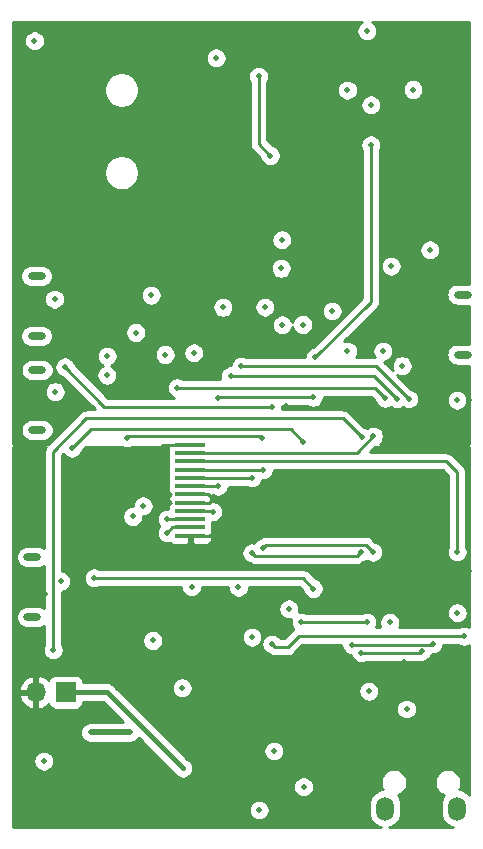
<source format=gbl>
G04 #@! TF.GenerationSoftware,KiCad,Pcbnew,5.1.10-88a1d61d58~88~ubuntu20.04.1*
G04 #@! TF.CreationDate,2021-05-21T15:29:45+02:00*
G04 #@! TF.ProjectId,osw-light-modifiedv3,6f73772d-6c69-4676-9874-2d6d6f646966,rev?*
G04 #@! TF.SameCoordinates,Original*
G04 #@! TF.FileFunction,Copper,L4,Bot*
G04 #@! TF.FilePolarity,Positive*
%FSLAX46Y46*%
G04 Gerber Fmt 4.6, Leading zero omitted, Abs format (unit mm)*
G04 Created by KiCad (PCBNEW 5.1.10-88a1d61d58~88~ubuntu20.04.1) date 2021-05-21 15:29:45*
%MOMM*%
%LPD*%
G01*
G04 APERTURE LIST*
G04 #@! TA.AperFunction,ComponentPad*
%ADD10O,1.500000X2.000000*%
G04 #@! TD*
G04 #@! TA.AperFunction,ComponentPad*
%ADD11O,1.524000X0.600000*%
G04 #@! TD*
G04 #@! TA.AperFunction,ComponentPad*
%ADD12O,1.700000X1.700000*%
G04 #@! TD*
G04 #@! TA.AperFunction,ComponentPad*
%ADD13R,1.700000X1.700000*%
G04 #@! TD*
G04 #@! TA.AperFunction,SMDPad,CuDef*
%ADD14R,2.500000X0.350000*%
G04 #@! TD*
G04 #@! TA.AperFunction,ViaPad*
%ADD15C,0.500000*%
G04 #@! TD*
G04 #@! TA.AperFunction,Conductor*
%ADD16C,0.250000*%
G04 #@! TD*
G04 #@! TA.AperFunction,Conductor*
%ADD17C,0.400000*%
G04 #@! TD*
G04 #@! TA.AperFunction,Conductor*
%ADD18C,0.500000*%
G04 #@! TD*
G04 #@! TA.AperFunction,Conductor*
%ADD19C,0.254000*%
G04 #@! TD*
G04 #@! TA.AperFunction,Conductor*
%ADD20C,0.100000*%
G04 #@! TD*
G04 APERTURE END LIST*
D10*
G04 #@! TO.P,U12,*
G04 #@! TO.N,*
X153268000Y-104727000D03*
X147172000Y-104727000D03*
G04 #@! TD*
D11*
G04 #@! TO.P,SW3,*
G04 #@! TO.N,*
X153786999Y-61214999D03*
X153786999Y-66294999D03*
G04 #@! TD*
G04 #@! TO.P,SW2,*
G04 #@! TO.N,*
X117690000Y-64710000D03*
X117690000Y-59630000D03*
G04 #@! TD*
D12*
G04 #@! TO.P,J3,2*
G04 #@! TO.N,GND*
X117610000Y-94870000D03*
D13*
G04 #@! TO.P,J3,1*
G04 #@! TO.N,/VBAT*
X120150000Y-94870000D03*
G04 #@! TD*
D11*
G04 #@! TO.P,SW4,*
G04 #@! TO.N,*
X117323001Y-88515001D03*
X117323001Y-83435001D03*
G04 #@! TD*
D14*
G04 #@! TO.P,U10,6*
G04 #@! TO.N,GND*
X130680765Y-78133196D03*
G04 #@! TO.P,U10,5*
X130680765Y-78833196D03*
G04 #@! TO.P,U10,4*
G04 #@! TO.N,+3V3*
X130680765Y-79533196D03*
G04 #@! TO.P,U10,3*
G04 #@! TO.N,Net-(R33-Pad2)*
X130680765Y-80233196D03*
G04 #@! TO.P,U10,2*
G04 #@! TO.N,/LEDK*
X130680765Y-80933196D03*
G04 #@! TO.P,U10,1*
G04 #@! TO.N,GND*
X130680765Y-81633196D03*
G04 #@! TO.P,U10,7*
G04 #@! TO.N,/TFT_DC*
X130680765Y-77433196D03*
G04 #@! TO.P,U10,8*
G04 #@! TO.N,/TFT_CS*
X130680765Y-76733196D03*
G04 #@! TO.P,U10,9*
G04 #@! TO.N,/SCK*
X130680765Y-76033196D03*
G04 #@! TO.P,U10,10*
G04 #@! TO.N,/MOSI*
X130680765Y-75333196D03*
G04 #@! TO.P,U10,11*
G04 #@! TO.N,/TFT_RST*
X130680765Y-74633196D03*
G04 #@! TO.P,U10,12*
G04 #@! TO.N,GND*
X130680765Y-73933196D03*
G04 #@! TD*
D11*
G04 #@! TO.P,SW1,*
G04 #@! TO.N,*
X117730000Y-72670000D03*
X117730000Y-67590000D03*
G04 #@! TD*
D15*
G04 #@! TO.N,/VBUS*
X118285000Y-100715000D03*
X136525000Y-104850000D03*
G04 #@! TO.N,GND*
X143500000Y-96575000D03*
X142950000Y-46950000D03*
X143725000Y-46925000D03*
X143700000Y-46225000D03*
X142950000Y-46250000D03*
X123250000Y-56175000D03*
X127875000Y-56200000D03*
X130975000Y-67725000D03*
X126575000Y-67225000D03*
X152300000Y-63175000D03*
X148175000Y-38875000D03*
X143300000Y-38925000D03*
X145175000Y-43875000D03*
X149525000Y-46600000D03*
X148225000Y-51525000D03*
X151025000Y-53250000D03*
X132600000Y-81700000D03*
X132600000Y-78500000D03*
X120800000Y-80300000D03*
X120700000Y-77900000D03*
X127800000Y-76300000D03*
X118400000Y-86550000D03*
X120500000Y-75800000D03*
X122025000Y-66150000D03*
X123950000Y-60075000D03*
X123000000Y-63125000D03*
X133525000Y-59375000D03*
X136875000Y-59325000D03*
X139325000Y-61150000D03*
X147500000Y-60850000D03*
X154275000Y-70125000D03*
X138760000Y-70630000D03*
X154300000Y-84600000D03*
X152200000Y-92900000D03*
X151500000Y-100450000D03*
X141975000Y-103225000D03*
X141975000Y-100150000D03*
X122500000Y-93000000D03*
X117150000Y-103675000D03*
X122725000Y-105200000D03*
X129000000Y-91000000D03*
X136275000Y-91925000D03*
X137940000Y-105120000D03*
X130775000Y-103375000D03*
X122950000Y-101800000D03*
X139980000Y-56595000D03*
X133625000Y-88825002D03*
X138500000Y-90175000D03*
X128400000Y-74100000D03*
X148750000Y-92290000D03*
G04 #@! TO.N,+3V3*
X139025000Y-87825000D03*
X149000000Y-96300000D03*
X132600000Y-79600000D03*
X119725000Y-85500000D03*
X148625000Y-67225000D03*
X153275000Y-70150000D03*
X147575000Y-88975000D03*
X153300000Y-88150000D03*
X130800000Y-85950000D03*
X130000000Y-94500000D03*
X127500000Y-90500000D03*
X134775000Y-86000000D03*
X135917500Y-90217500D03*
X126700000Y-79100000D03*
X125805765Y-80000000D03*
X145800000Y-94800000D03*
X128560101Y-66289899D03*
X130980101Y-66144899D03*
X147000000Y-66000004D03*
X144000000Y-66000000D03*
X119200000Y-61600000D03*
X119250000Y-69425000D03*
G04 #@! TO.N,/VBAT*
X130060000Y-101300000D03*
G04 #@! TO.N,/VCC*
X126075000Y-64425000D03*
X137770000Y-99860000D03*
X140280000Y-102880000D03*
X140200000Y-63750000D03*
X137000000Y-62275000D03*
X133450000Y-62300000D03*
X127375000Y-61275000D03*
X123650000Y-66425000D03*
X123625000Y-68050000D03*
X138475000Y-63775000D03*
G04 #@! TO.N,Net-(D1-Pad2)*
X125560000Y-98280000D03*
X122250000Y-98290000D03*
G04 #@! TO.N,/LEDK*
X128730765Y-81383196D03*
G04 #@! TO.N,/RTC_INT*
X129600000Y-69100000D03*
X147200000Y-70000000D03*
G04 #@! TO.N,/B_MON*
X119100000Y-91300000D03*
X145200000Y-73300000D03*
G04 #@! TO.N,/PIN_LED*
X136770000Y-73329998D03*
X125355765Y-73355765D03*
G04 #@! TO.N,/BTN2*
X120670000Y-74215000D03*
X140270000Y-73670000D03*
G04 #@! TO.N,/BTN3*
X120070000Y-67340000D03*
X137599996Y-70700000D03*
G04 #@! TO.N,/FLASH*
X141100000Y-86100000D03*
X122549990Y-85200000D03*
G04 #@! TO.N,/TX*
X151234000Y-90776000D03*
X144370000Y-90840000D03*
G04 #@! TO.N,/SDA*
X145650002Y-88959998D03*
X140100000Y-88959998D03*
G04 #@! TO.N,/SCL*
X153870000Y-90140000D03*
X137590000Y-90810000D03*
G04 #@! TO.N,/IO34*
X149170000Y-70040000D03*
X135000000Y-67300000D03*
G04 #@! TO.N,/IO35*
X148170000Y-70040000D03*
X134100000Y-68100000D03*
G04 #@! TO.N,/TFT_CS*
X145130000Y-83020000D03*
X135920000Y-76720000D03*
X135900000Y-83080000D03*
G04 #@! TO.N,/SCK*
X146150000Y-83020000D03*
X136870000Y-76050000D03*
X136850000Y-82650000D03*
G04 #@! TO.N,/MOSI*
X153280000Y-83010000D03*
G04 #@! TO.N,/RX*
X145170000Y-91540000D03*
X150270000Y-91415010D03*
G04 #@! TO.N,/TFT_RST*
X146200000Y-73200000D03*
G04 #@! TO.N,/TFT_DC*
X141090000Y-69920000D03*
X133070000Y-77430000D03*
X133020000Y-69990000D03*
G04 #@! TO.N,Net-(C2-Pad1)*
X136470000Y-42740000D03*
X137470000Y-49440000D03*
G04 #@! TO.N,+3.3VA*
X147700000Y-58800000D03*
X117500000Y-39725000D03*
X145650000Y-38900000D03*
X132875000Y-41175000D03*
X149550000Y-43850000D03*
X150975000Y-57425000D03*
X145975000Y-45150000D03*
X138380000Y-58995000D03*
X138430000Y-56570000D03*
X142699996Y-62600000D03*
X144000000Y-43900002D03*
G04 #@! TO.N,Net-(R33-Pad2)*
X128730764Y-80233196D03*
G04 #@! TO.N,/LO*
X145970000Y-48540000D03*
X141270000Y-66540000D03*
G04 #@! TD*
D16*
G04 #@! TO.N,GND*
X132233196Y-78133196D02*
X132600000Y-78500000D01*
X130680765Y-78133196D02*
X132233196Y-78133196D01*
X132266804Y-78833196D02*
X132600000Y-78500000D01*
X130680765Y-78833196D02*
X132266804Y-78833196D01*
X132533196Y-81633196D02*
X132600000Y-81700000D01*
X130680765Y-81633196D02*
X132533196Y-81633196D01*
X130680765Y-73933196D02*
X128566804Y-73933196D01*
X128566804Y-73933196D02*
X128400000Y-74100000D01*
G04 #@! TO.N,+3V3*
X132533196Y-79533196D02*
X132600000Y-79600000D01*
X130680765Y-79533196D02*
X132533196Y-79533196D01*
D17*
G04 #@! TO.N,/VBAT*
X120150000Y-94870000D02*
X123630000Y-94870000D01*
X123630000Y-94870000D02*
X130060000Y-101300000D01*
D16*
G04 #@! TO.N,Net-(D1-Pad2)*
X125550000Y-98290000D02*
X125560000Y-98280000D01*
D18*
X122260000Y-98280000D02*
X122250000Y-98290000D01*
X125560000Y-98280000D02*
X122260000Y-98280000D01*
D16*
G04 #@! TO.N,/LEDK*
X129180765Y-80933196D02*
X130680765Y-80933196D01*
X128730765Y-81383196D02*
X129180765Y-80933196D01*
G04 #@! TO.N,/RTC_INT*
X146300000Y-69100000D02*
X147200000Y-70000000D01*
X129600000Y-69100000D02*
X146300000Y-69100000D01*
G04 #@! TO.N,/B_MON*
X143600000Y-71700000D02*
X145200000Y-73300000D01*
X121900000Y-71700000D02*
X143600000Y-71700000D01*
X119100000Y-74500000D02*
X121900000Y-71700000D01*
X119100000Y-91300000D02*
X119100000Y-74500000D01*
G04 #@! TO.N,/PIN_LED*
X136640002Y-73200000D02*
X125511530Y-73200000D01*
X125511530Y-73200000D02*
X125355765Y-73355765D01*
X136770000Y-73329998D02*
X136640002Y-73200000D01*
G04 #@! TO.N,/BTN2*
X139200000Y-72600000D02*
X140270000Y-73670000D01*
X122285000Y-72600000D02*
X139200000Y-72600000D01*
X120670000Y-74215000D02*
X122285000Y-72600000D01*
G04 #@! TO.N,/BTN3*
X120070000Y-67340000D02*
X123430000Y-70700000D01*
X123430000Y-70700000D02*
X137599996Y-70700000D01*
G04 #@! TO.N,/FLASH*
X140200000Y-85200000D02*
X122549990Y-85200000D01*
X141100000Y-86100000D02*
X140200000Y-85200000D01*
G04 #@! TO.N,/TX*
X151170000Y-90840000D02*
X151234000Y-90776000D01*
X144370000Y-90840000D02*
X151170000Y-90840000D01*
G04 #@! TO.N,/SDA*
X145650002Y-88959998D02*
X140100000Y-88959998D01*
G04 #@! TO.N,/SCL*
X138924999Y-91075001D02*
X137855001Y-91075001D01*
X139860000Y-90140000D02*
X138924999Y-91075001D01*
X137855001Y-91075001D02*
X137590000Y-90810000D01*
X153870000Y-90140000D02*
X139860000Y-90140000D01*
G04 #@! TO.N,/IO34*
X149170000Y-70040000D02*
X146430000Y-67300000D01*
X146430000Y-67300000D02*
X135000000Y-67300000D01*
G04 #@! TO.N,/IO35*
X148170000Y-70040000D02*
X146230000Y-68100000D01*
X146230000Y-68100000D02*
X134100000Y-68100000D01*
G04 #@! TO.N,/TFT_CS*
X135906804Y-76733196D02*
X135920000Y-76720000D01*
X130680765Y-76733196D02*
X135906804Y-76733196D01*
X144820001Y-83329999D02*
X145130000Y-83020000D01*
X136149999Y-83329999D02*
X144820001Y-83329999D01*
X135900000Y-83080000D02*
X136149999Y-83329999D01*
G04 #@! TO.N,/SCK*
X136853196Y-76033196D02*
X136870000Y-76050000D01*
X130680765Y-76033196D02*
X136853196Y-76033196D01*
X145530001Y-82400001D02*
X146150000Y-83020000D01*
X137099999Y-82400001D02*
X145530001Y-82400001D01*
X136850000Y-82650000D02*
X137099999Y-82400001D01*
G04 #@! TO.N,/MOSI*
X153280000Y-76230000D02*
X153280000Y-83010000D01*
X152383196Y-75333196D02*
X153280000Y-76230000D01*
X130680765Y-75333196D02*
X152383196Y-75333196D01*
G04 #@! TO.N,/RX*
X150145010Y-91540000D02*
X150270000Y-91415010D01*
X145170000Y-91540000D02*
X150145010Y-91540000D01*
G04 #@! TO.N,/TFT_RST*
X144766804Y-74633196D02*
X146200000Y-73200000D01*
X130680765Y-74633196D02*
X144766804Y-74633196D01*
G04 #@! TO.N,/TFT_DC*
X133066804Y-77433196D02*
X133070000Y-77430000D01*
X130680765Y-77433196D02*
X133066804Y-77433196D01*
X133090000Y-69920000D02*
X133020000Y-69990000D01*
X141090000Y-69920000D02*
X133090000Y-69920000D01*
G04 #@! TO.N,Net-(C2-Pad1)*
X136470000Y-48440000D02*
X137470000Y-49440000D01*
X136470000Y-42740000D02*
X136470000Y-48440000D01*
G04 #@! TO.N,Net-(R33-Pad2)*
X130680765Y-80233196D02*
X128730764Y-80233196D01*
G04 #@! TO.N,/LO*
X145970000Y-48540000D02*
X145970000Y-61840000D01*
X145970000Y-61840000D02*
X141270000Y-66540000D01*
G04 #@! TD*
D19*
G04 #@! TO.N,GND*
X145085845Y-38212576D02*
X144962576Y-38335845D01*
X144865723Y-38480795D01*
X144799010Y-38641855D01*
X144765000Y-38812835D01*
X144765000Y-38987165D01*
X144799010Y-39158145D01*
X144865723Y-39319205D01*
X144962576Y-39464155D01*
X145085845Y-39587424D01*
X145230795Y-39684277D01*
X145391855Y-39750990D01*
X145562835Y-39785000D01*
X145737165Y-39785000D01*
X145908145Y-39750990D01*
X146069205Y-39684277D01*
X146214155Y-39587424D01*
X146337424Y-39464155D01*
X146434277Y-39319205D01*
X146500990Y-39158145D01*
X146535000Y-38987165D01*
X146535000Y-38812835D01*
X146500990Y-38641855D01*
X146434277Y-38480795D01*
X146337424Y-38335845D01*
X146214155Y-38212576D01*
X146086082Y-38127000D01*
X154315000Y-38127000D01*
X154315000Y-60281976D01*
X154294931Y-60279999D01*
X153279067Y-60279999D01*
X153141707Y-60293528D01*
X152965459Y-60346992D01*
X152803027Y-60433813D01*
X152660655Y-60550655D01*
X152543813Y-60693027D01*
X152456992Y-60855459D01*
X152403528Y-61031707D01*
X152385475Y-61214999D01*
X152403528Y-61398291D01*
X152456992Y-61574539D01*
X152543813Y-61736971D01*
X152660655Y-61879343D01*
X152803027Y-61996185D01*
X152965459Y-62083006D01*
X153141707Y-62136470D01*
X153279067Y-62149999D01*
X154294931Y-62149999D01*
X154315000Y-62148022D01*
X154315000Y-65361976D01*
X154294931Y-65359999D01*
X153279067Y-65359999D01*
X153141707Y-65373528D01*
X152965459Y-65426992D01*
X152803027Y-65513813D01*
X152660655Y-65630655D01*
X152543813Y-65773027D01*
X152456992Y-65935459D01*
X152403528Y-66111707D01*
X152385475Y-66294999D01*
X152403528Y-66478291D01*
X152456992Y-66654539D01*
X152543813Y-66816971D01*
X152660655Y-66959343D01*
X152803027Y-67076185D01*
X152965459Y-67163006D01*
X153141707Y-67216470D01*
X153279067Y-67229999D01*
X154294931Y-67229999D01*
X154315000Y-67228022D01*
X154315000Y-73873000D01*
X146778579Y-73873000D01*
X146887424Y-73764155D01*
X146984277Y-73619205D01*
X147050990Y-73458145D01*
X147085000Y-73287165D01*
X147085000Y-73112835D01*
X147050990Y-72941855D01*
X146984277Y-72780795D01*
X146887424Y-72635845D01*
X146764155Y-72512576D01*
X146619205Y-72415723D01*
X146458145Y-72349010D01*
X146287165Y-72315000D01*
X146112835Y-72315000D01*
X145941855Y-72349010D01*
X145780795Y-72415723D01*
X145635845Y-72512576D01*
X145627293Y-72521128D01*
X145619205Y-72515723D01*
X145458145Y-72449010D01*
X145415287Y-72440485D01*
X144163804Y-71189003D01*
X144140001Y-71159999D01*
X144024276Y-71065026D01*
X143892247Y-70994454D01*
X143748986Y-70950997D01*
X143637333Y-70940000D01*
X143637322Y-70940000D01*
X143600000Y-70936324D01*
X143562678Y-70940000D01*
X138454595Y-70940000D01*
X138484996Y-70787165D01*
X138484996Y-70680000D01*
X140634462Y-70680000D01*
X140670795Y-70704277D01*
X140831855Y-70770990D01*
X141002835Y-70805000D01*
X141177165Y-70805000D01*
X141348145Y-70770990D01*
X141509205Y-70704277D01*
X141654155Y-70607424D01*
X141777424Y-70484155D01*
X141874277Y-70339205D01*
X141940990Y-70178145D01*
X141975000Y-70007165D01*
X141975000Y-69860000D01*
X145985199Y-69860000D01*
X146340485Y-70215287D01*
X146349010Y-70258145D01*
X146415723Y-70419205D01*
X146512576Y-70564155D01*
X146635845Y-70687424D01*
X146780795Y-70784277D01*
X146941855Y-70850990D01*
X147112835Y-70885000D01*
X147287165Y-70885000D01*
X147458145Y-70850990D01*
X147619205Y-70784277D01*
X147655068Y-70760314D01*
X147750795Y-70824277D01*
X147911855Y-70890990D01*
X148082835Y-70925000D01*
X148257165Y-70925000D01*
X148428145Y-70890990D01*
X148589205Y-70824277D01*
X148670000Y-70770291D01*
X148750795Y-70824277D01*
X148911855Y-70890990D01*
X149082835Y-70925000D01*
X149257165Y-70925000D01*
X149428145Y-70890990D01*
X149589205Y-70824277D01*
X149734155Y-70727424D01*
X149857424Y-70604155D01*
X149954277Y-70459205D01*
X150020990Y-70298145D01*
X150055000Y-70127165D01*
X150055000Y-70062835D01*
X152390000Y-70062835D01*
X152390000Y-70237165D01*
X152424010Y-70408145D01*
X152490723Y-70569205D01*
X152587576Y-70714155D01*
X152710845Y-70837424D01*
X152855795Y-70934277D01*
X153016855Y-71000990D01*
X153187835Y-71035000D01*
X153362165Y-71035000D01*
X153533145Y-71000990D01*
X153694205Y-70934277D01*
X153839155Y-70837424D01*
X153962424Y-70714155D01*
X154059277Y-70569205D01*
X154125990Y-70408145D01*
X154160000Y-70237165D01*
X154160000Y-70062835D01*
X154125990Y-69891855D01*
X154059277Y-69730795D01*
X153962424Y-69585845D01*
X153839155Y-69462576D01*
X153694205Y-69365723D01*
X153533145Y-69299010D01*
X153362165Y-69265000D01*
X153187835Y-69265000D01*
X153016855Y-69299010D01*
X152855795Y-69365723D01*
X152710845Y-69462576D01*
X152587576Y-69585845D01*
X152490723Y-69730795D01*
X152424010Y-69891855D01*
X152390000Y-70062835D01*
X150055000Y-70062835D01*
X150055000Y-69952835D01*
X150020990Y-69781855D01*
X149954277Y-69620795D01*
X149857424Y-69475845D01*
X149734155Y-69352576D01*
X149589205Y-69255723D01*
X149428145Y-69189010D01*
X149385287Y-69180485D01*
X148219936Y-68015134D01*
X148366855Y-68075990D01*
X148537835Y-68110000D01*
X148712165Y-68110000D01*
X148883145Y-68075990D01*
X149044205Y-68009277D01*
X149189155Y-67912424D01*
X149312424Y-67789155D01*
X149409277Y-67644205D01*
X149475990Y-67483145D01*
X149510000Y-67312165D01*
X149510000Y-67137835D01*
X149475990Y-66966855D01*
X149409277Y-66805795D01*
X149312424Y-66660845D01*
X149189155Y-66537576D01*
X149044205Y-66440723D01*
X148883145Y-66374010D01*
X148712165Y-66340000D01*
X148537835Y-66340000D01*
X148366855Y-66374010D01*
X148205795Y-66440723D01*
X148060845Y-66537576D01*
X147937576Y-66660845D01*
X147840723Y-66805795D01*
X147774010Y-66966855D01*
X147740000Y-67137835D01*
X147740000Y-67312165D01*
X147774010Y-67483145D01*
X147834866Y-67630065D01*
X147089367Y-66884566D01*
X147258145Y-66850994D01*
X147419205Y-66784281D01*
X147564155Y-66687428D01*
X147687424Y-66564159D01*
X147784277Y-66419209D01*
X147850990Y-66258149D01*
X147885000Y-66087169D01*
X147885000Y-65912839D01*
X147850990Y-65741859D01*
X147784277Y-65580799D01*
X147687424Y-65435849D01*
X147564155Y-65312580D01*
X147419205Y-65215727D01*
X147258145Y-65149014D01*
X147087165Y-65115004D01*
X146912835Y-65115004D01*
X146741855Y-65149014D01*
X146580795Y-65215727D01*
X146435845Y-65312580D01*
X146312576Y-65435849D01*
X146215723Y-65580799D01*
X146149010Y-65741859D01*
X146115000Y-65912839D01*
X146115000Y-66087169D01*
X146149010Y-66258149D01*
X146215723Y-66419209D01*
X146296433Y-66540000D01*
X144703564Y-66540000D01*
X144784277Y-66419205D01*
X144850990Y-66258145D01*
X144885000Y-66087165D01*
X144885000Y-65912835D01*
X144850990Y-65741855D01*
X144784277Y-65580795D01*
X144687424Y-65435845D01*
X144564155Y-65312576D01*
X144419205Y-65215723D01*
X144258145Y-65149010D01*
X144087165Y-65115000D01*
X143912835Y-65115000D01*
X143741855Y-65149010D01*
X143731504Y-65153298D01*
X146481003Y-62403799D01*
X146510001Y-62380001D01*
X146604974Y-62264276D01*
X146675546Y-62132247D01*
X146719003Y-61988986D01*
X146730000Y-61877333D01*
X146730000Y-61877325D01*
X146733676Y-61840000D01*
X146730000Y-61802675D01*
X146730000Y-58712835D01*
X146815000Y-58712835D01*
X146815000Y-58887165D01*
X146849010Y-59058145D01*
X146915723Y-59219205D01*
X147012576Y-59364155D01*
X147135845Y-59487424D01*
X147280795Y-59584277D01*
X147441855Y-59650990D01*
X147612835Y-59685000D01*
X147787165Y-59685000D01*
X147958145Y-59650990D01*
X148119205Y-59584277D01*
X148264155Y-59487424D01*
X148387424Y-59364155D01*
X148484277Y-59219205D01*
X148550990Y-59058145D01*
X148585000Y-58887165D01*
X148585000Y-58712835D01*
X148550990Y-58541855D01*
X148484277Y-58380795D01*
X148387424Y-58235845D01*
X148264155Y-58112576D01*
X148119205Y-58015723D01*
X147958145Y-57949010D01*
X147787165Y-57915000D01*
X147612835Y-57915000D01*
X147441855Y-57949010D01*
X147280795Y-58015723D01*
X147135845Y-58112576D01*
X147012576Y-58235845D01*
X146915723Y-58380795D01*
X146849010Y-58541855D01*
X146815000Y-58712835D01*
X146730000Y-58712835D01*
X146730000Y-57337835D01*
X150090000Y-57337835D01*
X150090000Y-57512165D01*
X150124010Y-57683145D01*
X150190723Y-57844205D01*
X150287576Y-57989155D01*
X150410845Y-58112424D01*
X150555795Y-58209277D01*
X150716855Y-58275990D01*
X150887835Y-58310000D01*
X151062165Y-58310000D01*
X151233145Y-58275990D01*
X151394205Y-58209277D01*
X151539155Y-58112424D01*
X151662424Y-57989155D01*
X151759277Y-57844205D01*
X151825990Y-57683145D01*
X151860000Y-57512165D01*
X151860000Y-57337835D01*
X151825990Y-57166855D01*
X151759277Y-57005795D01*
X151662424Y-56860845D01*
X151539155Y-56737576D01*
X151394205Y-56640723D01*
X151233145Y-56574010D01*
X151062165Y-56540000D01*
X150887835Y-56540000D01*
X150716855Y-56574010D01*
X150555795Y-56640723D01*
X150410845Y-56737576D01*
X150287576Y-56860845D01*
X150190723Y-57005795D01*
X150124010Y-57166855D01*
X150090000Y-57337835D01*
X146730000Y-57337835D01*
X146730000Y-48995538D01*
X146754277Y-48959205D01*
X146820990Y-48798145D01*
X146855000Y-48627165D01*
X146855000Y-48452835D01*
X146820990Y-48281855D01*
X146754277Y-48120795D01*
X146657424Y-47975845D01*
X146534155Y-47852576D01*
X146389205Y-47755723D01*
X146228145Y-47689010D01*
X146057165Y-47655000D01*
X145882835Y-47655000D01*
X145711855Y-47689010D01*
X145550795Y-47755723D01*
X145405845Y-47852576D01*
X145282576Y-47975845D01*
X145185723Y-48120795D01*
X145119010Y-48281855D01*
X145085000Y-48452835D01*
X145085000Y-48627165D01*
X145119010Y-48798145D01*
X145185723Y-48959205D01*
X145210000Y-48995538D01*
X145210001Y-61525197D01*
X141054714Y-65680485D01*
X141011855Y-65689010D01*
X140850795Y-65755723D01*
X140705845Y-65852576D01*
X140582576Y-65975845D01*
X140485723Y-66120795D01*
X140419010Y-66281855D01*
X140385000Y-66452835D01*
X140385000Y-66540000D01*
X135455538Y-66540000D01*
X135419205Y-66515723D01*
X135258145Y-66449010D01*
X135087165Y-66415000D01*
X134912835Y-66415000D01*
X134741855Y-66449010D01*
X134580795Y-66515723D01*
X134435845Y-66612576D01*
X134312576Y-66735845D01*
X134215723Y-66880795D01*
X134149010Y-67041855D01*
X134115000Y-67212835D01*
X134115000Y-67215000D01*
X134012835Y-67215000D01*
X133841855Y-67249010D01*
X133680795Y-67315723D01*
X133535845Y-67412576D01*
X133412576Y-67535845D01*
X133315723Y-67680795D01*
X133249010Y-67841855D01*
X133215000Y-68012835D01*
X133215000Y-68187165D01*
X133245401Y-68340000D01*
X130055538Y-68340000D01*
X130019205Y-68315723D01*
X129858145Y-68249010D01*
X129687165Y-68215000D01*
X129512835Y-68215000D01*
X129341855Y-68249010D01*
X129180795Y-68315723D01*
X129035845Y-68412576D01*
X128912576Y-68535845D01*
X128815723Y-68680795D01*
X128749010Y-68841855D01*
X128715000Y-69012835D01*
X128715000Y-69187165D01*
X128749010Y-69358145D01*
X128815723Y-69519205D01*
X128912576Y-69664155D01*
X129035845Y-69787424D01*
X129180795Y-69884277D01*
X129315323Y-69940000D01*
X123744802Y-69940000D01*
X121767637Y-67962835D01*
X122740000Y-67962835D01*
X122740000Y-68137165D01*
X122774010Y-68308145D01*
X122840723Y-68469205D01*
X122937576Y-68614155D01*
X123060845Y-68737424D01*
X123205795Y-68834277D01*
X123366855Y-68900990D01*
X123537835Y-68935000D01*
X123712165Y-68935000D01*
X123883145Y-68900990D01*
X124044205Y-68834277D01*
X124189155Y-68737424D01*
X124312424Y-68614155D01*
X124409277Y-68469205D01*
X124475990Y-68308145D01*
X124510000Y-68137165D01*
X124510000Y-67962835D01*
X124475990Y-67791855D01*
X124409277Y-67630795D01*
X124312424Y-67485845D01*
X124189155Y-67362576D01*
X124044205Y-67265723D01*
X123988568Y-67242678D01*
X124069205Y-67209277D01*
X124214155Y-67112424D01*
X124337424Y-66989155D01*
X124434277Y-66844205D01*
X124500990Y-66683145D01*
X124535000Y-66512165D01*
X124535000Y-66337835D01*
X124508127Y-66202734D01*
X127675101Y-66202734D01*
X127675101Y-66377064D01*
X127709111Y-66548044D01*
X127775824Y-66709104D01*
X127872677Y-66854054D01*
X127995946Y-66977323D01*
X128140896Y-67074176D01*
X128301956Y-67140889D01*
X128472936Y-67174899D01*
X128647266Y-67174899D01*
X128818246Y-67140889D01*
X128979306Y-67074176D01*
X129124256Y-66977323D01*
X129247525Y-66854054D01*
X129344378Y-66709104D01*
X129411091Y-66548044D01*
X129445101Y-66377064D01*
X129445101Y-66202734D01*
X129416259Y-66057734D01*
X130095101Y-66057734D01*
X130095101Y-66232064D01*
X130129111Y-66403044D01*
X130195824Y-66564104D01*
X130292677Y-66709054D01*
X130415946Y-66832323D01*
X130560896Y-66929176D01*
X130721956Y-66995889D01*
X130892936Y-67029899D01*
X131067266Y-67029899D01*
X131238246Y-66995889D01*
X131399306Y-66929176D01*
X131544256Y-66832323D01*
X131667525Y-66709054D01*
X131764378Y-66564104D01*
X131831091Y-66403044D01*
X131865101Y-66232064D01*
X131865101Y-66057734D01*
X131831091Y-65886754D01*
X131764378Y-65725694D01*
X131667525Y-65580744D01*
X131544256Y-65457475D01*
X131399306Y-65360622D01*
X131238246Y-65293909D01*
X131067266Y-65259899D01*
X130892936Y-65259899D01*
X130721956Y-65293909D01*
X130560896Y-65360622D01*
X130415946Y-65457475D01*
X130292677Y-65580744D01*
X130195824Y-65725694D01*
X130129111Y-65886754D01*
X130095101Y-66057734D01*
X129416259Y-66057734D01*
X129411091Y-66031754D01*
X129344378Y-65870694D01*
X129247525Y-65725744D01*
X129124256Y-65602475D01*
X128979306Y-65505622D01*
X128818246Y-65438909D01*
X128647266Y-65404899D01*
X128472936Y-65404899D01*
X128301956Y-65438909D01*
X128140896Y-65505622D01*
X127995946Y-65602475D01*
X127872677Y-65725744D01*
X127775824Y-65870694D01*
X127709111Y-66031754D01*
X127675101Y-66202734D01*
X124508127Y-66202734D01*
X124500990Y-66166855D01*
X124434277Y-66005795D01*
X124337424Y-65860845D01*
X124214155Y-65737576D01*
X124069205Y-65640723D01*
X123908145Y-65574010D01*
X123737165Y-65540000D01*
X123562835Y-65540000D01*
X123391855Y-65574010D01*
X123230795Y-65640723D01*
X123085845Y-65737576D01*
X122962576Y-65860845D01*
X122865723Y-66005795D01*
X122799010Y-66166855D01*
X122765000Y-66337835D01*
X122765000Y-66512165D01*
X122799010Y-66683145D01*
X122865723Y-66844205D01*
X122962576Y-66989155D01*
X123085845Y-67112424D01*
X123230795Y-67209277D01*
X123286432Y-67232322D01*
X123205795Y-67265723D01*
X123060845Y-67362576D01*
X122937576Y-67485845D01*
X122840723Y-67630795D01*
X122774010Y-67791855D01*
X122740000Y-67962835D01*
X121767637Y-67962835D01*
X120929515Y-67124714D01*
X120920990Y-67081855D01*
X120854277Y-66920795D01*
X120757424Y-66775845D01*
X120634155Y-66652576D01*
X120489205Y-66555723D01*
X120328145Y-66489010D01*
X120157165Y-66455000D01*
X119982835Y-66455000D01*
X119811855Y-66489010D01*
X119650795Y-66555723D01*
X119505845Y-66652576D01*
X119382576Y-66775845D01*
X119285723Y-66920795D01*
X119219010Y-67081855D01*
X119185000Y-67252835D01*
X119185000Y-67427165D01*
X119219010Y-67598145D01*
X119285723Y-67759205D01*
X119382576Y-67904155D01*
X119505845Y-68027424D01*
X119650795Y-68124277D01*
X119811855Y-68190990D01*
X119854714Y-68199515D01*
X122595198Y-70940000D01*
X121937323Y-70940000D01*
X121900000Y-70936324D01*
X121862677Y-70940000D01*
X121862667Y-70940000D01*
X121751014Y-70950997D01*
X121615032Y-70992246D01*
X121607753Y-70994454D01*
X121475723Y-71065026D01*
X121392083Y-71133668D01*
X121359999Y-71159999D01*
X121336201Y-71188997D01*
X118652199Y-73873000D01*
X115685000Y-73873000D01*
X115685000Y-72670000D01*
X116328476Y-72670000D01*
X116346529Y-72853292D01*
X116399993Y-73029540D01*
X116486814Y-73191972D01*
X116603656Y-73334344D01*
X116746028Y-73451186D01*
X116908460Y-73538007D01*
X117084708Y-73591471D01*
X117222068Y-73605000D01*
X118237932Y-73605000D01*
X118375292Y-73591471D01*
X118551540Y-73538007D01*
X118713972Y-73451186D01*
X118856344Y-73334344D01*
X118973186Y-73191972D01*
X119060007Y-73029540D01*
X119113471Y-72853292D01*
X119131524Y-72670000D01*
X119113471Y-72486708D01*
X119060007Y-72310460D01*
X118973186Y-72148028D01*
X118856344Y-72005656D01*
X118713972Y-71888814D01*
X118551540Y-71801993D01*
X118375292Y-71748529D01*
X118237932Y-71735000D01*
X117222068Y-71735000D01*
X117084708Y-71748529D01*
X116908460Y-71801993D01*
X116746028Y-71888814D01*
X116603656Y-72005656D01*
X116486814Y-72148028D01*
X116399993Y-72310460D01*
X116346529Y-72486708D01*
X116328476Y-72670000D01*
X115685000Y-72670000D01*
X115685000Y-69337835D01*
X118365000Y-69337835D01*
X118365000Y-69512165D01*
X118399010Y-69683145D01*
X118465723Y-69844205D01*
X118562576Y-69989155D01*
X118685845Y-70112424D01*
X118830795Y-70209277D01*
X118991855Y-70275990D01*
X119162835Y-70310000D01*
X119337165Y-70310000D01*
X119508145Y-70275990D01*
X119669205Y-70209277D01*
X119814155Y-70112424D01*
X119937424Y-69989155D01*
X120034277Y-69844205D01*
X120100990Y-69683145D01*
X120135000Y-69512165D01*
X120135000Y-69337835D01*
X120100990Y-69166855D01*
X120034277Y-69005795D01*
X119937424Y-68860845D01*
X119814155Y-68737576D01*
X119669205Y-68640723D01*
X119508145Y-68574010D01*
X119337165Y-68540000D01*
X119162835Y-68540000D01*
X118991855Y-68574010D01*
X118830795Y-68640723D01*
X118685845Y-68737576D01*
X118562576Y-68860845D01*
X118465723Y-69005795D01*
X118399010Y-69166855D01*
X118365000Y-69337835D01*
X115685000Y-69337835D01*
X115685000Y-67590000D01*
X116328476Y-67590000D01*
X116346529Y-67773292D01*
X116399993Y-67949540D01*
X116486814Y-68111972D01*
X116603656Y-68254344D01*
X116746028Y-68371186D01*
X116908460Y-68458007D01*
X117084708Y-68511471D01*
X117222068Y-68525000D01*
X118237932Y-68525000D01*
X118375292Y-68511471D01*
X118551540Y-68458007D01*
X118713972Y-68371186D01*
X118856344Y-68254344D01*
X118973186Y-68111972D01*
X119060007Y-67949540D01*
X119113471Y-67773292D01*
X119131524Y-67590000D01*
X119113471Y-67406708D01*
X119060007Y-67230460D01*
X118973186Y-67068028D01*
X118856344Y-66925656D01*
X118713972Y-66808814D01*
X118551540Y-66721993D01*
X118375292Y-66668529D01*
X118237932Y-66655000D01*
X117222068Y-66655000D01*
X117084708Y-66668529D01*
X116908460Y-66721993D01*
X116746028Y-66808814D01*
X116603656Y-66925656D01*
X116486814Y-67068028D01*
X116399993Y-67230460D01*
X116346529Y-67406708D01*
X116328476Y-67590000D01*
X115685000Y-67590000D01*
X115685000Y-64710000D01*
X116288476Y-64710000D01*
X116306529Y-64893292D01*
X116359993Y-65069540D01*
X116446814Y-65231972D01*
X116563656Y-65374344D01*
X116706028Y-65491186D01*
X116868460Y-65578007D01*
X117044708Y-65631471D01*
X117182068Y-65645000D01*
X118197932Y-65645000D01*
X118335292Y-65631471D01*
X118511540Y-65578007D01*
X118673972Y-65491186D01*
X118816344Y-65374344D01*
X118933186Y-65231972D01*
X119020007Y-65069540D01*
X119073471Y-64893292D01*
X119091524Y-64710000D01*
X119073471Y-64526708D01*
X119020007Y-64350460D01*
X119013259Y-64337835D01*
X125190000Y-64337835D01*
X125190000Y-64512165D01*
X125224010Y-64683145D01*
X125290723Y-64844205D01*
X125387576Y-64989155D01*
X125510845Y-65112424D01*
X125655795Y-65209277D01*
X125816855Y-65275990D01*
X125987835Y-65310000D01*
X126162165Y-65310000D01*
X126333145Y-65275990D01*
X126494205Y-65209277D01*
X126639155Y-65112424D01*
X126762424Y-64989155D01*
X126859277Y-64844205D01*
X126925990Y-64683145D01*
X126960000Y-64512165D01*
X126960000Y-64337835D01*
X126925990Y-64166855D01*
X126859277Y-64005795D01*
X126762424Y-63860845D01*
X126639155Y-63737576D01*
X126564713Y-63687835D01*
X137590000Y-63687835D01*
X137590000Y-63862165D01*
X137624010Y-64033145D01*
X137690723Y-64194205D01*
X137787576Y-64339155D01*
X137910845Y-64462424D01*
X138055795Y-64559277D01*
X138216855Y-64625990D01*
X138387835Y-64660000D01*
X138562165Y-64660000D01*
X138733145Y-64625990D01*
X138894205Y-64559277D01*
X139039155Y-64462424D01*
X139162424Y-64339155D01*
X139259277Y-64194205D01*
X139325990Y-64033145D01*
X139339986Y-63962780D01*
X139349010Y-64008145D01*
X139415723Y-64169205D01*
X139512576Y-64314155D01*
X139635845Y-64437424D01*
X139780795Y-64534277D01*
X139941855Y-64600990D01*
X140112835Y-64635000D01*
X140287165Y-64635000D01*
X140458145Y-64600990D01*
X140619205Y-64534277D01*
X140764155Y-64437424D01*
X140887424Y-64314155D01*
X140984277Y-64169205D01*
X141050990Y-64008145D01*
X141085000Y-63837165D01*
X141085000Y-63662835D01*
X141050990Y-63491855D01*
X140984277Y-63330795D01*
X140887424Y-63185845D01*
X140764155Y-63062576D01*
X140619205Y-62965723D01*
X140458145Y-62899010D01*
X140287165Y-62865000D01*
X140112835Y-62865000D01*
X139941855Y-62899010D01*
X139780795Y-62965723D01*
X139635845Y-63062576D01*
X139512576Y-63185845D01*
X139415723Y-63330795D01*
X139349010Y-63491855D01*
X139335014Y-63562220D01*
X139325990Y-63516855D01*
X139259277Y-63355795D01*
X139162424Y-63210845D01*
X139039155Y-63087576D01*
X138894205Y-62990723D01*
X138733145Y-62924010D01*
X138562165Y-62890000D01*
X138387835Y-62890000D01*
X138216855Y-62924010D01*
X138055795Y-62990723D01*
X137910845Y-63087576D01*
X137787576Y-63210845D01*
X137690723Y-63355795D01*
X137624010Y-63516855D01*
X137590000Y-63687835D01*
X126564713Y-63687835D01*
X126494205Y-63640723D01*
X126333145Y-63574010D01*
X126162165Y-63540000D01*
X125987835Y-63540000D01*
X125816855Y-63574010D01*
X125655795Y-63640723D01*
X125510845Y-63737576D01*
X125387576Y-63860845D01*
X125290723Y-64005795D01*
X125224010Y-64166855D01*
X125190000Y-64337835D01*
X119013259Y-64337835D01*
X118933186Y-64188028D01*
X118816344Y-64045656D01*
X118673972Y-63928814D01*
X118511540Y-63841993D01*
X118335292Y-63788529D01*
X118197932Y-63775000D01*
X117182068Y-63775000D01*
X117044708Y-63788529D01*
X116868460Y-63841993D01*
X116706028Y-63928814D01*
X116563656Y-64045656D01*
X116446814Y-64188028D01*
X116359993Y-64350460D01*
X116306529Y-64526708D01*
X116288476Y-64710000D01*
X115685000Y-64710000D01*
X115685000Y-61512835D01*
X118315000Y-61512835D01*
X118315000Y-61687165D01*
X118349010Y-61858145D01*
X118415723Y-62019205D01*
X118512576Y-62164155D01*
X118635845Y-62287424D01*
X118780795Y-62384277D01*
X118941855Y-62450990D01*
X119112835Y-62485000D01*
X119287165Y-62485000D01*
X119458145Y-62450990D01*
X119619205Y-62384277D01*
X119764155Y-62287424D01*
X119838744Y-62212835D01*
X132565000Y-62212835D01*
X132565000Y-62387165D01*
X132599010Y-62558145D01*
X132665723Y-62719205D01*
X132762576Y-62864155D01*
X132885845Y-62987424D01*
X133030795Y-63084277D01*
X133191855Y-63150990D01*
X133362835Y-63185000D01*
X133537165Y-63185000D01*
X133708145Y-63150990D01*
X133869205Y-63084277D01*
X134014155Y-62987424D01*
X134137424Y-62864155D01*
X134234277Y-62719205D01*
X134300990Y-62558145D01*
X134335000Y-62387165D01*
X134335000Y-62212835D01*
X134330028Y-62187835D01*
X136115000Y-62187835D01*
X136115000Y-62362165D01*
X136149010Y-62533145D01*
X136215723Y-62694205D01*
X136312576Y-62839155D01*
X136435845Y-62962424D01*
X136580795Y-63059277D01*
X136741855Y-63125990D01*
X136912835Y-63160000D01*
X137087165Y-63160000D01*
X137258145Y-63125990D01*
X137419205Y-63059277D01*
X137564155Y-62962424D01*
X137687424Y-62839155D01*
X137784277Y-62694205D01*
X137850990Y-62533145D01*
X137855029Y-62512835D01*
X141814996Y-62512835D01*
X141814996Y-62687165D01*
X141849006Y-62858145D01*
X141915719Y-63019205D01*
X142012572Y-63164155D01*
X142135841Y-63287424D01*
X142280791Y-63384277D01*
X142441851Y-63450990D01*
X142612831Y-63485000D01*
X142787161Y-63485000D01*
X142958141Y-63450990D01*
X143119201Y-63384277D01*
X143264151Y-63287424D01*
X143387420Y-63164155D01*
X143484273Y-63019205D01*
X143550986Y-62858145D01*
X143584996Y-62687165D01*
X143584996Y-62512835D01*
X143550986Y-62341855D01*
X143484273Y-62180795D01*
X143387420Y-62035845D01*
X143264151Y-61912576D01*
X143119201Y-61815723D01*
X142958141Y-61749010D01*
X142787161Y-61715000D01*
X142612831Y-61715000D01*
X142441851Y-61749010D01*
X142280791Y-61815723D01*
X142135841Y-61912576D01*
X142012572Y-62035845D01*
X141915719Y-62180795D01*
X141849006Y-62341855D01*
X141814996Y-62512835D01*
X137855029Y-62512835D01*
X137885000Y-62362165D01*
X137885000Y-62187835D01*
X137850990Y-62016855D01*
X137784277Y-61855795D01*
X137687424Y-61710845D01*
X137564155Y-61587576D01*
X137419205Y-61490723D01*
X137258145Y-61424010D01*
X137087165Y-61390000D01*
X136912835Y-61390000D01*
X136741855Y-61424010D01*
X136580795Y-61490723D01*
X136435845Y-61587576D01*
X136312576Y-61710845D01*
X136215723Y-61855795D01*
X136149010Y-62016855D01*
X136115000Y-62187835D01*
X134330028Y-62187835D01*
X134300990Y-62041855D01*
X134234277Y-61880795D01*
X134137424Y-61735845D01*
X134014155Y-61612576D01*
X133869205Y-61515723D01*
X133708145Y-61449010D01*
X133537165Y-61415000D01*
X133362835Y-61415000D01*
X133191855Y-61449010D01*
X133030795Y-61515723D01*
X132885845Y-61612576D01*
X132762576Y-61735845D01*
X132665723Y-61880795D01*
X132599010Y-62041855D01*
X132565000Y-62212835D01*
X119838744Y-62212835D01*
X119887424Y-62164155D01*
X119984277Y-62019205D01*
X120050990Y-61858145D01*
X120085000Y-61687165D01*
X120085000Y-61512835D01*
X120050990Y-61341855D01*
X119987194Y-61187835D01*
X126490000Y-61187835D01*
X126490000Y-61362165D01*
X126524010Y-61533145D01*
X126590723Y-61694205D01*
X126687576Y-61839155D01*
X126810845Y-61962424D01*
X126955795Y-62059277D01*
X127116855Y-62125990D01*
X127287835Y-62160000D01*
X127462165Y-62160000D01*
X127633145Y-62125990D01*
X127794205Y-62059277D01*
X127939155Y-61962424D01*
X128062424Y-61839155D01*
X128159277Y-61694205D01*
X128225990Y-61533145D01*
X128260000Y-61362165D01*
X128260000Y-61187835D01*
X128225990Y-61016855D01*
X128159277Y-60855795D01*
X128062424Y-60710845D01*
X127939155Y-60587576D01*
X127794205Y-60490723D01*
X127633145Y-60424010D01*
X127462165Y-60390000D01*
X127287835Y-60390000D01*
X127116855Y-60424010D01*
X126955795Y-60490723D01*
X126810845Y-60587576D01*
X126687576Y-60710845D01*
X126590723Y-60855795D01*
X126524010Y-61016855D01*
X126490000Y-61187835D01*
X119987194Y-61187835D01*
X119984277Y-61180795D01*
X119887424Y-61035845D01*
X119764155Y-60912576D01*
X119619205Y-60815723D01*
X119458145Y-60749010D01*
X119287165Y-60715000D01*
X119112835Y-60715000D01*
X118941855Y-60749010D01*
X118780795Y-60815723D01*
X118635845Y-60912576D01*
X118512576Y-61035845D01*
X118415723Y-61180795D01*
X118349010Y-61341855D01*
X118315000Y-61512835D01*
X115685000Y-61512835D01*
X115685000Y-59630000D01*
X116288476Y-59630000D01*
X116306529Y-59813292D01*
X116359993Y-59989540D01*
X116446814Y-60151972D01*
X116563656Y-60294344D01*
X116706028Y-60411186D01*
X116868460Y-60498007D01*
X117044708Y-60551471D01*
X117182068Y-60565000D01*
X118197932Y-60565000D01*
X118335292Y-60551471D01*
X118511540Y-60498007D01*
X118673972Y-60411186D01*
X118816344Y-60294344D01*
X118933186Y-60151972D01*
X119020007Y-59989540D01*
X119073471Y-59813292D01*
X119091524Y-59630000D01*
X119073471Y-59446708D01*
X119020007Y-59270460D01*
X118933186Y-59108028D01*
X118816344Y-58965656D01*
X118745890Y-58907835D01*
X137495000Y-58907835D01*
X137495000Y-59082165D01*
X137529010Y-59253145D01*
X137595723Y-59414205D01*
X137692576Y-59559155D01*
X137815845Y-59682424D01*
X137960795Y-59779277D01*
X138121855Y-59845990D01*
X138292835Y-59880000D01*
X138467165Y-59880000D01*
X138638145Y-59845990D01*
X138799205Y-59779277D01*
X138944155Y-59682424D01*
X139067424Y-59559155D01*
X139164277Y-59414205D01*
X139230990Y-59253145D01*
X139265000Y-59082165D01*
X139265000Y-58907835D01*
X139230990Y-58736855D01*
X139164277Y-58575795D01*
X139067424Y-58430845D01*
X138944155Y-58307576D01*
X138799205Y-58210723D01*
X138638145Y-58144010D01*
X138467165Y-58110000D01*
X138292835Y-58110000D01*
X138121855Y-58144010D01*
X137960795Y-58210723D01*
X137815845Y-58307576D01*
X137692576Y-58430845D01*
X137595723Y-58575795D01*
X137529010Y-58736855D01*
X137495000Y-58907835D01*
X118745890Y-58907835D01*
X118673972Y-58848814D01*
X118511540Y-58761993D01*
X118335292Y-58708529D01*
X118197932Y-58695000D01*
X117182068Y-58695000D01*
X117044708Y-58708529D01*
X116868460Y-58761993D01*
X116706028Y-58848814D01*
X116563656Y-58965656D01*
X116446814Y-59108028D01*
X116359993Y-59270460D01*
X116306529Y-59446708D01*
X116288476Y-59630000D01*
X115685000Y-59630000D01*
X115685000Y-56482835D01*
X137545000Y-56482835D01*
X137545000Y-56657165D01*
X137579010Y-56828145D01*
X137645723Y-56989205D01*
X137742576Y-57134155D01*
X137865845Y-57257424D01*
X138010795Y-57354277D01*
X138171855Y-57420990D01*
X138342835Y-57455000D01*
X138517165Y-57455000D01*
X138688145Y-57420990D01*
X138849205Y-57354277D01*
X138994155Y-57257424D01*
X139117424Y-57134155D01*
X139214277Y-56989205D01*
X139280990Y-56828145D01*
X139315000Y-56657165D01*
X139315000Y-56482835D01*
X139280990Y-56311855D01*
X139214277Y-56150795D01*
X139117424Y-56005845D01*
X138994155Y-55882576D01*
X138849205Y-55785723D01*
X138688145Y-55719010D01*
X138517165Y-55685000D01*
X138342835Y-55685000D01*
X138171855Y-55719010D01*
X138010795Y-55785723D01*
X137865845Y-55882576D01*
X137742576Y-56005845D01*
X137645723Y-56150795D01*
X137579010Y-56311855D01*
X137545000Y-56482835D01*
X115685000Y-56482835D01*
X115685000Y-50743740D01*
X123395000Y-50743740D01*
X123395000Y-51036260D01*
X123452068Y-51323158D01*
X123564010Y-51593411D01*
X123726525Y-51836632D01*
X123933368Y-52043475D01*
X124176589Y-52205990D01*
X124446842Y-52317932D01*
X124733740Y-52375000D01*
X125026260Y-52375000D01*
X125313158Y-52317932D01*
X125583411Y-52205990D01*
X125826632Y-52043475D01*
X126033475Y-51836632D01*
X126195990Y-51593411D01*
X126307932Y-51323158D01*
X126365000Y-51036260D01*
X126365000Y-50743740D01*
X126307932Y-50456842D01*
X126195990Y-50186589D01*
X126033475Y-49943368D01*
X125826632Y-49736525D01*
X125583411Y-49574010D01*
X125313158Y-49462068D01*
X125026260Y-49405000D01*
X124733740Y-49405000D01*
X124446842Y-49462068D01*
X124176589Y-49574010D01*
X123933368Y-49736525D01*
X123726525Y-49943368D01*
X123564010Y-50186589D01*
X123452068Y-50456842D01*
X123395000Y-50743740D01*
X115685000Y-50743740D01*
X115685000Y-43743740D01*
X123395000Y-43743740D01*
X123395000Y-44036260D01*
X123452068Y-44323158D01*
X123564010Y-44593411D01*
X123726525Y-44836632D01*
X123933368Y-45043475D01*
X124176589Y-45205990D01*
X124446842Y-45317932D01*
X124733740Y-45375000D01*
X125026260Y-45375000D01*
X125313158Y-45317932D01*
X125583411Y-45205990D01*
X125826632Y-45043475D01*
X126033475Y-44836632D01*
X126195990Y-44593411D01*
X126307932Y-44323158D01*
X126365000Y-44036260D01*
X126365000Y-43743740D01*
X126307932Y-43456842D01*
X126195990Y-43186589D01*
X126033475Y-42943368D01*
X125826632Y-42736525D01*
X125701382Y-42652835D01*
X135585000Y-42652835D01*
X135585000Y-42827165D01*
X135619010Y-42998145D01*
X135685723Y-43159205D01*
X135710000Y-43195538D01*
X135710001Y-48402668D01*
X135706324Y-48440000D01*
X135710001Y-48477333D01*
X135720998Y-48588986D01*
X135732579Y-48627165D01*
X135764454Y-48732246D01*
X135835026Y-48864276D01*
X135844521Y-48875845D01*
X135930000Y-48980001D01*
X135958998Y-49003799D01*
X136610485Y-49655287D01*
X136619010Y-49698145D01*
X136685723Y-49859205D01*
X136782576Y-50004155D01*
X136905845Y-50127424D01*
X137050795Y-50224277D01*
X137211855Y-50290990D01*
X137382835Y-50325000D01*
X137557165Y-50325000D01*
X137728145Y-50290990D01*
X137889205Y-50224277D01*
X138034155Y-50127424D01*
X138157424Y-50004155D01*
X138254277Y-49859205D01*
X138320990Y-49698145D01*
X138355000Y-49527165D01*
X138355000Y-49352835D01*
X138320990Y-49181855D01*
X138254277Y-49020795D01*
X138157424Y-48875845D01*
X138034155Y-48752576D01*
X137889205Y-48655723D01*
X137728145Y-48589010D01*
X137685287Y-48580485D01*
X137230000Y-48125199D01*
X137230000Y-45062835D01*
X145090000Y-45062835D01*
X145090000Y-45237165D01*
X145124010Y-45408145D01*
X145190723Y-45569205D01*
X145287576Y-45714155D01*
X145410845Y-45837424D01*
X145555795Y-45934277D01*
X145716855Y-46000990D01*
X145887835Y-46035000D01*
X146062165Y-46035000D01*
X146233145Y-46000990D01*
X146394205Y-45934277D01*
X146539155Y-45837424D01*
X146662424Y-45714155D01*
X146759277Y-45569205D01*
X146825990Y-45408145D01*
X146860000Y-45237165D01*
X146860000Y-45062835D01*
X146825990Y-44891855D01*
X146759277Y-44730795D01*
X146662424Y-44585845D01*
X146539155Y-44462576D01*
X146394205Y-44365723D01*
X146233145Y-44299010D01*
X146062165Y-44265000D01*
X145887835Y-44265000D01*
X145716855Y-44299010D01*
X145555795Y-44365723D01*
X145410845Y-44462576D01*
X145287576Y-44585845D01*
X145190723Y-44730795D01*
X145124010Y-44891855D01*
X145090000Y-45062835D01*
X137230000Y-45062835D01*
X137230000Y-43812837D01*
X143115000Y-43812837D01*
X143115000Y-43987167D01*
X143149010Y-44158147D01*
X143215723Y-44319207D01*
X143312576Y-44464157D01*
X143435845Y-44587426D01*
X143580795Y-44684279D01*
X143741855Y-44750992D01*
X143912835Y-44785002D01*
X144087165Y-44785002D01*
X144258145Y-44750992D01*
X144419205Y-44684279D01*
X144564155Y-44587426D01*
X144687424Y-44464157D01*
X144784277Y-44319207D01*
X144850990Y-44158147D01*
X144885000Y-43987167D01*
X144885000Y-43812837D01*
X144875054Y-43762835D01*
X148665000Y-43762835D01*
X148665000Y-43937165D01*
X148699010Y-44108145D01*
X148765723Y-44269205D01*
X148862576Y-44414155D01*
X148985845Y-44537424D01*
X149130795Y-44634277D01*
X149291855Y-44700990D01*
X149462835Y-44735000D01*
X149637165Y-44735000D01*
X149808145Y-44700990D01*
X149969205Y-44634277D01*
X150114155Y-44537424D01*
X150237424Y-44414155D01*
X150334277Y-44269205D01*
X150400990Y-44108145D01*
X150435000Y-43937165D01*
X150435000Y-43762835D01*
X150400990Y-43591855D01*
X150334277Y-43430795D01*
X150237424Y-43285845D01*
X150114155Y-43162576D01*
X149969205Y-43065723D01*
X149808145Y-42999010D01*
X149637165Y-42965000D01*
X149462835Y-42965000D01*
X149291855Y-42999010D01*
X149130795Y-43065723D01*
X148985845Y-43162576D01*
X148862576Y-43285845D01*
X148765723Y-43430795D01*
X148699010Y-43591855D01*
X148665000Y-43762835D01*
X144875054Y-43762835D01*
X144850990Y-43641857D01*
X144784277Y-43480797D01*
X144687424Y-43335847D01*
X144564155Y-43212578D01*
X144419205Y-43115725D01*
X144258145Y-43049012D01*
X144087165Y-43015002D01*
X143912835Y-43015002D01*
X143741855Y-43049012D01*
X143580795Y-43115725D01*
X143435845Y-43212578D01*
X143312576Y-43335847D01*
X143215723Y-43480797D01*
X143149010Y-43641857D01*
X143115000Y-43812837D01*
X137230000Y-43812837D01*
X137230000Y-43195538D01*
X137254277Y-43159205D01*
X137320990Y-42998145D01*
X137355000Y-42827165D01*
X137355000Y-42652835D01*
X137320990Y-42481855D01*
X137254277Y-42320795D01*
X137157424Y-42175845D01*
X137034155Y-42052576D01*
X136889205Y-41955723D01*
X136728145Y-41889010D01*
X136557165Y-41855000D01*
X136382835Y-41855000D01*
X136211855Y-41889010D01*
X136050795Y-41955723D01*
X135905845Y-42052576D01*
X135782576Y-42175845D01*
X135685723Y-42320795D01*
X135619010Y-42481855D01*
X135585000Y-42652835D01*
X125701382Y-42652835D01*
X125583411Y-42574010D01*
X125313158Y-42462068D01*
X125026260Y-42405000D01*
X124733740Y-42405000D01*
X124446842Y-42462068D01*
X124176589Y-42574010D01*
X123933368Y-42736525D01*
X123726525Y-42943368D01*
X123564010Y-43186589D01*
X123452068Y-43456842D01*
X123395000Y-43743740D01*
X115685000Y-43743740D01*
X115685000Y-41087835D01*
X131990000Y-41087835D01*
X131990000Y-41262165D01*
X132024010Y-41433145D01*
X132090723Y-41594205D01*
X132187576Y-41739155D01*
X132310845Y-41862424D01*
X132455795Y-41959277D01*
X132616855Y-42025990D01*
X132787835Y-42060000D01*
X132962165Y-42060000D01*
X133133145Y-42025990D01*
X133294205Y-41959277D01*
X133439155Y-41862424D01*
X133562424Y-41739155D01*
X133659277Y-41594205D01*
X133725990Y-41433145D01*
X133760000Y-41262165D01*
X133760000Y-41087835D01*
X133725990Y-40916855D01*
X133659277Y-40755795D01*
X133562424Y-40610845D01*
X133439155Y-40487576D01*
X133294205Y-40390723D01*
X133133145Y-40324010D01*
X132962165Y-40290000D01*
X132787835Y-40290000D01*
X132616855Y-40324010D01*
X132455795Y-40390723D01*
X132310845Y-40487576D01*
X132187576Y-40610845D01*
X132090723Y-40755795D01*
X132024010Y-40916855D01*
X131990000Y-41087835D01*
X115685000Y-41087835D01*
X115685000Y-39637835D01*
X116615000Y-39637835D01*
X116615000Y-39812165D01*
X116649010Y-39983145D01*
X116715723Y-40144205D01*
X116812576Y-40289155D01*
X116935845Y-40412424D01*
X117080795Y-40509277D01*
X117241855Y-40575990D01*
X117412835Y-40610000D01*
X117587165Y-40610000D01*
X117758145Y-40575990D01*
X117919205Y-40509277D01*
X118064155Y-40412424D01*
X118187424Y-40289155D01*
X118284277Y-40144205D01*
X118350990Y-39983145D01*
X118385000Y-39812165D01*
X118385000Y-39637835D01*
X118350990Y-39466855D01*
X118284277Y-39305795D01*
X118187424Y-39160845D01*
X118064155Y-39037576D01*
X117919205Y-38940723D01*
X117758145Y-38874010D01*
X117587165Y-38840000D01*
X117412835Y-38840000D01*
X117241855Y-38874010D01*
X117080795Y-38940723D01*
X116935845Y-39037576D01*
X116812576Y-39160845D01*
X116715723Y-39305795D01*
X116649010Y-39466855D01*
X116615000Y-39637835D01*
X115685000Y-39637835D01*
X115685000Y-38127000D01*
X145213918Y-38127000D01*
X145085845Y-38212576D01*
G04 #@! TA.AperFunction,Conductor*
D20*
G36*
X145085845Y-38212576D02*
G01*
X144962576Y-38335845D01*
X144865723Y-38480795D01*
X144799010Y-38641855D01*
X144765000Y-38812835D01*
X144765000Y-38987165D01*
X144799010Y-39158145D01*
X144865723Y-39319205D01*
X144962576Y-39464155D01*
X145085845Y-39587424D01*
X145230795Y-39684277D01*
X145391855Y-39750990D01*
X145562835Y-39785000D01*
X145737165Y-39785000D01*
X145908145Y-39750990D01*
X146069205Y-39684277D01*
X146214155Y-39587424D01*
X146337424Y-39464155D01*
X146434277Y-39319205D01*
X146500990Y-39158145D01*
X146535000Y-38987165D01*
X146535000Y-38812835D01*
X146500990Y-38641855D01*
X146434277Y-38480795D01*
X146337424Y-38335845D01*
X146214155Y-38212576D01*
X146086082Y-38127000D01*
X154315000Y-38127000D01*
X154315000Y-60281976D01*
X154294931Y-60279999D01*
X153279067Y-60279999D01*
X153141707Y-60293528D01*
X152965459Y-60346992D01*
X152803027Y-60433813D01*
X152660655Y-60550655D01*
X152543813Y-60693027D01*
X152456992Y-60855459D01*
X152403528Y-61031707D01*
X152385475Y-61214999D01*
X152403528Y-61398291D01*
X152456992Y-61574539D01*
X152543813Y-61736971D01*
X152660655Y-61879343D01*
X152803027Y-61996185D01*
X152965459Y-62083006D01*
X153141707Y-62136470D01*
X153279067Y-62149999D01*
X154294931Y-62149999D01*
X154315000Y-62148022D01*
X154315000Y-65361976D01*
X154294931Y-65359999D01*
X153279067Y-65359999D01*
X153141707Y-65373528D01*
X152965459Y-65426992D01*
X152803027Y-65513813D01*
X152660655Y-65630655D01*
X152543813Y-65773027D01*
X152456992Y-65935459D01*
X152403528Y-66111707D01*
X152385475Y-66294999D01*
X152403528Y-66478291D01*
X152456992Y-66654539D01*
X152543813Y-66816971D01*
X152660655Y-66959343D01*
X152803027Y-67076185D01*
X152965459Y-67163006D01*
X153141707Y-67216470D01*
X153279067Y-67229999D01*
X154294931Y-67229999D01*
X154315000Y-67228022D01*
X154315000Y-73873000D01*
X146778579Y-73873000D01*
X146887424Y-73764155D01*
X146984277Y-73619205D01*
X147050990Y-73458145D01*
X147085000Y-73287165D01*
X147085000Y-73112835D01*
X147050990Y-72941855D01*
X146984277Y-72780795D01*
X146887424Y-72635845D01*
X146764155Y-72512576D01*
X146619205Y-72415723D01*
X146458145Y-72349010D01*
X146287165Y-72315000D01*
X146112835Y-72315000D01*
X145941855Y-72349010D01*
X145780795Y-72415723D01*
X145635845Y-72512576D01*
X145627293Y-72521128D01*
X145619205Y-72515723D01*
X145458145Y-72449010D01*
X145415287Y-72440485D01*
X144163804Y-71189003D01*
X144140001Y-71159999D01*
X144024276Y-71065026D01*
X143892247Y-70994454D01*
X143748986Y-70950997D01*
X143637333Y-70940000D01*
X143637322Y-70940000D01*
X143600000Y-70936324D01*
X143562678Y-70940000D01*
X138454595Y-70940000D01*
X138484996Y-70787165D01*
X138484996Y-70680000D01*
X140634462Y-70680000D01*
X140670795Y-70704277D01*
X140831855Y-70770990D01*
X141002835Y-70805000D01*
X141177165Y-70805000D01*
X141348145Y-70770990D01*
X141509205Y-70704277D01*
X141654155Y-70607424D01*
X141777424Y-70484155D01*
X141874277Y-70339205D01*
X141940990Y-70178145D01*
X141975000Y-70007165D01*
X141975000Y-69860000D01*
X145985199Y-69860000D01*
X146340485Y-70215287D01*
X146349010Y-70258145D01*
X146415723Y-70419205D01*
X146512576Y-70564155D01*
X146635845Y-70687424D01*
X146780795Y-70784277D01*
X146941855Y-70850990D01*
X147112835Y-70885000D01*
X147287165Y-70885000D01*
X147458145Y-70850990D01*
X147619205Y-70784277D01*
X147655068Y-70760314D01*
X147750795Y-70824277D01*
X147911855Y-70890990D01*
X148082835Y-70925000D01*
X148257165Y-70925000D01*
X148428145Y-70890990D01*
X148589205Y-70824277D01*
X148670000Y-70770291D01*
X148750795Y-70824277D01*
X148911855Y-70890990D01*
X149082835Y-70925000D01*
X149257165Y-70925000D01*
X149428145Y-70890990D01*
X149589205Y-70824277D01*
X149734155Y-70727424D01*
X149857424Y-70604155D01*
X149954277Y-70459205D01*
X150020990Y-70298145D01*
X150055000Y-70127165D01*
X150055000Y-70062835D01*
X152390000Y-70062835D01*
X152390000Y-70237165D01*
X152424010Y-70408145D01*
X152490723Y-70569205D01*
X152587576Y-70714155D01*
X152710845Y-70837424D01*
X152855795Y-70934277D01*
X153016855Y-71000990D01*
X153187835Y-71035000D01*
X153362165Y-71035000D01*
X153533145Y-71000990D01*
X153694205Y-70934277D01*
X153839155Y-70837424D01*
X153962424Y-70714155D01*
X154059277Y-70569205D01*
X154125990Y-70408145D01*
X154160000Y-70237165D01*
X154160000Y-70062835D01*
X154125990Y-69891855D01*
X154059277Y-69730795D01*
X153962424Y-69585845D01*
X153839155Y-69462576D01*
X153694205Y-69365723D01*
X153533145Y-69299010D01*
X153362165Y-69265000D01*
X153187835Y-69265000D01*
X153016855Y-69299010D01*
X152855795Y-69365723D01*
X152710845Y-69462576D01*
X152587576Y-69585845D01*
X152490723Y-69730795D01*
X152424010Y-69891855D01*
X152390000Y-70062835D01*
X150055000Y-70062835D01*
X150055000Y-69952835D01*
X150020990Y-69781855D01*
X149954277Y-69620795D01*
X149857424Y-69475845D01*
X149734155Y-69352576D01*
X149589205Y-69255723D01*
X149428145Y-69189010D01*
X149385287Y-69180485D01*
X148219936Y-68015134D01*
X148366855Y-68075990D01*
X148537835Y-68110000D01*
X148712165Y-68110000D01*
X148883145Y-68075990D01*
X149044205Y-68009277D01*
X149189155Y-67912424D01*
X149312424Y-67789155D01*
X149409277Y-67644205D01*
X149475990Y-67483145D01*
X149510000Y-67312165D01*
X149510000Y-67137835D01*
X149475990Y-66966855D01*
X149409277Y-66805795D01*
X149312424Y-66660845D01*
X149189155Y-66537576D01*
X149044205Y-66440723D01*
X148883145Y-66374010D01*
X148712165Y-66340000D01*
X148537835Y-66340000D01*
X148366855Y-66374010D01*
X148205795Y-66440723D01*
X148060845Y-66537576D01*
X147937576Y-66660845D01*
X147840723Y-66805795D01*
X147774010Y-66966855D01*
X147740000Y-67137835D01*
X147740000Y-67312165D01*
X147774010Y-67483145D01*
X147834866Y-67630065D01*
X147089367Y-66884566D01*
X147258145Y-66850994D01*
X147419205Y-66784281D01*
X147564155Y-66687428D01*
X147687424Y-66564159D01*
X147784277Y-66419209D01*
X147850990Y-66258149D01*
X147885000Y-66087169D01*
X147885000Y-65912839D01*
X147850990Y-65741859D01*
X147784277Y-65580799D01*
X147687424Y-65435849D01*
X147564155Y-65312580D01*
X147419205Y-65215727D01*
X147258145Y-65149014D01*
X147087165Y-65115004D01*
X146912835Y-65115004D01*
X146741855Y-65149014D01*
X146580795Y-65215727D01*
X146435845Y-65312580D01*
X146312576Y-65435849D01*
X146215723Y-65580799D01*
X146149010Y-65741859D01*
X146115000Y-65912839D01*
X146115000Y-66087169D01*
X146149010Y-66258149D01*
X146215723Y-66419209D01*
X146296433Y-66540000D01*
X144703564Y-66540000D01*
X144784277Y-66419205D01*
X144850990Y-66258145D01*
X144885000Y-66087165D01*
X144885000Y-65912835D01*
X144850990Y-65741855D01*
X144784277Y-65580795D01*
X144687424Y-65435845D01*
X144564155Y-65312576D01*
X144419205Y-65215723D01*
X144258145Y-65149010D01*
X144087165Y-65115000D01*
X143912835Y-65115000D01*
X143741855Y-65149010D01*
X143731504Y-65153298D01*
X146481003Y-62403799D01*
X146510001Y-62380001D01*
X146604974Y-62264276D01*
X146675546Y-62132247D01*
X146719003Y-61988986D01*
X146730000Y-61877333D01*
X146730000Y-61877325D01*
X146733676Y-61840000D01*
X146730000Y-61802675D01*
X146730000Y-58712835D01*
X146815000Y-58712835D01*
X146815000Y-58887165D01*
X146849010Y-59058145D01*
X146915723Y-59219205D01*
X147012576Y-59364155D01*
X147135845Y-59487424D01*
X147280795Y-59584277D01*
X147441855Y-59650990D01*
X147612835Y-59685000D01*
X147787165Y-59685000D01*
X147958145Y-59650990D01*
X148119205Y-59584277D01*
X148264155Y-59487424D01*
X148387424Y-59364155D01*
X148484277Y-59219205D01*
X148550990Y-59058145D01*
X148585000Y-58887165D01*
X148585000Y-58712835D01*
X148550990Y-58541855D01*
X148484277Y-58380795D01*
X148387424Y-58235845D01*
X148264155Y-58112576D01*
X148119205Y-58015723D01*
X147958145Y-57949010D01*
X147787165Y-57915000D01*
X147612835Y-57915000D01*
X147441855Y-57949010D01*
X147280795Y-58015723D01*
X147135845Y-58112576D01*
X147012576Y-58235845D01*
X146915723Y-58380795D01*
X146849010Y-58541855D01*
X146815000Y-58712835D01*
X146730000Y-58712835D01*
X146730000Y-57337835D01*
X150090000Y-57337835D01*
X150090000Y-57512165D01*
X150124010Y-57683145D01*
X150190723Y-57844205D01*
X150287576Y-57989155D01*
X150410845Y-58112424D01*
X150555795Y-58209277D01*
X150716855Y-58275990D01*
X150887835Y-58310000D01*
X151062165Y-58310000D01*
X151233145Y-58275990D01*
X151394205Y-58209277D01*
X151539155Y-58112424D01*
X151662424Y-57989155D01*
X151759277Y-57844205D01*
X151825990Y-57683145D01*
X151860000Y-57512165D01*
X151860000Y-57337835D01*
X151825990Y-57166855D01*
X151759277Y-57005795D01*
X151662424Y-56860845D01*
X151539155Y-56737576D01*
X151394205Y-56640723D01*
X151233145Y-56574010D01*
X151062165Y-56540000D01*
X150887835Y-56540000D01*
X150716855Y-56574010D01*
X150555795Y-56640723D01*
X150410845Y-56737576D01*
X150287576Y-56860845D01*
X150190723Y-57005795D01*
X150124010Y-57166855D01*
X150090000Y-57337835D01*
X146730000Y-57337835D01*
X146730000Y-48995538D01*
X146754277Y-48959205D01*
X146820990Y-48798145D01*
X146855000Y-48627165D01*
X146855000Y-48452835D01*
X146820990Y-48281855D01*
X146754277Y-48120795D01*
X146657424Y-47975845D01*
X146534155Y-47852576D01*
X146389205Y-47755723D01*
X146228145Y-47689010D01*
X146057165Y-47655000D01*
X145882835Y-47655000D01*
X145711855Y-47689010D01*
X145550795Y-47755723D01*
X145405845Y-47852576D01*
X145282576Y-47975845D01*
X145185723Y-48120795D01*
X145119010Y-48281855D01*
X145085000Y-48452835D01*
X145085000Y-48627165D01*
X145119010Y-48798145D01*
X145185723Y-48959205D01*
X145210000Y-48995538D01*
X145210001Y-61525197D01*
X141054714Y-65680485D01*
X141011855Y-65689010D01*
X140850795Y-65755723D01*
X140705845Y-65852576D01*
X140582576Y-65975845D01*
X140485723Y-66120795D01*
X140419010Y-66281855D01*
X140385000Y-66452835D01*
X140385000Y-66540000D01*
X135455538Y-66540000D01*
X135419205Y-66515723D01*
X135258145Y-66449010D01*
X135087165Y-66415000D01*
X134912835Y-66415000D01*
X134741855Y-66449010D01*
X134580795Y-66515723D01*
X134435845Y-66612576D01*
X134312576Y-66735845D01*
X134215723Y-66880795D01*
X134149010Y-67041855D01*
X134115000Y-67212835D01*
X134115000Y-67215000D01*
X134012835Y-67215000D01*
X133841855Y-67249010D01*
X133680795Y-67315723D01*
X133535845Y-67412576D01*
X133412576Y-67535845D01*
X133315723Y-67680795D01*
X133249010Y-67841855D01*
X133215000Y-68012835D01*
X133215000Y-68187165D01*
X133245401Y-68340000D01*
X130055538Y-68340000D01*
X130019205Y-68315723D01*
X129858145Y-68249010D01*
X129687165Y-68215000D01*
X129512835Y-68215000D01*
X129341855Y-68249010D01*
X129180795Y-68315723D01*
X129035845Y-68412576D01*
X128912576Y-68535845D01*
X128815723Y-68680795D01*
X128749010Y-68841855D01*
X128715000Y-69012835D01*
X128715000Y-69187165D01*
X128749010Y-69358145D01*
X128815723Y-69519205D01*
X128912576Y-69664155D01*
X129035845Y-69787424D01*
X129180795Y-69884277D01*
X129315323Y-69940000D01*
X123744802Y-69940000D01*
X121767637Y-67962835D01*
X122740000Y-67962835D01*
X122740000Y-68137165D01*
X122774010Y-68308145D01*
X122840723Y-68469205D01*
X122937576Y-68614155D01*
X123060845Y-68737424D01*
X123205795Y-68834277D01*
X123366855Y-68900990D01*
X123537835Y-68935000D01*
X123712165Y-68935000D01*
X123883145Y-68900990D01*
X124044205Y-68834277D01*
X124189155Y-68737424D01*
X124312424Y-68614155D01*
X124409277Y-68469205D01*
X124475990Y-68308145D01*
X124510000Y-68137165D01*
X124510000Y-67962835D01*
X124475990Y-67791855D01*
X124409277Y-67630795D01*
X124312424Y-67485845D01*
X124189155Y-67362576D01*
X124044205Y-67265723D01*
X123988568Y-67242678D01*
X124069205Y-67209277D01*
X124214155Y-67112424D01*
X124337424Y-66989155D01*
X124434277Y-66844205D01*
X124500990Y-66683145D01*
X124535000Y-66512165D01*
X124535000Y-66337835D01*
X124508127Y-66202734D01*
X127675101Y-66202734D01*
X127675101Y-66377064D01*
X127709111Y-66548044D01*
X127775824Y-66709104D01*
X127872677Y-66854054D01*
X127995946Y-66977323D01*
X128140896Y-67074176D01*
X128301956Y-67140889D01*
X128472936Y-67174899D01*
X128647266Y-67174899D01*
X128818246Y-67140889D01*
X128979306Y-67074176D01*
X129124256Y-66977323D01*
X129247525Y-66854054D01*
X129344378Y-66709104D01*
X129411091Y-66548044D01*
X129445101Y-66377064D01*
X129445101Y-66202734D01*
X129416259Y-66057734D01*
X130095101Y-66057734D01*
X130095101Y-66232064D01*
X130129111Y-66403044D01*
X130195824Y-66564104D01*
X130292677Y-66709054D01*
X130415946Y-66832323D01*
X130560896Y-66929176D01*
X130721956Y-66995889D01*
X130892936Y-67029899D01*
X131067266Y-67029899D01*
X131238246Y-66995889D01*
X131399306Y-66929176D01*
X131544256Y-66832323D01*
X131667525Y-66709054D01*
X131764378Y-66564104D01*
X131831091Y-66403044D01*
X131865101Y-66232064D01*
X131865101Y-66057734D01*
X131831091Y-65886754D01*
X131764378Y-65725694D01*
X131667525Y-65580744D01*
X131544256Y-65457475D01*
X131399306Y-65360622D01*
X131238246Y-65293909D01*
X131067266Y-65259899D01*
X130892936Y-65259899D01*
X130721956Y-65293909D01*
X130560896Y-65360622D01*
X130415946Y-65457475D01*
X130292677Y-65580744D01*
X130195824Y-65725694D01*
X130129111Y-65886754D01*
X130095101Y-66057734D01*
X129416259Y-66057734D01*
X129411091Y-66031754D01*
X129344378Y-65870694D01*
X129247525Y-65725744D01*
X129124256Y-65602475D01*
X128979306Y-65505622D01*
X128818246Y-65438909D01*
X128647266Y-65404899D01*
X128472936Y-65404899D01*
X128301956Y-65438909D01*
X128140896Y-65505622D01*
X127995946Y-65602475D01*
X127872677Y-65725744D01*
X127775824Y-65870694D01*
X127709111Y-66031754D01*
X127675101Y-66202734D01*
X124508127Y-66202734D01*
X124500990Y-66166855D01*
X124434277Y-66005795D01*
X124337424Y-65860845D01*
X124214155Y-65737576D01*
X124069205Y-65640723D01*
X123908145Y-65574010D01*
X123737165Y-65540000D01*
X123562835Y-65540000D01*
X123391855Y-65574010D01*
X123230795Y-65640723D01*
X123085845Y-65737576D01*
X122962576Y-65860845D01*
X122865723Y-66005795D01*
X122799010Y-66166855D01*
X122765000Y-66337835D01*
X122765000Y-66512165D01*
X122799010Y-66683145D01*
X122865723Y-66844205D01*
X122962576Y-66989155D01*
X123085845Y-67112424D01*
X123230795Y-67209277D01*
X123286432Y-67232322D01*
X123205795Y-67265723D01*
X123060845Y-67362576D01*
X122937576Y-67485845D01*
X122840723Y-67630795D01*
X122774010Y-67791855D01*
X122740000Y-67962835D01*
X121767637Y-67962835D01*
X120929515Y-67124714D01*
X120920990Y-67081855D01*
X120854277Y-66920795D01*
X120757424Y-66775845D01*
X120634155Y-66652576D01*
X120489205Y-66555723D01*
X120328145Y-66489010D01*
X120157165Y-66455000D01*
X119982835Y-66455000D01*
X119811855Y-66489010D01*
X119650795Y-66555723D01*
X119505845Y-66652576D01*
X119382576Y-66775845D01*
X119285723Y-66920795D01*
X119219010Y-67081855D01*
X119185000Y-67252835D01*
X119185000Y-67427165D01*
X119219010Y-67598145D01*
X119285723Y-67759205D01*
X119382576Y-67904155D01*
X119505845Y-68027424D01*
X119650795Y-68124277D01*
X119811855Y-68190990D01*
X119854714Y-68199515D01*
X122595198Y-70940000D01*
X121937323Y-70940000D01*
X121900000Y-70936324D01*
X121862677Y-70940000D01*
X121862667Y-70940000D01*
X121751014Y-70950997D01*
X121615032Y-70992246D01*
X121607753Y-70994454D01*
X121475723Y-71065026D01*
X121392083Y-71133668D01*
X121359999Y-71159999D01*
X121336201Y-71188997D01*
X118652199Y-73873000D01*
X115685000Y-73873000D01*
X115685000Y-72670000D01*
X116328476Y-72670000D01*
X116346529Y-72853292D01*
X116399993Y-73029540D01*
X116486814Y-73191972D01*
X116603656Y-73334344D01*
X116746028Y-73451186D01*
X116908460Y-73538007D01*
X117084708Y-73591471D01*
X117222068Y-73605000D01*
X118237932Y-73605000D01*
X118375292Y-73591471D01*
X118551540Y-73538007D01*
X118713972Y-73451186D01*
X118856344Y-73334344D01*
X118973186Y-73191972D01*
X119060007Y-73029540D01*
X119113471Y-72853292D01*
X119131524Y-72670000D01*
X119113471Y-72486708D01*
X119060007Y-72310460D01*
X118973186Y-72148028D01*
X118856344Y-72005656D01*
X118713972Y-71888814D01*
X118551540Y-71801993D01*
X118375292Y-71748529D01*
X118237932Y-71735000D01*
X117222068Y-71735000D01*
X117084708Y-71748529D01*
X116908460Y-71801993D01*
X116746028Y-71888814D01*
X116603656Y-72005656D01*
X116486814Y-72148028D01*
X116399993Y-72310460D01*
X116346529Y-72486708D01*
X116328476Y-72670000D01*
X115685000Y-72670000D01*
X115685000Y-69337835D01*
X118365000Y-69337835D01*
X118365000Y-69512165D01*
X118399010Y-69683145D01*
X118465723Y-69844205D01*
X118562576Y-69989155D01*
X118685845Y-70112424D01*
X118830795Y-70209277D01*
X118991855Y-70275990D01*
X119162835Y-70310000D01*
X119337165Y-70310000D01*
X119508145Y-70275990D01*
X119669205Y-70209277D01*
X119814155Y-70112424D01*
X119937424Y-69989155D01*
X120034277Y-69844205D01*
X120100990Y-69683145D01*
X120135000Y-69512165D01*
X120135000Y-69337835D01*
X120100990Y-69166855D01*
X120034277Y-69005795D01*
X119937424Y-68860845D01*
X119814155Y-68737576D01*
X119669205Y-68640723D01*
X119508145Y-68574010D01*
X119337165Y-68540000D01*
X119162835Y-68540000D01*
X118991855Y-68574010D01*
X118830795Y-68640723D01*
X118685845Y-68737576D01*
X118562576Y-68860845D01*
X118465723Y-69005795D01*
X118399010Y-69166855D01*
X118365000Y-69337835D01*
X115685000Y-69337835D01*
X115685000Y-67590000D01*
X116328476Y-67590000D01*
X116346529Y-67773292D01*
X116399993Y-67949540D01*
X116486814Y-68111972D01*
X116603656Y-68254344D01*
X116746028Y-68371186D01*
X116908460Y-68458007D01*
X117084708Y-68511471D01*
X117222068Y-68525000D01*
X118237932Y-68525000D01*
X118375292Y-68511471D01*
X118551540Y-68458007D01*
X118713972Y-68371186D01*
X118856344Y-68254344D01*
X118973186Y-68111972D01*
X119060007Y-67949540D01*
X119113471Y-67773292D01*
X119131524Y-67590000D01*
X119113471Y-67406708D01*
X119060007Y-67230460D01*
X118973186Y-67068028D01*
X118856344Y-66925656D01*
X118713972Y-66808814D01*
X118551540Y-66721993D01*
X118375292Y-66668529D01*
X118237932Y-66655000D01*
X117222068Y-66655000D01*
X117084708Y-66668529D01*
X116908460Y-66721993D01*
X116746028Y-66808814D01*
X116603656Y-66925656D01*
X116486814Y-67068028D01*
X116399993Y-67230460D01*
X116346529Y-67406708D01*
X116328476Y-67590000D01*
X115685000Y-67590000D01*
X115685000Y-64710000D01*
X116288476Y-64710000D01*
X116306529Y-64893292D01*
X116359993Y-65069540D01*
X116446814Y-65231972D01*
X116563656Y-65374344D01*
X116706028Y-65491186D01*
X116868460Y-65578007D01*
X117044708Y-65631471D01*
X117182068Y-65645000D01*
X118197932Y-65645000D01*
X118335292Y-65631471D01*
X118511540Y-65578007D01*
X118673972Y-65491186D01*
X118816344Y-65374344D01*
X118933186Y-65231972D01*
X119020007Y-65069540D01*
X119073471Y-64893292D01*
X119091524Y-64710000D01*
X119073471Y-64526708D01*
X119020007Y-64350460D01*
X119013259Y-64337835D01*
X125190000Y-64337835D01*
X125190000Y-64512165D01*
X125224010Y-64683145D01*
X125290723Y-64844205D01*
X125387576Y-64989155D01*
X125510845Y-65112424D01*
X125655795Y-65209277D01*
X125816855Y-65275990D01*
X125987835Y-65310000D01*
X126162165Y-65310000D01*
X126333145Y-65275990D01*
X126494205Y-65209277D01*
X126639155Y-65112424D01*
X126762424Y-64989155D01*
X126859277Y-64844205D01*
X126925990Y-64683145D01*
X126960000Y-64512165D01*
X126960000Y-64337835D01*
X126925990Y-64166855D01*
X126859277Y-64005795D01*
X126762424Y-63860845D01*
X126639155Y-63737576D01*
X126564713Y-63687835D01*
X137590000Y-63687835D01*
X137590000Y-63862165D01*
X137624010Y-64033145D01*
X137690723Y-64194205D01*
X137787576Y-64339155D01*
X137910845Y-64462424D01*
X138055795Y-64559277D01*
X138216855Y-64625990D01*
X138387835Y-64660000D01*
X138562165Y-64660000D01*
X138733145Y-64625990D01*
X138894205Y-64559277D01*
X139039155Y-64462424D01*
X139162424Y-64339155D01*
X139259277Y-64194205D01*
X139325990Y-64033145D01*
X139339986Y-63962780D01*
X139349010Y-64008145D01*
X139415723Y-64169205D01*
X139512576Y-64314155D01*
X139635845Y-64437424D01*
X139780795Y-64534277D01*
X139941855Y-64600990D01*
X140112835Y-64635000D01*
X140287165Y-64635000D01*
X140458145Y-64600990D01*
X140619205Y-64534277D01*
X140764155Y-64437424D01*
X140887424Y-64314155D01*
X140984277Y-64169205D01*
X141050990Y-64008145D01*
X141085000Y-63837165D01*
X141085000Y-63662835D01*
X141050990Y-63491855D01*
X140984277Y-63330795D01*
X140887424Y-63185845D01*
X140764155Y-63062576D01*
X140619205Y-62965723D01*
X140458145Y-62899010D01*
X140287165Y-62865000D01*
X140112835Y-62865000D01*
X139941855Y-62899010D01*
X139780795Y-62965723D01*
X139635845Y-63062576D01*
X139512576Y-63185845D01*
X139415723Y-63330795D01*
X139349010Y-63491855D01*
X139335014Y-63562220D01*
X139325990Y-63516855D01*
X139259277Y-63355795D01*
X139162424Y-63210845D01*
X139039155Y-63087576D01*
X138894205Y-62990723D01*
X138733145Y-62924010D01*
X138562165Y-62890000D01*
X138387835Y-62890000D01*
X138216855Y-62924010D01*
X138055795Y-62990723D01*
X137910845Y-63087576D01*
X137787576Y-63210845D01*
X137690723Y-63355795D01*
X137624010Y-63516855D01*
X137590000Y-63687835D01*
X126564713Y-63687835D01*
X126494205Y-63640723D01*
X126333145Y-63574010D01*
X126162165Y-63540000D01*
X125987835Y-63540000D01*
X125816855Y-63574010D01*
X125655795Y-63640723D01*
X125510845Y-63737576D01*
X125387576Y-63860845D01*
X125290723Y-64005795D01*
X125224010Y-64166855D01*
X125190000Y-64337835D01*
X119013259Y-64337835D01*
X118933186Y-64188028D01*
X118816344Y-64045656D01*
X118673972Y-63928814D01*
X118511540Y-63841993D01*
X118335292Y-63788529D01*
X118197932Y-63775000D01*
X117182068Y-63775000D01*
X117044708Y-63788529D01*
X116868460Y-63841993D01*
X116706028Y-63928814D01*
X116563656Y-64045656D01*
X116446814Y-64188028D01*
X116359993Y-64350460D01*
X116306529Y-64526708D01*
X116288476Y-64710000D01*
X115685000Y-64710000D01*
X115685000Y-61512835D01*
X118315000Y-61512835D01*
X118315000Y-61687165D01*
X118349010Y-61858145D01*
X118415723Y-62019205D01*
X118512576Y-62164155D01*
X118635845Y-62287424D01*
X118780795Y-62384277D01*
X118941855Y-62450990D01*
X119112835Y-62485000D01*
X119287165Y-62485000D01*
X119458145Y-62450990D01*
X119619205Y-62384277D01*
X119764155Y-62287424D01*
X119838744Y-62212835D01*
X132565000Y-62212835D01*
X132565000Y-62387165D01*
X132599010Y-62558145D01*
X132665723Y-62719205D01*
X132762576Y-62864155D01*
X132885845Y-62987424D01*
X133030795Y-63084277D01*
X133191855Y-63150990D01*
X133362835Y-63185000D01*
X133537165Y-63185000D01*
X133708145Y-63150990D01*
X133869205Y-63084277D01*
X134014155Y-62987424D01*
X134137424Y-62864155D01*
X134234277Y-62719205D01*
X134300990Y-62558145D01*
X134335000Y-62387165D01*
X134335000Y-62212835D01*
X134330028Y-62187835D01*
X136115000Y-62187835D01*
X136115000Y-62362165D01*
X136149010Y-62533145D01*
X136215723Y-62694205D01*
X136312576Y-62839155D01*
X136435845Y-62962424D01*
X136580795Y-63059277D01*
X136741855Y-63125990D01*
X136912835Y-63160000D01*
X137087165Y-63160000D01*
X137258145Y-63125990D01*
X137419205Y-63059277D01*
X137564155Y-62962424D01*
X137687424Y-62839155D01*
X137784277Y-62694205D01*
X137850990Y-62533145D01*
X137855029Y-62512835D01*
X141814996Y-62512835D01*
X141814996Y-62687165D01*
X141849006Y-62858145D01*
X141915719Y-63019205D01*
X142012572Y-63164155D01*
X142135841Y-63287424D01*
X142280791Y-63384277D01*
X142441851Y-63450990D01*
X142612831Y-63485000D01*
X142787161Y-63485000D01*
X142958141Y-63450990D01*
X143119201Y-63384277D01*
X143264151Y-63287424D01*
X143387420Y-63164155D01*
X143484273Y-63019205D01*
X143550986Y-62858145D01*
X143584996Y-62687165D01*
X143584996Y-62512835D01*
X143550986Y-62341855D01*
X143484273Y-62180795D01*
X143387420Y-62035845D01*
X143264151Y-61912576D01*
X143119201Y-61815723D01*
X142958141Y-61749010D01*
X142787161Y-61715000D01*
X142612831Y-61715000D01*
X142441851Y-61749010D01*
X142280791Y-61815723D01*
X142135841Y-61912576D01*
X142012572Y-62035845D01*
X141915719Y-62180795D01*
X141849006Y-62341855D01*
X141814996Y-62512835D01*
X137855029Y-62512835D01*
X137885000Y-62362165D01*
X137885000Y-62187835D01*
X137850990Y-62016855D01*
X137784277Y-61855795D01*
X137687424Y-61710845D01*
X137564155Y-61587576D01*
X137419205Y-61490723D01*
X137258145Y-61424010D01*
X137087165Y-61390000D01*
X136912835Y-61390000D01*
X136741855Y-61424010D01*
X136580795Y-61490723D01*
X136435845Y-61587576D01*
X136312576Y-61710845D01*
X136215723Y-61855795D01*
X136149010Y-62016855D01*
X136115000Y-62187835D01*
X134330028Y-62187835D01*
X134300990Y-62041855D01*
X134234277Y-61880795D01*
X134137424Y-61735845D01*
X134014155Y-61612576D01*
X133869205Y-61515723D01*
X133708145Y-61449010D01*
X133537165Y-61415000D01*
X133362835Y-61415000D01*
X133191855Y-61449010D01*
X133030795Y-61515723D01*
X132885845Y-61612576D01*
X132762576Y-61735845D01*
X132665723Y-61880795D01*
X132599010Y-62041855D01*
X132565000Y-62212835D01*
X119838744Y-62212835D01*
X119887424Y-62164155D01*
X119984277Y-62019205D01*
X120050990Y-61858145D01*
X120085000Y-61687165D01*
X120085000Y-61512835D01*
X120050990Y-61341855D01*
X119987194Y-61187835D01*
X126490000Y-61187835D01*
X126490000Y-61362165D01*
X126524010Y-61533145D01*
X126590723Y-61694205D01*
X126687576Y-61839155D01*
X126810845Y-61962424D01*
X126955795Y-62059277D01*
X127116855Y-62125990D01*
X127287835Y-62160000D01*
X127462165Y-62160000D01*
X127633145Y-62125990D01*
X127794205Y-62059277D01*
X127939155Y-61962424D01*
X128062424Y-61839155D01*
X128159277Y-61694205D01*
X128225990Y-61533145D01*
X128260000Y-61362165D01*
X128260000Y-61187835D01*
X128225990Y-61016855D01*
X128159277Y-60855795D01*
X128062424Y-60710845D01*
X127939155Y-60587576D01*
X127794205Y-60490723D01*
X127633145Y-60424010D01*
X127462165Y-60390000D01*
X127287835Y-60390000D01*
X127116855Y-60424010D01*
X126955795Y-60490723D01*
X126810845Y-60587576D01*
X126687576Y-60710845D01*
X126590723Y-60855795D01*
X126524010Y-61016855D01*
X126490000Y-61187835D01*
X119987194Y-61187835D01*
X119984277Y-61180795D01*
X119887424Y-61035845D01*
X119764155Y-60912576D01*
X119619205Y-60815723D01*
X119458145Y-60749010D01*
X119287165Y-60715000D01*
X119112835Y-60715000D01*
X118941855Y-60749010D01*
X118780795Y-60815723D01*
X118635845Y-60912576D01*
X118512576Y-61035845D01*
X118415723Y-61180795D01*
X118349010Y-61341855D01*
X118315000Y-61512835D01*
X115685000Y-61512835D01*
X115685000Y-59630000D01*
X116288476Y-59630000D01*
X116306529Y-59813292D01*
X116359993Y-59989540D01*
X116446814Y-60151972D01*
X116563656Y-60294344D01*
X116706028Y-60411186D01*
X116868460Y-60498007D01*
X117044708Y-60551471D01*
X117182068Y-60565000D01*
X118197932Y-60565000D01*
X118335292Y-60551471D01*
X118511540Y-60498007D01*
X118673972Y-60411186D01*
X118816344Y-60294344D01*
X118933186Y-60151972D01*
X119020007Y-59989540D01*
X119073471Y-59813292D01*
X119091524Y-59630000D01*
X119073471Y-59446708D01*
X119020007Y-59270460D01*
X118933186Y-59108028D01*
X118816344Y-58965656D01*
X118745890Y-58907835D01*
X137495000Y-58907835D01*
X137495000Y-59082165D01*
X137529010Y-59253145D01*
X137595723Y-59414205D01*
X137692576Y-59559155D01*
X137815845Y-59682424D01*
X137960795Y-59779277D01*
X138121855Y-59845990D01*
X138292835Y-59880000D01*
X138467165Y-59880000D01*
X138638145Y-59845990D01*
X138799205Y-59779277D01*
X138944155Y-59682424D01*
X139067424Y-59559155D01*
X139164277Y-59414205D01*
X139230990Y-59253145D01*
X139265000Y-59082165D01*
X139265000Y-58907835D01*
X139230990Y-58736855D01*
X139164277Y-58575795D01*
X139067424Y-58430845D01*
X138944155Y-58307576D01*
X138799205Y-58210723D01*
X138638145Y-58144010D01*
X138467165Y-58110000D01*
X138292835Y-58110000D01*
X138121855Y-58144010D01*
X137960795Y-58210723D01*
X137815845Y-58307576D01*
X137692576Y-58430845D01*
X137595723Y-58575795D01*
X137529010Y-58736855D01*
X137495000Y-58907835D01*
X118745890Y-58907835D01*
X118673972Y-58848814D01*
X118511540Y-58761993D01*
X118335292Y-58708529D01*
X118197932Y-58695000D01*
X117182068Y-58695000D01*
X117044708Y-58708529D01*
X116868460Y-58761993D01*
X116706028Y-58848814D01*
X116563656Y-58965656D01*
X116446814Y-59108028D01*
X116359993Y-59270460D01*
X116306529Y-59446708D01*
X116288476Y-59630000D01*
X115685000Y-59630000D01*
X115685000Y-56482835D01*
X137545000Y-56482835D01*
X137545000Y-56657165D01*
X137579010Y-56828145D01*
X137645723Y-56989205D01*
X137742576Y-57134155D01*
X137865845Y-57257424D01*
X138010795Y-57354277D01*
X138171855Y-57420990D01*
X138342835Y-57455000D01*
X138517165Y-57455000D01*
X138688145Y-57420990D01*
X138849205Y-57354277D01*
X138994155Y-57257424D01*
X139117424Y-57134155D01*
X139214277Y-56989205D01*
X139280990Y-56828145D01*
X139315000Y-56657165D01*
X139315000Y-56482835D01*
X139280990Y-56311855D01*
X139214277Y-56150795D01*
X139117424Y-56005845D01*
X138994155Y-55882576D01*
X138849205Y-55785723D01*
X138688145Y-55719010D01*
X138517165Y-55685000D01*
X138342835Y-55685000D01*
X138171855Y-55719010D01*
X138010795Y-55785723D01*
X137865845Y-55882576D01*
X137742576Y-56005845D01*
X137645723Y-56150795D01*
X137579010Y-56311855D01*
X137545000Y-56482835D01*
X115685000Y-56482835D01*
X115685000Y-50743740D01*
X123395000Y-50743740D01*
X123395000Y-51036260D01*
X123452068Y-51323158D01*
X123564010Y-51593411D01*
X123726525Y-51836632D01*
X123933368Y-52043475D01*
X124176589Y-52205990D01*
X124446842Y-52317932D01*
X124733740Y-52375000D01*
X125026260Y-52375000D01*
X125313158Y-52317932D01*
X125583411Y-52205990D01*
X125826632Y-52043475D01*
X126033475Y-51836632D01*
X126195990Y-51593411D01*
X126307932Y-51323158D01*
X126365000Y-51036260D01*
X126365000Y-50743740D01*
X126307932Y-50456842D01*
X126195990Y-50186589D01*
X126033475Y-49943368D01*
X125826632Y-49736525D01*
X125583411Y-49574010D01*
X125313158Y-49462068D01*
X125026260Y-49405000D01*
X124733740Y-49405000D01*
X124446842Y-49462068D01*
X124176589Y-49574010D01*
X123933368Y-49736525D01*
X123726525Y-49943368D01*
X123564010Y-50186589D01*
X123452068Y-50456842D01*
X123395000Y-50743740D01*
X115685000Y-50743740D01*
X115685000Y-43743740D01*
X123395000Y-43743740D01*
X123395000Y-44036260D01*
X123452068Y-44323158D01*
X123564010Y-44593411D01*
X123726525Y-44836632D01*
X123933368Y-45043475D01*
X124176589Y-45205990D01*
X124446842Y-45317932D01*
X124733740Y-45375000D01*
X125026260Y-45375000D01*
X125313158Y-45317932D01*
X125583411Y-45205990D01*
X125826632Y-45043475D01*
X126033475Y-44836632D01*
X126195990Y-44593411D01*
X126307932Y-44323158D01*
X126365000Y-44036260D01*
X126365000Y-43743740D01*
X126307932Y-43456842D01*
X126195990Y-43186589D01*
X126033475Y-42943368D01*
X125826632Y-42736525D01*
X125701382Y-42652835D01*
X135585000Y-42652835D01*
X135585000Y-42827165D01*
X135619010Y-42998145D01*
X135685723Y-43159205D01*
X135710000Y-43195538D01*
X135710001Y-48402668D01*
X135706324Y-48440000D01*
X135710001Y-48477333D01*
X135720998Y-48588986D01*
X135732579Y-48627165D01*
X135764454Y-48732246D01*
X135835026Y-48864276D01*
X135844521Y-48875845D01*
X135930000Y-48980001D01*
X135958998Y-49003799D01*
X136610485Y-49655287D01*
X136619010Y-49698145D01*
X136685723Y-49859205D01*
X136782576Y-50004155D01*
X136905845Y-50127424D01*
X137050795Y-50224277D01*
X137211855Y-50290990D01*
X137382835Y-50325000D01*
X137557165Y-50325000D01*
X137728145Y-50290990D01*
X137889205Y-50224277D01*
X138034155Y-50127424D01*
X138157424Y-50004155D01*
X138254277Y-49859205D01*
X138320990Y-49698145D01*
X138355000Y-49527165D01*
X138355000Y-49352835D01*
X138320990Y-49181855D01*
X138254277Y-49020795D01*
X138157424Y-48875845D01*
X138034155Y-48752576D01*
X137889205Y-48655723D01*
X137728145Y-48589010D01*
X137685287Y-48580485D01*
X137230000Y-48125199D01*
X137230000Y-45062835D01*
X145090000Y-45062835D01*
X145090000Y-45237165D01*
X145124010Y-45408145D01*
X145190723Y-45569205D01*
X145287576Y-45714155D01*
X145410845Y-45837424D01*
X145555795Y-45934277D01*
X145716855Y-46000990D01*
X145887835Y-46035000D01*
X146062165Y-46035000D01*
X146233145Y-46000990D01*
X146394205Y-45934277D01*
X146539155Y-45837424D01*
X146662424Y-45714155D01*
X146759277Y-45569205D01*
X146825990Y-45408145D01*
X146860000Y-45237165D01*
X146860000Y-45062835D01*
X146825990Y-44891855D01*
X146759277Y-44730795D01*
X146662424Y-44585845D01*
X146539155Y-44462576D01*
X146394205Y-44365723D01*
X146233145Y-44299010D01*
X146062165Y-44265000D01*
X145887835Y-44265000D01*
X145716855Y-44299010D01*
X145555795Y-44365723D01*
X145410845Y-44462576D01*
X145287576Y-44585845D01*
X145190723Y-44730795D01*
X145124010Y-44891855D01*
X145090000Y-45062835D01*
X137230000Y-45062835D01*
X137230000Y-43812837D01*
X143115000Y-43812837D01*
X143115000Y-43987167D01*
X143149010Y-44158147D01*
X143215723Y-44319207D01*
X143312576Y-44464157D01*
X143435845Y-44587426D01*
X143580795Y-44684279D01*
X143741855Y-44750992D01*
X143912835Y-44785002D01*
X144087165Y-44785002D01*
X144258145Y-44750992D01*
X144419205Y-44684279D01*
X144564155Y-44587426D01*
X144687424Y-44464157D01*
X144784277Y-44319207D01*
X144850990Y-44158147D01*
X144885000Y-43987167D01*
X144885000Y-43812837D01*
X144875054Y-43762835D01*
X148665000Y-43762835D01*
X148665000Y-43937165D01*
X148699010Y-44108145D01*
X148765723Y-44269205D01*
X148862576Y-44414155D01*
X148985845Y-44537424D01*
X149130795Y-44634277D01*
X149291855Y-44700990D01*
X149462835Y-44735000D01*
X149637165Y-44735000D01*
X149808145Y-44700990D01*
X149969205Y-44634277D01*
X150114155Y-44537424D01*
X150237424Y-44414155D01*
X150334277Y-44269205D01*
X150400990Y-44108145D01*
X150435000Y-43937165D01*
X150435000Y-43762835D01*
X150400990Y-43591855D01*
X150334277Y-43430795D01*
X150237424Y-43285845D01*
X150114155Y-43162576D01*
X149969205Y-43065723D01*
X149808145Y-42999010D01*
X149637165Y-42965000D01*
X149462835Y-42965000D01*
X149291855Y-42999010D01*
X149130795Y-43065723D01*
X148985845Y-43162576D01*
X148862576Y-43285845D01*
X148765723Y-43430795D01*
X148699010Y-43591855D01*
X148665000Y-43762835D01*
X144875054Y-43762835D01*
X144850990Y-43641857D01*
X144784277Y-43480797D01*
X144687424Y-43335847D01*
X144564155Y-43212578D01*
X144419205Y-43115725D01*
X144258145Y-43049012D01*
X144087165Y-43015002D01*
X143912835Y-43015002D01*
X143741855Y-43049012D01*
X143580795Y-43115725D01*
X143435845Y-43212578D01*
X143312576Y-43335847D01*
X143215723Y-43480797D01*
X143149010Y-43641857D01*
X143115000Y-43812837D01*
X137230000Y-43812837D01*
X137230000Y-43195538D01*
X137254277Y-43159205D01*
X137320990Y-42998145D01*
X137355000Y-42827165D01*
X137355000Y-42652835D01*
X137320990Y-42481855D01*
X137254277Y-42320795D01*
X137157424Y-42175845D01*
X137034155Y-42052576D01*
X136889205Y-41955723D01*
X136728145Y-41889010D01*
X136557165Y-41855000D01*
X136382835Y-41855000D01*
X136211855Y-41889010D01*
X136050795Y-41955723D01*
X135905845Y-42052576D01*
X135782576Y-42175845D01*
X135685723Y-42320795D01*
X135619010Y-42481855D01*
X135585000Y-42652835D01*
X125701382Y-42652835D01*
X125583411Y-42574010D01*
X125313158Y-42462068D01*
X125026260Y-42405000D01*
X124733740Y-42405000D01*
X124446842Y-42462068D01*
X124176589Y-42574010D01*
X123933368Y-42736525D01*
X123726525Y-42943368D01*
X123564010Y-43186589D01*
X123452068Y-43456842D01*
X123395000Y-43743740D01*
X115685000Y-43743740D01*
X115685000Y-41087835D01*
X131990000Y-41087835D01*
X131990000Y-41262165D01*
X132024010Y-41433145D01*
X132090723Y-41594205D01*
X132187576Y-41739155D01*
X132310845Y-41862424D01*
X132455795Y-41959277D01*
X132616855Y-42025990D01*
X132787835Y-42060000D01*
X132962165Y-42060000D01*
X133133145Y-42025990D01*
X133294205Y-41959277D01*
X133439155Y-41862424D01*
X133562424Y-41739155D01*
X133659277Y-41594205D01*
X133725990Y-41433145D01*
X133760000Y-41262165D01*
X133760000Y-41087835D01*
X133725990Y-40916855D01*
X133659277Y-40755795D01*
X133562424Y-40610845D01*
X133439155Y-40487576D01*
X133294205Y-40390723D01*
X133133145Y-40324010D01*
X132962165Y-40290000D01*
X132787835Y-40290000D01*
X132616855Y-40324010D01*
X132455795Y-40390723D01*
X132310845Y-40487576D01*
X132187576Y-40610845D01*
X132090723Y-40755795D01*
X132024010Y-40916855D01*
X131990000Y-41087835D01*
X115685000Y-41087835D01*
X115685000Y-39637835D01*
X116615000Y-39637835D01*
X116615000Y-39812165D01*
X116649010Y-39983145D01*
X116715723Y-40144205D01*
X116812576Y-40289155D01*
X116935845Y-40412424D01*
X117080795Y-40509277D01*
X117241855Y-40575990D01*
X117412835Y-40610000D01*
X117587165Y-40610000D01*
X117758145Y-40575990D01*
X117919205Y-40509277D01*
X118064155Y-40412424D01*
X118187424Y-40289155D01*
X118284277Y-40144205D01*
X118350990Y-39983145D01*
X118385000Y-39812165D01*
X118385000Y-39637835D01*
X118350990Y-39466855D01*
X118284277Y-39305795D01*
X118187424Y-39160845D01*
X118064155Y-39037576D01*
X117919205Y-38940723D01*
X117758145Y-38874010D01*
X117587165Y-38840000D01*
X117412835Y-38840000D01*
X117241855Y-38874010D01*
X117080795Y-38940723D01*
X116935845Y-39037576D01*
X116812576Y-39160845D01*
X116715723Y-39305795D01*
X116649010Y-39466855D01*
X116615000Y-39637835D01*
X115685000Y-39637835D01*
X115685000Y-38127000D01*
X145213918Y-38127000D01*
X145085845Y-38212576D01*
G37*
G04 #@! TD.AperFunction*
G04 #@! TD*
D19*
G04 #@! TO.N,GND*
X118394454Y-74207754D02*
X118384441Y-74240765D01*
X118350998Y-74351014D01*
X118348582Y-74375546D01*
X118336324Y-74500000D01*
X118340001Y-74537333D01*
X118340001Y-82680920D01*
X118306973Y-82653815D01*
X118144541Y-82566994D01*
X117968293Y-82513530D01*
X117830933Y-82500001D01*
X116815069Y-82500001D01*
X116677709Y-82513530D01*
X116501461Y-82566994D01*
X116339029Y-82653815D01*
X116196657Y-82770657D01*
X116079815Y-82913029D01*
X115992994Y-83075461D01*
X115939530Y-83251709D01*
X115921477Y-83435001D01*
X115939530Y-83618293D01*
X115992994Y-83794541D01*
X116079815Y-83956973D01*
X116196657Y-84099345D01*
X116339029Y-84216187D01*
X116501461Y-84303008D01*
X116677709Y-84356472D01*
X116815069Y-84370001D01*
X117830933Y-84370001D01*
X117968293Y-84356472D01*
X118144541Y-84303008D01*
X118306973Y-84216187D01*
X118340000Y-84189082D01*
X118340000Y-87760920D01*
X118306973Y-87733815D01*
X118144541Y-87646994D01*
X117968293Y-87593530D01*
X117830933Y-87580001D01*
X116815069Y-87580001D01*
X116677709Y-87593530D01*
X116501461Y-87646994D01*
X116339029Y-87733815D01*
X116196657Y-87850657D01*
X116079815Y-87993029D01*
X115992994Y-88155461D01*
X115939530Y-88331709D01*
X115921477Y-88515001D01*
X115939530Y-88698293D01*
X115992994Y-88874541D01*
X116079815Y-89036973D01*
X116196657Y-89179345D01*
X116339029Y-89296187D01*
X116501461Y-89383008D01*
X116677709Y-89436472D01*
X116815069Y-89450001D01*
X117830933Y-89450001D01*
X117968293Y-89436472D01*
X118144541Y-89383008D01*
X118306973Y-89296187D01*
X118340000Y-89269082D01*
X118340000Y-90844462D01*
X118315723Y-90880795D01*
X118249010Y-91041855D01*
X118215000Y-91212835D01*
X118215000Y-91387165D01*
X118249010Y-91558145D01*
X118315723Y-91719205D01*
X118412576Y-91864155D01*
X118535845Y-91987424D01*
X118680795Y-92084277D01*
X118841855Y-92150990D01*
X119012835Y-92185000D01*
X119187165Y-92185000D01*
X119358145Y-92150990D01*
X119519205Y-92084277D01*
X119664155Y-91987424D01*
X119787424Y-91864155D01*
X119884277Y-91719205D01*
X119950990Y-91558145D01*
X119985000Y-91387165D01*
X119985000Y-91212835D01*
X119950990Y-91041855D01*
X119884277Y-90880795D01*
X119860000Y-90844462D01*
X119860000Y-90412835D01*
X126615000Y-90412835D01*
X126615000Y-90587165D01*
X126649010Y-90758145D01*
X126715723Y-90919205D01*
X126812576Y-91064155D01*
X126935845Y-91187424D01*
X127080795Y-91284277D01*
X127241855Y-91350990D01*
X127412835Y-91385000D01*
X127587165Y-91385000D01*
X127758145Y-91350990D01*
X127919205Y-91284277D01*
X128064155Y-91187424D01*
X128187424Y-91064155D01*
X128284277Y-90919205D01*
X128350990Y-90758145D01*
X128385000Y-90587165D01*
X128385000Y-90412835D01*
X128350990Y-90241855D01*
X128304798Y-90130335D01*
X135032500Y-90130335D01*
X135032500Y-90304665D01*
X135066510Y-90475645D01*
X135133223Y-90636705D01*
X135230076Y-90781655D01*
X135353345Y-90904924D01*
X135498295Y-91001777D01*
X135659355Y-91068490D01*
X135830335Y-91102500D01*
X136004665Y-91102500D01*
X136175645Y-91068490D01*
X136336705Y-91001777D01*
X136481655Y-90904924D01*
X136604924Y-90781655D01*
X136701777Y-90636705D01*
X136768490Y-90475645D01*
X136802500Y-90304665D01*
X136802500Y-90130335D01*
X136768490Y-89959355D01*
X136701777Y-89798295D01*
X136604924Y-89653345D01*
X136481655Y-89530076D01*
X136336705Y-89433223D01*
X136175645Y-89366510D01*
X136004665Y-89332500D01*
X135830335Y-89332500D01*
X135659355Y-89366510D01*
X135498295Y-89433223D01*
X135353345Y-89530076D01*
X135230076Y-89653345D01*
X135133223Y-89798295D01*
X135066510Y-89959355D01*
X135032500Y-90130335D01*
X128304798Y-90130335D01*
X128284277Y-90080795D01*
X128187424Y-89935845D01*
X128064155Y-89812576D01*
X127919205Y-89715723D01*
X127758145Y-89649010D01*
X127587165Y-89615000D01*
X127412835Y-89615000D01*
X127241855Y-89649010D01*
X127080795Y-89715723D01*
X126935845Y-89812576D01*
X126812576Y-89935845D01*
X126715723Y-90080795D01*
X126649010Y-90241855D01*
X126615000Y-90412835D01*
X119860000Y-90412835D01*
X119860000Y-86375485D01*
X119983145Y-86350990D01*
X120144205Y-86284277D01*
X120289155Y-86187424D01*
X120412424Y-86064155D01*
X120509277Y-85919205D01*
X120575990Y-85758145D01*
X120610000Y-85587165D01*
X120610000Y-85412835D01*
X120575990Y-85241855D01*
X120522549Y-85112835D01*
X121664990Y-85112835D01*
X121664990Y-85287165D01*
X121699000Y-85458145D01*
X121765713Y-85619205D01*
X121862566Y-85764155D01*
X121985835Y-85887424D01*
X122130785Y-85984277D01*
X122291845Y-86050990D01*
X122462825Y-86085000D01*
X122637155Y-86085000D01*
X122808135Y-86050990D01*
X122969195Y-85984277D01*
X123005528Y-85960000D01*
X129915000Y-85960000D01*
X129915000Y-86037165D01*
X129949010Y-86208145D01*
X130015723Y-86369205D01*
X130112576Y-86514155D01*
X130235845Y-86637424D01*
X130380795Y-86734277D01*
X130541855Y-86800990D01*
X130712835Y-86835000D01*
X130887165Y-86835000D01*
X131058145Y-86800990D01*
X131219205Y-86734277D01*
X131364155Y-86637424D01*
X131487424Y-86514155D01*
X131584277Y-86369205D01*
X131650990Y-86208145D01*
X131685000Y-86037165D01*
X131685000Y-85960000D01*
X133890000Y-85960000D01*
X133890000Y-86087165D01*
X133924010Y-86258145D01*
X133990723Y-86419205D01*
X134087576Y-86564155D01*
X134210845Y-86687424D01*
X134355795Y-86784277D01*
X134516855Y-86850990D01*
X134687835Y-86885000D01*
X134862165Y-86885000D01*
X135033145Y-86850990D01*
X135194205Y-86784277D01*
X135339155Y-86687424D01*
X135462424Y-86564155D01*
X135559277Y-86419205D01*
X135625990Y-86258145D01*
X135660000Y-86087165D01*
X135660000Y-85960000D01*
X139885199Y-85960000D01*
X140240485Y-86315287D01*
X140249010Y-86358145D01*
X140315723Y-86519205D01*
X140412576Y-86664155D01*
X140535845Y-86787424D01*
X140680795Y-86884277D01*
X140841855Y-86950990D01*
X141012835Y-86985000D01*
X141187165Y-86985000D01*
X141358145Y-86950990D01*
X141519205Y-86884277D01*
X141664155Y-86787424D01*
X141787424Y-86664155D01*
X141884277Y-86519205D01*
X141950990Y-86358145D01*
X141985000Y-86187165D01*
X141985000Y-86012835D01*
X141950990Y-85841855D01*
X141884277Y-85680795D01*
X141787424Y-85535845D01*
X141664155Y-85412576D01*
X141519205Y-85315723D01*
X141358145Y-85249010D01*
X141315287Y-85240485D01*
X140763803Y-84689002D01*
X140740001Y-84659999D01*
X140624276Y-84565026D01*
X140492247Y-84494454D01*
X140348986Y-84450997D01*
X140237333Y-84440000D01*
X140237322Y-84440000D01*
X140200000Y-84436324D01*
X140162678Y-84440000D01*
X123005528Y-84440000D01*
X122969195Y-84415723D01*
X122808135Y-84349010D01*
X122637155Y-84315000D01*
X122462825Y-84315000D01*
X122291845Y-84349010D01*
X122130785Y-84415723D01*
X121985835Y-84512576D01*
X121862566Y-84635845D01*
X121765713Y-84780795D01*
X121699000Y-84941855D01*
X121664990Y-85112835D01*
X120522549Y-85112835D01*
X120509277Y-85080795D01*
X120412424Y-84935845D01*
X120289155Y-84812576D01*
X120144205Y-84715723D01*
X119983145Y-84649010D01*
X119860000Y-84624515D01*
X119860000Y-82992835D01*
X135015000Y-82992835D01*
X135015000Y-83167165D01*
X135049010Y-83338145D01*
X135115723Y-83499205D01*
X135212576Y-83644155D01*
X135335845Y-83767424D01*
X135480795Y-83864277D01*
X135641855Y-83930990D01*
X135697898Y-83942138D01*
X135725723Y-83964973D01*
X135857752Y-84035545D01*
X136001013Y-84079002D01*
X136112666Y-84089999D01*
X136112676Y-84089999D01*
X136149999Y-84093675D01*
X136187322Y-84089999D01*
X144782679Y-84089999D01*
X144820001Y-84093675D01*
X144857323Y-84089999D01*
X144857334Y-84089999D01*
X144968987Y-84079002D01*
X145112248Y-84035545D01*
X145244277Y-83964973D01*
X145349406Y-83878696D01*
X145388145Y-83870990D01*
X145549205Y-83804277D01*
X145640000Y-83743609D01*
X145730795Y-83804277D01*
X145891855Y-83870990D01*
X146062835Y-83905000D01*
X146237165Y-83905000D01*
X146408145Y-83870990D01*
X146569205Y-83804277D01*
X146714155Y-83707424D01*
X146837424Y-83584155D01*
X146934277Y-83439205D01*
X147000990Y-83278145D01*
X147035000Y-83107165D01*
X147035000Y-82932835D01*
X147000990Y-82761855D01*
X146934277Y-82600795D01*
X146837424Y-82455845D01*
X146714155Y-82332576D01*
X146569205Y-82235723D01*
X146408145Y-82169010D01*
X146365286Y-82160485D01*
X146093804Y-81889003D01*
X146070002Y-81860000D01*
X145954277Y-81765027D01*
X145822248Y-81694455D01*
X145678987Y-81650998D01*
X145567334Y-81640001D01*
X145567323Y-81640001D01*
X145530001Y-81636325D01*
X145492679Y-81640001D01*
X137137322Y-81640001D01*
X137099999Y-81636325D01*
X137062676Y-81640001D01*
X137062666Y-81640001D01*
X136951013Y-81650998D01*
X136807752Y-81694455D01*
X136675723Y-81765027D01*
X136647898Y-81787862D01*
X136591855Y-81799010D01*
X136430795Y-81865723D01*
X136285845Y-81962576D01*
X136162576Y-82085845D01*
X136077618Y-82212992D01*
X135987165Y-82195000D01*
X135812835Y-82195000D01*
X135641855Y-82229010D01*
X135480795Y-82295723D01*
X135335845Y-82392576D01*
X135212576Y-82515845D01*
X135115723Y-82660795D01*
X135049010Y-82821855D01*
X135015000Y-82992835D01*
X119860000Y-82992835D01*
X119860000Y-79912835D01*
X124920765Y-79912835D01*
X124920765Y-80087165D01*
X124954775Y-80258145D01*
X125021488Y-80419205D01*
X125118341Y-80564155D01*
X125241610Y-80687424D01*
X125386560Y-80784277D01*
X125547620Y-80850990D01*
X125718600Y-80885000D01*
X125892930Y-80885000D01*
X126063910Y-80850990D01*
X126224970Y-80784277D01*
X126369920Y-80687424D01*
X126493189Y-80564155D01*
X126590042Y-80419205D01*
X126656755Y-80258145D01*
X126690765Y-80087165D01*
X126690765Y-79985000D01*
X126787165Y-79985000D01*
X126958145Y-79950990D01*
X127119205Y-79884277D01*
X127264155Y-79787424D01*
X127387424Y-79664155D01*
X127484277Y-79519205D01*
X127550990Y-79358145D01*
X127585000Y-79187165D01*
X127585000Y-79012835D01*
X127550990Y-78841855D01*
X127484277Y-78680795D01*
X127387424Y-78535845D01*
X127264155Y-78412576D01*
X127119205Y-78315723D01*
X126958145Y-78249010D01*
X126787165Y-78215000D01*
X126612835Y-78215000D01*
X126441855Y-78249010D01*
X126280795Y-78315723D01*
X126135845Y-78412576D01*
X126012576Y-78535845D01*
X125915723Y-78680795D01*
X125849010Y-78841855D01*
X125815000Y-79012835D01*
X125815000Y-79115000D01*
X125718600Y-79115000D01*
X125547620Y-79149010D01*
X125386560Y-79215723D01*
X125241610Y-79312576D01*
X125118341Y-79435845D01*
X125021488Y-79580795D01*
X124954775Y-79741855D01*
X124920765Y-79912835D01*
X119860000Y-79912835D01*
X119860000Y-74814801D01*
X119947757Y-74727044D01*
X119982576Y-74779155D01*
X120105845Y-74902424D01*
X120250795Y-74999277D01*
X120411855Y-75065990D01*
X120582835Y-75100000D01*
X120757165Y-75100000D01*
X120928145Y-75065990D01*
X121089205Y-74999277D01*
X121234155Y-74902424D01*
X121357424Y-74779155D01*
X121454277Y-74634205D01*
X121520990Y-74473145D01*
X121529515Y-74430286D01*
X121832801Y-74127000D01*
X124917041Y-74127000D01*
X124936560Y-74140042D01*
X125097620Y-74206755D01*
X125268600Y-74240765D01*
X125442930Y-74240765D01*
X125613910Y-74206755D01*
X125774970Y-74140042D01*
X125794489Y-74127000D01*
X128808711Y-74127000D01*
X128795765Y-74139946D01*
X128806246Y-74239009D01*
X128820210Y-74283418D01*
X128804953Y-74333714D01*
X128792693Y-74458196D01*
X128792693Y-74808196D01*
X128804953Y-74932678D01*
X128820277Y-74983196D01*
X128804953Y-75033714D01*
X128792693Y-75158196D01*
X128792693Y-75508196D01*
X128804953Y-75632678D01*
X128820277Y-75683196D01*
X128804953Y-75733714D01*
X128792693Y-75858196D01*
X128792693Y-76208196D01*
X128804953Y-76332678D01*
X128820277Y-76383196D01*
X128804953Y-76433714D01*
X128792693Y-76558196D01*
X128792693Y-76908196D01*
X128804953Y-77032678D01*
X128820277Y-77083196D01*
X128804953Y-77133714D01*
X128792693Y-77258196D01*
X128792693Y-77608196D01*
X128804953Y-77732678D01*
X128820210Y-77782974D01*
X128806246Y-77827383D01*
X128795765Y-77926446D01*
X128954515Y-78085196D01*
X129011036Y-78085196D01*
X129069929Y-78133528D01*
X129010630Y-78181196D01*
X128954515Y-78181196D01*
X128795765Y-78339946D01*
X128806246Y-78439009D01*
X128820140Y-78483196D01*
X128806246Y-78527383D01*
X128795765Y-78626446D01*
X128954515Y-78785196D01*
X129010630Y-78785196D01*
X129069929Y-78832864D01*
X129011036Y-78881196D01*
X128954515Y-78881196D01*
X128795765Y-79039946D01*
X128806246Y-79139009D01*
X128820210Y-79183418D01*
X128804953Y-79233714D01*
X128793678Y-79348196D01*
X128643599Y-79348196D01*
X128472619Y-79382206D01*
X128311559Y-79448919D01*
X128166609Y-79545772D01*
X128043340Y-79669041D01*
X127946487Y-79813991D01*
X127879774Y-79975051D01*
X127845764Y-80146031D01*
X127845764Y-80320361D01*
X127879774Y-80491341D01*
X127946487Y-80652401D01*
X128043340Y-80797351D01*
X128054186Y-80808197D01*
X128043341Y-80819041D01*
X127946488Y-80963991D01*
X127879775Y-81125051D01*
X127845765Y-81296031D01*
X127845765Y-81470361D01*
X127879775Y-81641341D01*
X127946488Y-81802401D01*
X128043341Y-81947351D01*
X128166610Y-82070620D01*
X128311560Y-82167473D01*
X128472620Y-82234186D01*
X128643600Y-82268196D01*
X128817930Y-82268196D01*
X128963492Y-82239242D01*
X128984172Y-82263927D01*
X129081662Y-82342296D01*
X129192568Y-82400140D01*
X129312627Y-82435236D01*
X129437227Y-82446235D01*
X130395015Y-82443196D01*
X130553765Y-82284446D01*
X130553765Y-81746268D01*
X130807765Y-81746268D01*
X130807765Y-82284446D01*
X130966515Y-82443196D01*
X131924303Y-82446235D01*
X132048903Y-82435236D01*
X132168962Y-82400140D01*
X132279868Y-82342296D01*
X132377358Y-82263927D01*
X132457685Y-82168044D01*
X132517764Y-82058333D01*
X132555284Y-81939009D01*
X132565765Y-81839946D01*
X132407015Y-81681196D01*
X132205818Y-81681196D01*
X132285259Y-81638733D01*
X132350494Y-81585196D01*
X132407015Y-81585196D01*
X132565765Y-81426446D01*
X132555284Y-81327383D01*
X132541320Y-81282974D01*
X132556577Y-81232678D01*
X132568837Y-81108196D01*
X132568837Y-80758196D01*
X132556577Y-80633714D01*
X132541253Y-80583196D01*
X132556577Y-80532678D01*
X132561273Y-80485000D01*
X132687165Y-80485000D01*
X132858145Y-80450990D01*
X133019205Y-80384277D01*
X133164155Y-80287424D01*
X133287424Y-80164155D01*
X133384277Y-80019205D01*
X133450990Y-79858145D01*
X133485000Y-79687165D01*
X133485000Y-79512835D01*
X133450990Y-79341855D01*
X133384277Y-79180795D01*
X133287424Y-79035845D01*
X133164155Y-78912576D01*
X133019205Y-78815723D01*
X132858145Y-78749010D01*
X132687165Y-78715000D01*
X132565765Y-78715000D01*
X132565765Y-78706194D01*
X132486017Y-78706194D01*
X132565765Y-78626446D01*
X132555284Y-78527383D01*
X132541390Y-78483196D01*
X132555284Y-78439009D01*
X132565765Y-78339946D01*
X132486017Y-78260198D01*
X132565765Y-78260198D01*
X132565765Y-78193196D01*
X132619245Y-78193196D01*
X132650795Y-78214277D01*
X132811855Y-78280990D01*
X132982835Y-78315000D01*
X133157165Y-78315000D01*
X133328145Y-78280990D01*
X133489205Y-78214277D01*
X133634155Y-78117424D01*
X133757424Y-77994155D01*
X133854277Y-77849205D01*
X133920990Y-77688145D01*
X133955000Y-77517165D01*
X133955000Y-77493196D01*
X135484211Y-77493196D01*
X135500795Y-77504277D01*
X135661855Y-77570990D01*
X135832835Y-77605000D01*
X136007165Y-77605000D01*
X136178145Y-77570990D01*
X136339205Y-77504277D01*
X136484155Y-77407424D01*
X136607424Y-77284155D01*
X136704277Y-77139205D01*
X136770990Y-76978145D01*
X136779696Y-76934376D01*
X136782835Y-76935000D01*
X136957165Y-76935000D01*
X137128145Y-76900990D01*
X137289205Y-76834277D01*
X137434155Y-76737424D01*
X137557424Y-76614155D01*
X137654277Y-76469205D01*
X137720990Y-76308145D01*
X137755000Y-76137165D01*
X137755000Y-76093196D01*
X152068394Y-76093196D01*
X152520000Y-76544803D01*
X152520001Y-82554461D01*
X152495723Y-82590795D01*
X152429010Y-82751855D01*
X152395000Y-82922835D01*
X152395000Y-83097165D01*
X152429010Y-83268145D01*
X152495723Y-83429205D01*
X152592576Y-83574155D01*
X152715845Y-83697424D01*
X152860795Y-83794277D01*
X153021855Y-83860990D01*
X153192835Y-83895000D01*
X153367165Y-83895000D01*
X153538145Y-83860990D01*
X153699205Y-83794277D01*
X153844155Y-83697424D01*
X153967424Y-83574155D01*
X154064277Y-83429205D01*
X154130990Y-83268145D01*
X154165000Y-83097165D01*
X154165000Y-82922835D01*
X154130990Y-82751855D01*
X154064277Y-82590795D01*
X154040000Y-82554462D01*
X154040000Y-76267322D01*
X154043676Y-76229999D01*
X154040000Y-76192676D01*
X154040000Y-76192667D01*
X154029003Y-76081014D01*
X153985546Y-75937753D01*
X153914974Y-75805724D01*
X153875375Y-75757472D01*
X153843799Y-75718996D01*
X153843795Y-75718992D01*
X153820001Y-75689999D01*
X153791009Y-75666206D01*
X152946999Y-74822198D01*
X152923197Y-74793195D01*
X152807472Y-74698222D01*
X152675443Y-74627650D01*
X152532182Y-74584193D01*
X152420529Y-74573196D01*
X152420518Y-74573196D01*
X152383196Y-74569520D01*
X152345874Y-74573196D01*
X145901605Y-74573196D01*
X146347802Y-74127000D01*
X154315001Y-74127000D01*
X154315001Y-89372959D01*
X154289205Y-89355723D01*
X154128145Y-89289010D01*
X153957165Y-89255000D01*
X153782835Y-89255000D01*
X153611855Y-89289010D01*
X153450795Y-89355723D01*
X153414462Y-89380000D01*
X148365161Y-89380000D01*
X148425990Y-89233145D01*
X148460000Y-89062165D01*
X148460000Y-88887835D01*
X148425990Y-88716855D01*
X148359277Y-88555795D01*
X148262424Y-88410845D01*
X148139155Y-88287576D01*
X147994205Y-88190723D01*
X147833145Y-88124010D01*
X147662165Y-88090000D01*
X147487835Y-88090000D01*
X147316855Y-88124010D01*
X147155795Y-88190723D01*
X147010845Y-88287576D01*
X146887576Y-88410845D01*
X146790723Y-88555795D01*
X146724010Y-88716855D01*
X146690000Y-88887835D01*
X146690000Y-89062165D01*
X146724010Y-89233145D01*
X146784839Y-89380000D01*
X146433746Y-89380000D01*
X146434279Y-89379203D01*
X146500992Y-89218143D01*
X146535002Y-89047163D01*
X146535002Y-88872833D01*
X146500992Y-88701853D01*
X146434279Y-88540793D01*
X146337426Y-88395843D01*
X146214157Y-88272574D01*
X146069207Y-88175721D01*
X145908147Y-88109008D01*
X145737167Y-88074998D01*
X145562837Y-88074998D01*
X145391857Y-88109008D01*
X145230797Y-88175721D01*
X145194464Y-88199998D01*
X140555538Y-88199998D01*
X140519205Y-88175721D01*
X140358145Y-88109008D01*
X140187165Y-88074998D01*
X140012835Y-88074998D01*
X139867380Y-88103931D01*
X139875990Y-88083145D01*
X139880029Y-88062835D01*
X152415000Y-88062835D01*
X152415000Y-88237165D01*
X152449010Y-88408145D01*
X152515723Y-88569205D01*
X152612576Y-88714155D01*
X152735845Y-88837424D01*
X152880795Y-88934277D01*
X153041855Y-89000990D01*
X153212835Y-89035000D01*
X153387165Y-89035000D01*
X153558145Y-89000990D01*
X153719205Y-88934277D01*
X153864155Y-88837424D01*
X153987424Y-88714155D01*
X154084277Y-88569205D01*
X154150990Y-88408145D01*
X154185000Y-88237165D01*
X154185000Y-88062835D01*
X154150990Y-87891855D01*
X154084277Y-87730795D01*
X153987424Y-87585845D01*
X153864155Y-87462576D01*
X153719205Y-87365723D01*
X153558145Y-87299010D01*
X153387165Y-87265000D01*
X153212835Y-87265000D01*
X153041855Y-87299010D01*
X152880795Y-87365723D01*
X152735845Y-87462576D01*
X152612576Y-87585845D01*
X152515723Y-87730795D01*
X152449010Y-87891855D01*
X152415000Y-88062835D01*
X139880029Y-88062835D01*
X139910000Y-87912165D01*
X139910000Y-87737835D01*
X139875990Y-87566855D01*
X139809277Y-87405795D01*
X139712424Y-87260845D01*
X139589155Y-87137576D01*
X139444205Y-87040723D01*
X139283145Y-86974010D01*
X139112165Y-86940000D01*
X138937835Y-86940000D01*
X138766855Y-86974010D01*
X138605795Y-87040723D01*
X138460845Y-87137576D01*
X138337576Y-87260845D01*
X138240723Y-87405795D01*
X138174010Y-87566855D01*
X138140000Y-87737835D01*
X138140000Y-87912165D01*
X138174010Y-88083145D01*
X138240723Y-88244205D01*
X138337576Y-88389155D01*
X138460845Y-88512424D01*
X138605795Y-88609277D01*
X138766855Y-88675990D01*
X138937835Y-88710000D01*
X139112165Y-88710000D01*
X139257620Y-88681067D01*
X139249010Y-88701853D01*
X139215000Y-88872833D01*
X139215000Y-89047163D01*
X139249010Y-89218143D01*
X139315723Y-89379203D01*
X139412520Y-89524069D01*
X139352083Y-89573668D01*
X139319999Y-89599999D01*
X139296201Y-89628997D01*
X138610198Y-90315001D01*
X138323633Y-90315001D01*
X138277424Y-90245845D01*
X138154155Y-90122576D01*
X138009205Y-90025723D01*
X137848145Y-89959010D01*
X137677165Y-89925000D01*
X137502835Y-89925000D01*
X137331855Y-89959010D01*
X137170795Y-90025723D01*
X137025845Y-90122576D01*
X136902576Y-90245845D01*
X136805723Y-90390795D01*
X136739010Y-90551855D01*
X136705000Y-90722835D01*
X136705000Y-90897165D01*
X136739010Y-91068145D01*
X136805723Y-91229205D01*
X136902576Y-91374155D01*
X137025845Y-91497424D01*
X137170795Y-91594277D01*
X137331855Y-91660990D01*
X137383571Y-91671277D01*
X137430725Y-91709975D01*
X137562754Y-91780547D01*
X137706015Y-91824004D01*
X137817668Y-91835001D01*
X137817678Y-91835001D01*
X137855000Y-91838677D01*
X137892323Y-91835001D01*
X138887677Y-91835001D01*
X138924999Y-91838677D01*
X138962321Y-91835001D01*
X138962332Y-91835001D01*
X139073985Y-91824004D01*
X139217246Y-91780547D01*
X139349275Y-91709975D01*
X139465000Y-91615002D01*
X139488803Y-91585999D01*
X140174802Y-90900000D01*
X143485000Y-90900000D01*
X143485000Y-90927165D01*
X143519010Y-91098145D01*
X143585723Y-91259205D01*
X143682576Y-91404155D01*
X143805845Y-91527424D01*
X143950795Y-91624277D01*
X144111855Y-91690990D01*
X144282835Y-91725000D01*
X144304461Y-91725000D01*
X144319010Y-91798145D01*
X144385723Y-91959205D01*
X144482576Y-92104155D01*
X144605845Y-92227424D01*
X144750795Y-92324277D01*
X144911855Y-92390990D01*
X145082835Y-92425000D01*
X145257165Y-92425000D01*
X145428145Y-92390990D01*
X145589205Y-92324277D01*
X145625538Y-92300000D01*
X150107688Y-92300000D01*
X150145010Y-92303676D01*
X150182332Y-92300000D01*
X150182343Y-92300000D01*
X150182638Y-92299971D01*
X150182835Y-92300010D01*
X150357165Y-92300010D01*
X150528145Y-92266000D01*
X150689205Y-92199287D01*
X150834155Y-92102434D01*
X150957424Y-91979165D01*
X151054277Y-91834215D01*
X151120990Y-91673155D01*
X151124299Y-91656517D01*
X151146835Y-91661000D01*
X151321165Y-91661000D01*
X151492145Y-91626990D01*
X151653205Y-91560277D01*
X151798155Y-91463424D01*
X151921424Y-91340155D01*
X152018277Y-91195205D01*
X152084990Y-91034145D01*
X152111673Y-90900000D01*
X153414462Y-90900000D01*
X153450795Y-90924277D01*
X153611855Y-90990990D01*
X153782835Y-91025000D01*
X153957165Y-91025000D01*
X154128145Y-90990990D01*
X154289205Y-90924277D01*
X154315001Y-90907041D01*
X154315001Y-103569588D01*
X154252080Y-103492919D01*
X154041187Y-103319843D01*
X153800580Y-103191236D01*
X153539506Y-103112040D01*
X153469701Y-103105165D01*
X153511824Y-103042124D01*
X153597383Y-102835567D01*
X153641000Y-102616288D01*
X153641000Y-102392712D01*
X153597383Y-102173433D01*
X153511824Y-101966876D01*
X153387612Y-101780980D01*
X153229520Y-101622888D01*
X153043624Y-101498676D01*
X152837067Y-101413117D01*
X152617788Y-101369500D01*
X152394212Y-101369500D01*
X152174933Y-101413117D01*
X151968376Y-101498676D01*
X151782480Y-101622888D01*
X151624388Y-101780980D01*
X151500176Y-101966876D01*
X151414617Y-102173433D01*
X151371000Y-102392712D01*
X151371000Y-102616288D01*
X151414617Y-102835567D01*
X151500176Y-103042124D01*
X151624388Y-103228020D01*
X151782480Y-103386112D01*
X151968376Y-103510324D01*
X152174933Y-103595883D01*
X152195983Y-103600070D01*
X152110843Y-103703813D01*
X151982236Y-103944420D01*
X151903040Y-104205494D01*
X151883000Y-104408964D01*
X151883000Y-105045037D01*
X151903040Y-105248507D01*
X151982236Y-105509581D01*
X152110843Y-105750188D01*
X152283920Y-105961081D01*
X152494813Y-106134157D01*
X152735420Y-106262764D01*
X152907619Y-106315000D01*
X147532382Y-106315000D01*
X147704581Y-106262764D01*
X147945188Y-106134157D01*
X148156081Y-105961081D01*
X148329157Y-105750188D01*
X148457764Y-105509580D01*
X148536960Y-105248506D01*
X148557000Y-105045036D01*
X148557000Y-104408963D01*
X148536960Y-104205493D01*
X148457764Y-103944419D01*
X148329157Y-103703812D01*
X148244017Y-103600070D01*
X148265067Y-103595883D01*
X148471624Y-103510324D01*
X148657520Y-103386112D01*
X148815612Y-103228020D01*
X148939824Y-103042124D01*
X149025383Y-102835567D01*
X149069000Y-102616288D01*
X149069000Y-102392712D01*
X149025383Y-102173433D01*
X148939824Y-101966876D01*
X148815612Y-101780980D01*
X148657520Y-101622888D01*
X148471624Y-101498676D01*
X148265067Y-101413117D01*
X148045788Y-101369500D01*
X147822212Y-101369500D01*
X147602933Y-101413117D01*
X147396376Y-101498676D01*
X147210480Y-101622888D01*
X147052388Y-101780980D01*
X146928176Y-101966876D01*
X146842617Y-102173433D01*
X146799000Y-102392712D01*
X146799000Y-102616288D01*
X146842617Y-102835567D01*
X146928176Y-103042124D01*
X146970299Y-103105165D01*
X146900493Y-103112040D01*
X146639419Y-103191236D01*
X146398812Y-103319843D01*
X146187919Y-103492920D01*
X146014843Y-103703813D01*
X145886236Y-103944420D01*
X145807040Y-104205494D01*
X145787000Y-104408964D01*
X145787000Y-105045037D01*
X145807040Y-105248507D01*
X145886236Y-105509581D01*
X146014843Y-105750188D01*
X146187920Y-105961081D01*
X146398813Y-106134157D01*
X146639420Y-106262764D01*
X146811619Y-106315000D01*
X115685000Y-106315000D01*
X115685000Y-104762835D01*
X135640000Y-104762835D01*
X135640000Y-104937165D01*
X135674010Y-105108145D01*
X135740723Y-105269205D01*
X135837576Y-105414155D01*
X135960845Y-105537424D01*
X136105795Y-105634277D01*
X136266855Y-105700990D01*
X136437835Y-105735000D01*
X136612165Y-105735000D01*
X136783145Y-105700990D01*
X136944205Y-105634277D01*
X137089155Y-105537424D01*
X137212424Y-105414155D01*
X137309277Y-105269205D01*
X137375990Y-105108145D01*
X137410000Y-104937165D01*
X137410000Y-104762835D01*
X137375990Y-104591855D01*
X137309277Y-104430795D01*
X137212424Y-104285845D01*
X137089155Y-104162576D01*
X136944205Y-104065723D01*
X136783145Y-103999010D01*
X136612165Y-103965000D01*
X136437835Y-103965000D01*
X136266855Y-103999010D01*
X136105795Y-104065723D01*
X135960845Y-104162576D01*
X135837576Y-104285845D01*
X135740723Y-104430795D01*
X135674010Y-104591855D01*
X135640000Y-104762835D01*
X115685000Y-104762835D01*
X115685000Y-102792835D01*
X139395000Y-102792835D01*
X139395000Y-102967165D01*
X139429010Y-103138145D01*
X139495723Y-103299205D01*
X139592576Y-103444155D01*
X139715845Y-103567424D01*
X139860795Y-103664277D01*
X140021855Y-103730990D01*
X140192835Y-103765000D01*
X140367165Y-103765000D01*
X140538145Y-103730990D01*
X140699205Y-103664277D01*
X140844155Y-103567424D01*
X140967424Y-103444155D01*
X141064277Y-103299205D01*
X141130990Y-103138145D01*
X141165000Y-102967165D01*
X141165000Y-102792835D01*
X141130990Y-102621855D01*
X141064277Y-102460795D01*
X140967424Y-102315845D01*
X140844155Y-102192576D01*
X140699205Y-102095723D01*
X140538145Y-102029010D01*
X140367165Y-101995000D01*
X140192835Y-101995000D01*
X140021855Y-102029010D01*
X139860795Y-102095723D01*
X139715845Y-102192576D01*
X139592576Y-102315845D01*
X139495723Y-102460795D01*
X139429010Y-102621855D01*
X139395000Y-102792835D01*
X115685000Y-102792835D01*
X115685000Y-100627835D01*
X117400000Y-100627835D01*
X117400000Y-100802165D01*
X117434010Y-100973145D01*
X117500723Y-101134205D01*
X117597576Y-101279155D01*
X117720845Y-101402424D01*
X117865795Y-101499277D01*
X118026855Y-101565990D01*
X118197835Y-101600000D01*
X118372165Y-101600000D01*
X118543145Y-101565990D01*
X118704205Y-101499277D01*
X118849155Y-101402424D01*
X118972424Y-101279155D01*
X119069277Y-101134205D01*
X119135990Y-100973145D01*
X119170000Y-100802165D01*
X119170000Y-100627835D01*
X119135990Y-100456855D01*
X119069277Y-100295795D01*
X118972424Y-100150845D01*
X118849155Y-100027576D01*
X118704205Y-99930723D01*
X118543145Y-99864010D01*
X118372165Y-99830000D01*
X118197835Y-99830000D01*
X118026855Y-99864010D01*
X117865795Y-99930723D01*
X117720845Y-100027576D01*
X117597576Y-100150845D01*
X117500723Y-100295795D01*
X117434010Y-100456855D01*
X117400000Y-100627835D01*
X115685000Y-100627835D01*
X115685000Y-95226891D01*
X116168519Y-95226891D01*
X116265843Y-95501252D01*
X116414822Y-95751355D01*
X116609731Y-95967588D01*
X116843080Y-96141641D01*
X117105901Y-96266825D01*
X117253110Y-96311476D01*
X117483000Y-96190155D01*
X117483000Y-94997000D01*
X116289186Y-94997000D01*
X116168519Y-95226891D01*
X115685000Y-95226891D01*
X115685000Y-94513109D01*
X116168519Y-94513109D01*
X116289186Y-94743000D01*
X117483000Y-94743000D01*
X117483000Y-93549845D01*
X117737000Y-93549845D01*
X117737000Y-94743000D01*
X117757000Y-94743000D01*
X117757000Y-94997000D01*
X117737000Y-94997000D01*
X117737000Y-96190155D01*
X117966890Y-96311476D01*
X118114099Y-96266825D01*
X118376920Y-96141641D01*
X118610269Y-95967588D01*
X118686034Y-95883534D01*
X118710498Y-95964180D01*
X118769463Y-96074494D01*
X118848815Y-96171185D01*
X118945506Y-96250537D01*
X119055820Y-96309502D01*
X119175518Y-96345812D01*
X119300000Y-96358072D01*
X121000000Y-96358072D01*
X121124482Y-96345812D01*
X121244180Y-96309502D01*
X121354494Y-96250537D01*
X121451185Y-96171185D01*
X121530537Y-96074494D01*
X121589502Y-95964180D01*
X121625812Y-95844482D01*
X121638072Y-95720000D01*
X121638072Y-95705000D01*
X123284133Y-95705000D01*
X124974133Y-97395000D01*
X122303465Y-97395000D01*
X122259999Y-97390719D01*
X122216533Y-97395000D01*
X122216523Y-97395000D01*
X122086510Y-97407805D01*
X121919687Y-97458411D01*
X121832468Y-97505030D01*
X121830795Y-97505723D01*
X121829290Y-97506729D01*
X121765941Y-97540589D01*
X121710413Y-97586160D01*
X121685845Y-97602576D01*
X121664951Y-97623470D01*
X121631183Y-97651183D01*
X121603470Y-97684951D01*
X121562576Y-97725845D01*
X121538300Y-97762176D01*
X121510590Y-97795941D01*
X121490001Y-97834460D01*
X121465723Y-97870795D01*
X121448998Y-97911173D01*
X121428412Y-97949687D01*
X121415734Y-97991480D01*
X121399010Y-98031855D01*
X121390486Y-98074707D01*
X121377805Y-98116510D01*
X121373523Y-98159985D01*
X121365000Y-98202835D01*
X121365000Y-98246531D01*
X121360719Y-98290000D01*
X121365000Y-98333469D01*
X121365000Y-98377165D01*
X121373523Y-98420015D01*
X121377805Y-98463490D01*
X121390486Y-98505293D01*
X121399010Y-98548145D01*
X121415734Y-98588520D01*
X121428412Y-98630313D01*
X121448998Y-98668827D01*
X121465723Y-98709205D01*
X121490001Y-98745540D01*
X121510590Y-98784059D01*
X121538301Y-98817824D01*
X121562576Y-98854155D01*
X121593472Y-98885051D01*
X121621183Y-98918817D01*
X121654949Y-98946528D01*
X121685845Y-98977424D01*
X121722176Y-99001699D01*
X121755941Y-99029410D01*
X121794460Y-99049999D01*
X121830795Y-99074277D01*
X121871173Y-99091002D01*
X121909687Y-99111588D01*
X121951480Y-99124266D01*
X121991855Y-99140990D01*
X122034707Y-99149514D01*
X122076510Y-99162195D01*
X122119985Y-99166477D01*
X122162835Y-99175000D01*
X122206531Y-99175000D01*
X122250000Y-99179281D01*
X122293469Y-99175000D01*
X122337165Y-99175000D01*
X122380015Y-99166477D01*
X122395008Y-99165000D01*
X125647165Y-99165000D01*
X125690013Y-99156477D01*
X125733490Y-99152195D01*
X125775295Y-99139513D01*
X125818145Y-99130990D01*
X125858513Y-99114269D01*
X125900313Y-99101589D01*
X125938835Y-99080999D01*
X125979205Y-99064277D01*
X126015533Y-99040004D01*
X126054059Y-99019411D01*
X126087829Y-98991696D01*
X126124155Y-98967424D01*
X126155049Y-98936530D01*
X126188817Y-98908817D01*
X126216530Y-98875049D01*
X126247424Y-98844155D01*
X126271696Y-98807829D01*
X126299411Y-98774059D01*
X126318144Y-98739012D01*
X129259733Y-101680601D01*
X129275723Y-101719205D01*
X129372576Y-101864155D01*
X129495845Y-101987424D01*
X129640795Y-102084277D01*
X129801855Y-102150990D01*
X129972835Y-102185000D01*
X130147165Y-102185000D01*
X130318145Y-102150990D01*
X130479205Y-102084277D01*
X130624155Y-101987424D01*
X130747424Y-101864155D01*
X130844277Y-101719205D01*
X130910990Y-101558145D01*
X130945000Y-101387165D01*
X130945000Y-101212835D01*
X130910990Y-101041855D01*
X130844277Y-100880795D01*
X130747424Y-100735845D01*
X130624155Y-100612576D01*
X130479205Y-100515723D01*
X130440601Y-100499733D01*
X129713703Y-99772835D01*
X136885000Y-99772835D01*
X136885000Y-99947165D01*
X136919010Y-100118145D01*
X136985723Y-100279205D01*
X137082576Y-100424155D01*
X137205845Y-100547424D01*
X137350795Y-100644277D01*
X137511855Y-100710990D01*
X137682835Y-100745000D01*
X137857165Y-100745000D01*
X138028145Y-100710990D01*
X138189205Y-100644277D01*
X138334155Y-100547424D01*
X138457424Y-100424155D01*
X138554277Y-100279205D01*
X138620990Y-100118145D01*
X138655000Y-99947165D01*
X138655000Y-99772835D01*
X138620990Y-99601855D01*
X138554277Y-99440795D01*
X138457424Y-99295845D01*
X138334155Y-99172576D01*
X138189205Y-99075723D01*
X138028145Y-99009010D01*
X137857165Y-98975000D01*
X137682835Y-98975000D01*
X137511855Y-99009010D01*
X137350795Y-99075723D01*
X137205845Y-99172576D01*
X137082576Y-99295845D01*
X136985723Y-99440795D01*
X136919010Y-99601855D01*
X136885000Y-99772835D01*
X129713703Y-99772835D01*
X126153703Y-96212835D01*
X148115000Y-96212835D01*
X148115000Y-96387165D01*
X148149010Y-96558145D01*
X148215723Y-96719205D01*
X148312576Y-96864155D01*
X148435845Y-96987424D01*
X148580795Y-97084277D01*
X148741855Y-97150990D01*
X148912835Y-97185000D01*
X149087165Y-97185000D01*
X149258145Y-97150990D01*
X149419205Y-97084277D01*
X149564155Y-96987424D01*
X149687424Y-96864155D01*
X149784277Y-96719205D01*
X149850990Y-96558145D01*
X149885000Y-96387165D01*
X149885000Y-96212835D01*
X149850990Y-96041855D01*
X149784277Y-95880795D01*
X149687424Y-95735845D01*
X149564155Y-95612576D01*
X149419205Y-95515723D01*
X149258145Y-95449010D01*
X149087165Y-95415000D01*
X148912835Y-95415000D01*
X148741855Y-95449010D01*
X148580795Y-95515723D01*
X148435845Y-95612576D01*
X148312576Y-95735845D01*
X148215723Y-95880795D01*
X148149010Y-96041855D01*
X148115000Y-96212835D01*
X126153703Y-96212835D01*
X124353703Y-94412835D01*
X129115000Y-94412835D01*
X129115000Y-94587165D01*
X129149010Y-94758145D01*
X129215723Y-94919205D01*
X129312576Y-95064155D01*
X129435845Y-95187424D01*
X129580795Y-95284277D01*
X129741855Y-95350990D01*
X129912835Y-95385000D01*
X130087165Y-95385000D01*
X130258145Y-95350990D01*
X130419205Y-95284277D01*
X130564155Y-95187424D01*
X130687424Y-95064155D01*
X130784277Y-94919205D01*
X130850990Y-94758145D01*
X130860002Y-94712835D01*
X144915000Y-94712835D01*
X144915000Y-94887165D01*
X144949010Y-95058145D01*
X145015723Y-95219205D01*
X145112576Y-95364155D01*
X145235845Y-95487424D01*
X145380795Y-95584277D01*
X145541855Y-95650990D01*
X145712835Y-95685000D01*
X145887165Y-95685000D01*
X146058145Y-95650990D01*
X146219205Y-95584277D01*
X146364155Y-95487424D01*
X146487424Y-95364155D01*
X146584277Y-95219205D01*
X146650990Y-95058145D01*
X146685000Y-94887165D01*
X146685000Y-94712835D01*
X146650990Y-94541855D01*
X146584277Y-94380795D01*
X146487424Y-94235845D01*
X146364155Y-94112576D01*
X146219205Y-94015723D01*
X146058145Y-93949010D01*
X145887165Y-93915000D01*
X145712835Y-93915000D01*
X145541855Y-93949010D01*
X145380795Y-94015723D01*
X145235845Y-94112576D01*
X145112576Y-94235845D01*
X145015723Y-94380795D01*
X144949010Y-94541855D01*
X144915000Y-94712835D01*
X130860002Y-94712835D01*
X130885000Y-94587165D01*
X130885000Y-94412835D01*
X130850990Y-94241855D01*
X130784277Y-94080795D01*
X130687424Y-93935845D01*
X130564155Y-93812576D01*
X130419205Y-93715723D01*
X130258145Y-93649010D01*
X130087165Y-93615000D01*
X129912835Y-93615000D01*
X129741855Y-93649010D01*
X129580795Y-93715723D01*
X129435845Y-93812576D01*
X129312576Y-93935845D01*
X129215723Y-94080795D01*
X129149010Y-94241855D01*
X129115000Y-94412835D01*
X124353703Y-94412835D01*
X124249446Y-94308579D01*
X124223291Y-94276709D01*
X124096146Y-94172364D01*
X123951087Y-94094828D01*
X123793689Y-94047082D01*
X123671019Y-94035000D01*
X123671018Y-94035000D01*
X123630000Y-94030960D01*
X123588982Y-94035000D01*
X121638072Y-94035000D01*
X121638072Y-94020000D01*
X121625812Y-93895518D01*
X121589502Y-93775820D01*
X121530537Y-93665506D01*
X121451185Y-93568815D01*
X121354494Y-93489463D01*
X121244180Y-93430498D01*
X121124482Y-93394188D01*
X121000000Y-93381928D01*
X119300000Y-93381928D01*
X119175518Y-93394188D01*
X119055820Y-93430498D01*
X118945506Y-93489463D01*
X118848815Y-93568815D01*
X118769463Y-93665506D01*
X118710498Y-93775820D01*
X118686034Y-93856466D01*
X118610269Y-93772412D01*
X118376920Y-93598359D01*
X118114099Y-93473175D01*
X117966890Y-93428524D01*
X117737000Y-93549845D01*
X117483000Y-93549845D01*
X117253110Y-93428524D01*
X117105901Y-93473175D01*
X116843080Y-93598359D01*
X116609731Y-93772412D01*
X116414822Y-93988645D01*
X116265843Y-94238748D01*
X116168519Y-94513109D01*
X115685000Y-94513109D01*
X115685000Y-74127000D01*
X118437618Y-74127000D01*
X118394454Y-74207754D01*
G04 #@! TA.AperFunction,Conductor*
D20*
G36*
X118394454Y-74207754D02*
G01*
X118384441Y-74240765D01*
X118350998Y-74351014D01*
X118348582Y-74375546D01*
X118336324Y-74500000D01*
X118340001Y-74537333D01*
X118340001Y-82680920D01*
X118306973Y-82653815D01*
X118144541Y-82566994D01*
X117968293Y-82513530D01*
X117830933Y-82500001D01*
X116815069Y-82500001D01*
X116677709Y-82513530D01*
X116501461Y-82566994D01*
X116339029Y-82653815D01*
X116196657Y-82770657D01*
X116079815Y-82913029D01*
X115992994Y-83075461D01*
X115939530Y-83251709D01*
X115921477Y-83435001D01*
X115939530Y-83618293D01*
X115992994Y-83794541D01*
X116079815Y-83956973D01*
X116196657Y-84099345D01*
X116339029Y-84216187D01*
X116501461Y-84303008D01*
X116677709Y-84356472D01*
X116815069Y-84370001D01*
X117830933Y-84370001D01*
X117968293Y-84356472D01*
X118144541Y-84303008D01*
X118306973Y-84216187D01*
X118340000Y-84189082D01*
X118340000Y-87760920D01*
X118306973Y-87733815D01*
X118144541Y-87646994D01*
X117968293Y-87593530D01*
X117830933Y-87580001D01*
X116815069Y-87580001D01*
X116677709Y-87593530D01*
X116501461Y-87646994D01*
X116339029Y-87733815D01*
X116196657Y-87850657D01*
X116079815Y-87993029D01*
X115992994Y-88155461D01*
X115939530Y-88331709D01*
X115921477Y-88515001D01*
X115939530Y-88698293D01*
X115992994Y-88874541D01*
X116079815Y-89036973D01*
X116196657Y-89179345D01*
X116339029Y-89296187D01*
X116501461Y-89383008D01*
X116677709Y-89436472D01*
X116815069Y-89450001D01*
X117830933Y-89450001D01*
X117968293Y-89436472D01*
X118144541Y-89383008D01*
X118306973Y-89296187D01*
X118340000Y-89269082D01*
X118340000Y-90844462D01*
X118315723Y-90880795D01*
X118249010Y-91041855D01*
X118215000Y-91212835D01*
X118215000Y-91387165D01*
X118249010Y-91558145D01*
X118315723Y-91719205D01*
X118412576Y-91864155D01*
X118535845Y-91987424D01*
X118680795Y-92084277D01*
X118841855Y-92150990D01*
X119012835Y-92185000D01*
X119187165Y-92185000D01*
X119358145Y-92150990D01*
X119519205Y-92084277D01*
X119664155Y-91987424D01*
X119787424Y-91864155D01*
X119884277Y-91719205D01*
X119950990Y-91558145D01*
X119985000Y-91387165D01*
X119985000Y-91212835D01*
X119950990Y-91041855D01*
X119884277Y-90880795D01*
X119860000Y-90844462D01*
X119860000Y-90412835D01*
X126615000Y-90412835D01*
X126615000Y-90587165D01*
X126649010Y-90758145D01*
X126715723Y-90919205D01*
X126812576Y-91064155D01*
X126935845Y-91187424D01*
X127080795Y-91284277D01*
X127241855Y-91350990D01*
X127412835Y-91385000D01*
X127587165Y-91385000D01*
X127758145Y-91350990D01*
X127919205Y-91284277D01*
X128064155Y-91187424D01*
X128187424Y-91064155D01*
X128284277Y-90919205D01*
X128350990Y-90758145D01*
X128385000Y-90587165D01*
X128385000Y-90412835D01*
X128350990Y-90241855D01*
X128304798Y-90130335D01*
X135032500Y-90130335D01*
X135032500Y-90304665D01*
X135066510Y-90475645D01*
X135133223Y-90636705D01*
X135230076Y-90781655D01*
X135353345Y-90904924D01*
X135498295Y-91001777D01*
X135659355Y-91068490D01*
X135830335Y-91102500D01*
X136004665Y-91102500D01*
X136175645Y-91068490D01*
X136336705Y-91001777D01*
X136481655Y-90904924D01*
X136604924Y-90781655D01*
X136701777Y-90636705D01*
X136768490Y-90475645D01*
X136802500Y-90304665D01*
X136802500Y-90130335D01*
X136768490Y-89959355D01*
X136701777Y-89798295D01*
X136604924Y-89653345D01*
X136481655Y-89530076D01*
X136336705Y-89433223D01*
X136175645Y-89366510D01*
X136004665Y-89332500D01*
X135830335Y-89332500D01*
X135659355Y-89366510D01*
X135498295Y-89433223D01*
X135353345Y-89530076D01*
X135230076Y-89653345D01*
X135133223Y-89798295D01*
X135066510Y-89959355D01*
X135032500Y-90130335D01*
X128304798Y-90130335D01*
X128284277Y-90080795D01*
X128187424Y-89935845D01*
X128064155Y-89812576D01*
X127919205Y-89715723D01*
X127758145Y-89649010D01*
X127587165Y-89615000D01*
X127412835Y-89615000D01*
X127241855Y-89649010D01*
X127080795Y-89715723D01*
X126935845Y-89812576D01*
X126812576Y-89935845D01*
X126715723Y-90080795D01*
X126649010Y-90241855D01*
X126615000Y-90412835D01*
X119860000Y-90412835D01*
X119860000Y-86375485D01*
X119983145Y-86350990D01*
X120144205Y-86284277D01*
X120289155Y-86187424D01*
X120412424Y-86064155D01*
X120509277Y-85919205D01*
X120575990Y-85758145D01*
X120610000Y-85587165D01*
X120610000Y-85412835D01*
X120575990Y-85241855D01*
X120522549Y-85112835D01*
X121664990Y-85112835D01*
X121664990Y-85287165D01*
X121699000Y-85458145D01*
X121765713Y-85619205D01*
X121862566Y-85764155D01*
X121985835Y-85887424D01*
X122130785Y-85984277D01*
X122291845Y-86050990D01*
X122462825Y-86085000D01*
X122637155Y-86085000D01*
X122808135Y-86050990D01*
X122969195Y-85984277D01*
X123005528Y-85960000D01*
X129915000Y-85960000D01*
X129915000Y-86037165D01*
X129949010Y-86208145D01*
X130015723Y-86369205D01*
X130112576Y-86514155D01*
X130235845Y-86637424D01*
X130380795Y-86734277D01*
X130541855Y-86800990D01*
X130712835Y-86835000D01*
X130887165Y-86835000D01*
X131058145Y-86800990D01*
X131219205Y-86734277D01*
X131364155Y-86637424D01*
X131487424Y-86514155D01*
X131584277Y-86369205D01*
X131650990Y-86208145D01*
X131685000Y-86037165D01*
X131685000Y-85960000D01*
X133890000Y-85960000D01*
X133890000Y-86087165D01*
X133924010Y-86258145D01*
X133990723Y-86419205D01*
X134087576Y-86564155D01*
X134210845Y-86687424D01*
X134355795Y-86784277D01*
X134516855Y-86850990D01*
X134687835Y-86885000D01*
X134862165Y-86885000D01*
X135033145Y-86850990D01*
X135194205Y-86784277D01*
X135339155Y-86687424D01*
X135462424Y-86564155D01*
X135559277Y-86419205D01*
X135625990Y-86258145D01*
X135660000Y-86087165D01*
X135660000Y-85960000D01*
X139885199Y-85960000D01*
X140240485Y-86315287D01*
X140249010Y-86358145D01*
X140315723Y-86519205D01*
X140412576Y-86664155D01*
X140535845Y-86787424D01*
X140680795Y-86884277D01*
X140841855Y-86950990D01*
X141012835Y-86985000D01*
X141187165Y-86985000D01*
X141358145Y-86950990D01*
X141519205Y-86884277D01*
X141664155Y-86787424D01*
X141787424Y-86664155D01*
X141884277Y-86519205D01*
X141950990Y-86358145D01*
X141985000Y-86187165D01*
X141985000Y-86012835D01*
X141950990Y-85841855D01*
X141884277Y-85680795D01*
X141787424Y-85535845D01*
X141664155Y-85412576D01*
X141519205Y-85315723D01*
X141358145Y-85249010D01*
X141315287Y-85240485D01*
X140763803Y-84689002D01*
X140740001Y-84659999D01*
X140624276Y-84565026D01*
X140492247Y-84494454D01*
X140348986Y-84450997D01*
X140237333Y-84440000D01*
X140237322Y-84440000D01*
X140200000Y-84436324D01*
X140162678Y-84440000D01*
X123005528Y-84440000D01*
X122969195Y-84415723D01*
X122808135Y-84349010D01*
X122637155Y-84315000D01*
X122462825Y-84315000D01*
X122291845Y-84349010D01*
X122130785Y-84415723D01*
X121985835Y-84512576D01*
X121862566Y-84635845D01*
X121765713Y-84780795D01*
X121699000Y-84941855D01*
X121664990Y-85112835D01*
X120522549Y-85112835D01*
X120509277Y-85080795D01*
X120412424Y-84935845D01*
X120289155Y-84812576D01*
X120144205Y-84715723D01*
X119983145Y-84649010D01*
X119860000Y-84624515D01*
X119860000Y-82992835D01*
X135015000Y-82992835D01*
X135015000Y-83167165D01*
X135049010Y-83338145D01*
X135115723Y-83499205D01*
X135212576Y-83644155D01*
X135335845Y-83767424D01*
X135480795Y-83864277D01*
X135641855Y-83930990D01*
X135697898Y-83942138D01*
X135725723Y-83964973D01*
X135857752Y-84035545D01*
X136001013Y-84079002D01*
X136112666Y-84089999D01*
X136112676Y-84089999D01*
X136149999Y-84093675D01*
X136187322Y-84089999D01*
X144782679Y-84089999D01*
X144820001Y-84093675D01*
X144857323Y-84089999D01*
X144857334Y-84089999D01*
X144968987Y-84079002D01*
X145112248Y-84035545D01*
X145244277Y-83964973D01*
X145349406Y-83878696D01*
X145388145Y-83870990D01*
X145549205Y-83804277D01*
X145640000Y-83743609D01*
X145730795Y-83804277D01*
X145891855Y-83870990D01*
X146062835Y-83905000D01*
X146237165Y-83905000D01*
X146408145Y-83870990D01*
X146569205Y-83804277D01*
X146714155Y-83707424D01*
X146837424Y-83584155D01*
X146934277Y-83439205D01*
X147000990Y-83278145D01*
X147035000Y-83107165D01*
X147035000Y-82932835D01*
X147000990Y-82761855D01*
X146934277Y-82600795D01*
X146837424Y-82455845D01*
X146714155Y-82332576D01*
X146569205Y-82235723D01*
X146408145Y-82169010D01*
X146365286Y-82160485D01*
X146093804Y-81889003D01*
X146070002Y-81860000D01*
X145954277Y-81765027D01*
X145822248Y-81694455D01*
X145678987Y-81650998D01*
X145567334Y-81640001D01*
X145567323Y-81640001D01*
X145530001Y-81636325D01*
X145492679Y-81640001D01*
X137137322Y-81640001D01*
X137099999Y-81636325D01*
X137062676Y-81640001D01*
X137062666Y-81640001D01*
X136951013Y-81650998D01*
X136807752Y-81694455D01*
X136675723Y-81765027D01*
X136647898Y-81787862D01*
X136591855Y-81799010D01*
X136430795Y-81865723D01*
X136285845Y-81962576D01*
X136162576Y-82085845D01*
X136077618Y-82212992D01*
X135987165Y-82195000D01*
X135812835Y-82195000D01*
X135641855Y-82229010D01*
X135480795Y-82295723D01*
X135335845Y-82392576D01*
X135212576Y-82515845D01*
X135115723Y-82660795D01*
X135049010Y-82821855D01*
X135015000Y-82992835D01*
X119860000Y-82992835D01*
X119860000Y-79912835D01*
X124920765Y-79912835D01*
X124920765Y-80087165D01*
X124954775Y-80258145D01*
X125021488Y-80419205D01*
X125118341Y-80564155D01*
X125241610Y-80687424D01*
X125386560Y-80784277D01*
X125547620Y-80850990D01*
X125718600Y-80885000D01*
X125892930Y-80885000D01*
X126063910Y-80850990D01*
X126224970Y-80784277D01*
X126369920Y-80687424D01*
X126493189Y-80564155D01*
X126590042Y-80419205D01*
X126656755Y-80258145D01*
X126690765Y-80087165D01*
X126690765Y-79985000D01*
X126787165Y-79985000D01*
X126958145Y-79950990D01*
X127119205Y-79884277D01*
X127264155Y-79787424D01*
X127387424Y-79664155D01*
X127484277Y-79519205D01*
X127550990Y-79358145D01*
X127585000Y-79187165D01*
X127585000Y-79012835D01*
X127550990Y-78841855D01*
X127484277Y-78680795D01*
X127387424Y-78535845D01*
X127264155Y-78412576D01*
X127119205Y-78315723D01*
X126958145Y-78249010D01*
X126787165Y-78215000D01*
X126612835Y-78215000D01*
X126441855Y-78249010D01*
X126280795Y-78315723D01*
X126135845Y-78412576D01*
X126012576Y-78535845D01*
X125915723Y-78680795D01*
X125849010Y-78841855D01*
X125815000Y-79012835D01*
X125815000Y-79115000D01*
X125718600Y-79115000D01*
X125547620Y-79149010D01*
X125386560Y-79215723D01*
X125241610Y-79312576D01*
X125118341Y-79435845D01*
X125021488Y-79580795D01*
X124954775Y-79741855D01*
X124920765Y-79912835D01*
X119860000Y-79912835D01*
X119860000Y-74814801D01*
X119947757Y-74727044D01*
X119982576Y-74779155D01*
X120105845Y-74902424D01*
X120250795Y-74999277D01*
X120411855Y-75065990D01*
X120582835Y-75100000D01*
X120757165Y-75100000D01*
X120928145Y-75065990D01*
X121089205Y-74999277D01*
X121234155Y-74902424D01*
X121357424Y-74779155D01*
X121454277Y-74634205D01*
X121520990Y-74473145D01*
X121529515Y-74430286D01*
X121832801Y-74127000D01*
X124917041Y-74127000D01*
X124936560Y-74140042D01*
X125097620Y-74206755D01*
X125268600Y-74240765D01*
X125442930Y-74240765D01*
X125613910Y-74206755D01*
X125774970Y-74140042D01*
X125794489Y-74127000D01*
X128808711Y-74127000D01*
X128795765Y-74139946D01*
X128806246Y-74239009D01*
X128820210Y-74283418D01*
X128804953Y-74333714D01*
X128792693Y-74458196D01*
X128792693Y-74808196D01*
X128804953Y-74932678D01*
X128820277Y-74983196D01*
X128804953Y-75033714D01*
X128792693Y-75158196D01*
X128792693Y-75508196D01*
X128804953Y-75632678D01*
X128820277Y-75683196D01*
X128804953Y-75733714D01*
X128792693Y-75858196D01*
X128792693Y-76208196D01*
X128804953Y-76332678D01*
X128820277Y-76383196D01*
X128804953Y-76433714D01*
X128792693Y-76558196D01*
X128792693Y-76908196D01*
X128804953Y-77032678D01*
X128820277Y-77083196D01*
X128804953Y-77133714D01*
X128792693Y-77258196D01*
X128792693Y-77608196D01*
X128804953Y-77732678D01*
X128820210Y-77782974D01*
X128806246Y-77827383D01*
X128795765Y-77926446D01*
X128954515Y-78085196D01*
X129011036Y-78085196D01*
X129069929Y-78133528D01*
X129010630Y-78181196D01*
X128954515Y-78181196D01*
X128795765Y-78339946D01*
X128806246Y-78439009D01*
X128820140Y-78483196D01*
X128806246Y-78527383D01*
X128795765Y-78626446D01*
X128954515Y-78785196D01*
X129010630Y-78785196D01*
X129069929Y-78832864D01*
X129011036Y-78881196D01*
X128954515Y-78881196D01*
X128795765Y-79039946D01*
X128806246Y-79139009D01*
X128820210Y-79183418D01*
X128804953Y-79233714D01*
X128793678Y-79348196D01*
X128643599Y-79348196D01*
X128472619Y-79382206D01*
X128311559Y-79448919D01*
X128166609Y-79545772D01*
X128043340Y-79669041D01*
X127946487Y-79813991D01*
X127879774Y-79975051D01*
X127845764Y-80146031D01*
X127845764Y-80320361D01*
X127879774Y-80491341D01*
X127946487Y-80652401D01*
X128043340Y-80797351D01*
X128054186Y-80808197D01*
X128043341Y-80819041D01*
X127946488Y-80963991D01*
X127879775Y-81125051D01*
X127845765Y-81296031D01*
X127845765Y-81470361D01*
X127879775Y-81641341D01*
X127946488Y-81802401D01*
X128043341Y-81947351D01*
X128166610Y-82070620D01*
X128311560Y-82167473D01*
X128472620Y-82234186D01*
X128643600Y-82268196D01*
X128817930Y-82268196D01*
X128963492Y-82239242D01*
X128984172Y-82263927D01*
X129081662Y-82342296D01*
X129192568Y-82400140D01*
X129312627Y-82435236D01*
X129437227Y-82446235D01*
X130395015Y-82443196D01*
X130553765Y-82284446D01*
X130553765Y-81746268D01*
X130807765Y-81746268D01*
X130807765Y-82284446D01*
X130966515Y-82443196D01*
X131924303Y-82446235D01*
X132048903Y-82435236D01*
X132168962Y-82400140D01*
X132279868Y-82342296D01*
X132377358Y-82263927D01*
X132457685Y-82168044D01*
X132517764Y-82058333D01*
X132555284Y-81939009D01*
X132565765Y-81839946D01*
X132407015Y-81681196D01*
X132205818Y-81681196D01*
X132285259Y-81638733D01*
X132350494Y-81585196D01*
X132407015Y-81585196D01*
X132565765Y-81426446D01*
X132555284Y-81327383D01*
X132541320Y-81282974D01*
X132556577Y-81232678D01*
X132568837Y-81108196D01*
X132568837Y-80758196D01*
X132556577Y-80633714D01*
X132541253Y-80583196D01*
X132556577Y-80532678D01*
X132561273Y-80485000D01*
X132687165Y-80485000D01*
X132858145Y-80450990D01*
X133019205Y-80384277D01*
X133164155Y-80287424D01*
X133287424Y-80164155D01*
X133384277Y-80019205D01*
X133450990Y-79858145D01*
X133485000Y-79687165D01*
X133485000Y-79512835D01*
X133450990Y-79341855D01*
X133384277Y-79180795D01*
X133287424Y-79035845D01*
X133164155Y-78912576D01*
X133019205Y-78815723D01*
X132858145Y-78749010D01*
X132687165Y-78715000D01*
X132565765Y-78715000D01*
X132565765Y-78706194D01*
X132486017Y-78706194D01*
X132565765Y-78626446D01*
X132555284Y-78527383D01*
X132541390Y-78483196D01*
X132555284Y-78439009D01*
X132565765Y-78339946D01*
X132486017Y-78260198D01*
X132565765Y-78260198D01*
X132565765Y-78193196D01*
X132619245Y-78193196D01*
X132650795Y-78214277D01*
X132811855Y-78280990D01*
X132982835Y-78315000D01*
X133157165Y-78315000D01*
X133328145Y-78280990D01*
X133489205Y-78214277D01*
X133634155Y-78117424D01*
X133757424Y-77994155D01*
X133854277Y-77849205D01*
X133920990Y-77688145D01*
X133955000Y-77517165D01*
X133955000Y-77493196D01*
X135484211Y-77493196D01*
X135500795Y-77504277D01*
X135661855Y-77570990D01*
X135832835Y-77605000D01*
X136007165Y-77605000D01*
X136178145Y-77570990D01*
X136339205Y-77504277D01*
X136484155Y-77407424D01*
X136607424Y-77284155D01*
X136704277Y-77139205D01*
X136770990Y-76978145D01*
X136779696Y-76934376D01*
X136782835Y-76935000D01*
X136957165Y-76935000D01*
X137128145Y-76900990D01*
X137289205Y-76834277D01*
X137434155Y-76737424D01*
X137557424Y-76614155D01*
X137654277Y-76469205D01*
X137720990Y-76308145D01*
X137755000Y-76137165D01*
X137755000Y-76093196D01*
X152068394Y-76093196D01*
X152520000Y-76544803D01*
X152520001Y-82554461D01*
X152495723Y-82590795D01*
X152429010Y-82751855D01*
X152395000Y-82922835D01*
X152395000Y-83097165D01*
X152429010Y-83268145D01*
X152495723Y-83429205D01*
X152592576Y-83574155D01*
X152715845Y-83697424D01*
X152860795Y-83794277D01*
X153021855Y-83860990D01*
X153192835Y-83895000D01*
X153367165Y-83895000D01*
X153538145Y-83860990D01*
X153699205Y-83794277D01*
X153844155Y-83697424D01*
X153967424Y-83574155D01*
X154064277Y-83429205D01*
X154130990Y-83268145D01*
X154165000Y-83097165D01*
X154165000Y-82922835D01*
X154130990Y-82751855D01*
X154064277Y-82590795D01*
X154040000Y-82554462D01*
X154040000Y-76267322D01*
X154043676Y-76229999D01*
X154040000Y-76192676D01*
X154040000Y-76192667D01*
X154029003Y-76081014D01*
X153985546Y-75937753D01*
X153914974Y-75805724D01*
X153875375Y-75757472D01*
X153843799Y-75718996D01*
X153843795Y-75718992D01*
X153820001Y-75689999D01*
X153791009Y-75666206D01*
X152946999Y-74822198D01*
X152923197Y-74793195D01*
X152807472Y-74698222D01*
X152675443Y-74627650D01*
X152532182Y-74584193D01*
X152420529Y-74573196D01*
X152420518Y-74573196D01*
X152383196Y-74569520D01*
X152345874Y-74573196D01*
X145901605Y-74573196D01*
X146347802Y-74127000D01*
X154315001Y-74127000D01*
X154315001Y-89372959D01*
X154289205Y-89355723D01*
X154128145Y-89289010D01*
X153957165Y-89255000D01*
X153782835Y-89255000D01*
X153611855Y-89289010D01*
X153450795Y-89355723D01*
X153414462Y-89380000D01*
X148365161Y-89380000D01*
X148425990Y-89233145D01*
X148460000Y-89062165D01*
X148460000Y-88887835D01*
X148425990Y-88716855D01*
X148359277Y-88555795D01*
X148262424Y-88410845D01*
X148139155Y-88287576D01*
X147994205Y-88190723D01*
X147833145Y-88124010D01*
X147662165Y-88090000D01*
X147487835Y-88090000D01*
X147316855Y-88124010D01*
X147155795Y-88190723D01*
X147010845Y-88287576D01*
X146887576Y-88410845D01*
X146790723Y-88555795D01*
X146724010Y-88716855D01*
X146690000Y-88887835D01*
X146690000Y-89062165D01*
X146724010Y-89233145D01*
X146784839Y-89380000D01*
X146433746Y-89380000D01*
X146434279Y-89379203D01*
X146500992Y-89218143D01*
X146535002Y-89047163D01*
X146535002Y-88872833D01*
X146500992Y-88701853D01*
X146434279Y-88540793D01*
X146337426Y-88395843D01*
X146214157Y-88272574D01*
X146069207Y-88175721D01*
X145908147Y-88109008D01*
X145737167Y-88074998D01*
X145562837Y-88074998D01*
X145391857Y-88109008D01*
X145230797Y-88175721D01*
X145194464Y-88199998D01*
X140555538Y-88199998D01*
X140519205Y-88175721D01*
X140358145Y-88109008D01*
X140187165Y-88074998D01*
X140012835Y-88074998D01*
X139867380Y-88103931D01*
X139875990Y-88083145D01*
X139880029Y-88062835D01*
X152415000Y-88062835D01*
X152415000Y-88237165D01*
X152449010Y-88408145D01*
X152515723Y-88569205D01*
X152612576Y-88714155D01*
X152735845Y-88837424D01*
X152880795Y-88934277D01*
X153041855Y-89000990D01*
X153212835Y-89035000D01*
X153387165Y-89035000D01*
X153558145Y-89000990D01*
X153719205Y-88934277D01*
X153864155Y-88837424D01*
X153987424Y-88714155D01*
X154084277Y-88569205D01*
X154150990Y-88408145D01*
X154185000Y-88237165D01*
X154185000Y-88062835D01*
X154150990Y-87891855D01*
X154084277Y-87730795D01*
X153987424Y-87585845D01*
X153864155Y-87462576D01*
X153719205Y-87365723D01*
X153558145Y-87299010D01*
X153387165Y-87265000D01*
X153212835Y-87265000D01*
X153041855Y-87299010D01*
X152880795Y-87365723D01*
X152735845Y-87462576D01*
X152612576Y-87585845D01*
X152515723Y-87730795D01*
X152449010Y-87891855D01*
X152415000Y-88062835D01*
X139880029Y-88062835D01*
X139910000Y-87912165D01*
X139910000Y-87737835D01*
X139875990Y-87566855D01*
X139809277Y-87405795D01*
X139712424Y-87260845D01*
X139589155Y-87137576D01*
X139444205Y-87040723D01*
X139283145Y-86974010D01*
X139112165Y-86940000D01*
X138937835Y-86940000D01*
X138766855Y-86974010D01*
X138605795Y-87040723D01*
X138460845Y-87137576D01*
X138337576Y-87260845D01*
X138240723Y-87405795D01*
X138174010Y-87566855D01*
X138140000Y-87737835D01*
X138140000Y-87912165D01*
X138174010Y-88083145D01*
X138240723Y-88244205D01*
X138337576Y-88389155D01*
X138460845Y-88512424D01*
X138605795Y-88609277D01*
X138766855Y-88675990D01*
X138937835Y-88710000D01*
X139112165Y-88710000D01*
X139257620Y-88681067D01*
X139249010Y-88701853D01*
X139215000Y-88872833D01*
X139215000Y-89047163D01*
X139249010Y-89218143D01*
X139315723Y-89379203D01*
X139412520Y-89524069D01*
X139352083Y-89573668D01*
X139319999Y-89599999D01*
X139296201Y-89628997D01*
X138610198Y-90315001D01*
X138323633Y-90315001D01*
X138277424Y-90245845D01*
X138154155Y-90122576D01*
X138009205Y-90025723D01*
X137848145Y-89959010D01*
X137677165Y-89925000D01*
X137502835Y-89925000D01*
X137331855Y-89959010D01*
X137170795Y-90025723D01*
X137025845Y-90122576D01*
X136902576Y-90245845D01*
X136805723Y-90390795D01*
X136739010Y-90551855D01*
X136705000Y-90722835D01*
X136705000Y-90897165D01*
X136739010Y-91068145D01*
X136805723Y-91229205D01*
X136902576Y-91374155D01*
X137025845Y-91497424D01*
X137170795Y-91594277D01*
X137331855Y-91660990D01*
X137383571Y-91671277D01*
X137430725Y-91709975D01*
X137562754Y-91780547D01*
X137706015Y-91824004D01*
X137817668Y-91835001D01*
X137817678Y-91835001D01*
X137855000Y-91838677D01*
X137892323Y-91835001D01*
X138887677Y-91835001D01*
X138924999Y-91838677D01*
X138962321Y-91835001D01*
X138962332Y-91835001D01*
X139073985Y-91824004D01*
X139217246Y-91780547D01*
X139349275Y-91709975D01*
X139465000Y-91615002D01*
X139488803Y-91585999D01*
X140174802Y-90900000D01*
X143485000Y-90900000D01*
X143485000Y-90927165D01*
X143519010Y-91098145D01*
X143585723Y-91259205D01*
X143682576Y-91404155D01*
X143805845Y-91527424D01*
X143950795Y-91624277D01*
X144111855Y-91690990D01*
X144282835Y-91725000D01*
X144304461Y-91725000D01*
X144319010Y-91798145D01*
X144385723Y-91959205D01*
X144482576Y-92104155D01*
X144605845Y-92227424D01*
X144750795Y-92324277D01*
X144911855Y-92390990D01*
X145082835Y-92425000D01*
X145257165Y-92425000D01*
X145428145Y-92390990D01*
X145589205Y-92324277D01*
X145625538Y-92300000D01*
X150107688Y-92300000D01*
X150145010Y-92303676D01*
X150182332Y-92300000D01*
X150182343Y-92300000D01*
X150182638Y-92299971D01*
X150182835Y-92300010D01*
X150357165Y-92300010D01*
X150528145Y-92266000D01*
X150689205Y-92199287D01*
X150834155Y-92102434D01*
X150957424Y-91979165D01*
X151054277Y-91834215D01*
X151120990Y-91673155D01*
X151124299Y-91656517D01*
X151146835Y-91661000D01*
X151321165Y-91661000D01*
X151492145Y-91626990D01*
X151653205Y-91560277D01*
X151798155Y-91463424D01*
X151921424Y-91340155D01*
X152018277Y-91195205D01*
X152084990Y-91034145D01*
X152111673Y-90900000D01*
X153414462Y-90900000D01*
X153450795Y-90924277D01*
X153611855Y-90990990D01*
X153782835Y-91025000D01*
X153957165Y-91025000D01*
X154128145Y-90990990D01*
X154289205Y-90924277D01*
X154315001Y-90907041D01*
X154315001Y-103569588D01*
X154252080Y-103492919D01*
X154041187Y-103319843D01*
X153800580Y-103191236D01*
X153539506Y-103112040D01*
X153469701Y-103105165D01*
X153511824Y-103042124D01*
X153597383Y-102835567D01*
X153641000Y-102616288D01*
X153641000Y-102392712D01*
X153597383Y-102173433D01*
X153511824Y-101966876D01*
X153387612Y-101780980D01*
X153229520Y-101622888D01*
X153043624Y-101498676D01*
X152837067Y-101413117D01*
X152617788Y-101369500D01*
X152394212Y-101369500D01*
X152174933Y-101413117D01*
X151968376Y-101498676D01*
X151782480Y-101622888D01*
X151624388Y-101780980D01*
X151500176Y-101966876D01*
X151414617Y-102173433D01*
X151371000Y-102392712D01*
X151371000Y-102616288D01*
X151414617Y-102835567D01*
X151500176Y-103042124D01*
X151624388Y-103228020D01*
X151782480Y-103386112D01*
X151968376Y-103510324D01*
X152174933Y-103595883D01*
X152195983Y-103600070D01*
X152110843Y-103703813D01*
X151982236Y-103944420D01*
X151903040Y-104205494D01*
X151883000Y-104408964D01*
X151883000Y-105045037D01*
X151903040Y-105248507D01*
X151982236Y-105509581D01*
X152110843Y-105750188D01*
X152283920Y-105961081D01*
X152494813Y-106134157D01*
X152735420Y-106262764D01*
X152907619Y-106315000D01*
X147532382Y-106315000D01*
X147704581Y-106262764D01*
X147945188Y-106134157D01*
X148156081Y-105961081D01*
X148329157Y-105750188D01*
X148457764Y-105509580D01*
X148536960Y-105248506D01*
X148557000Y-105045036D01*
X148557000Y-104408963D01*
X148536960Y-104205493D01*
X148457764Y-103944419D01*
X148329157Y-103703812D01*
X148244017Y-103600070D01*
X148265067Y-103595883D01*
X148471624Y-103510324D01*
X148657520Y-103386112D01*
X148815612Y-103228020D01*
X148939824Y-103042124D01*
X149025383Y-102835567D01*
X149069000Y-102616288D01*
X149069000Y-102392712D01*
X149025383Y-102173433D01*
X148939824Y-101966876D01*
X148815612Y-101780980D01*
X148657520Y-101622888D01*
X148471624Y-101498676D01*
X148265067Y-101413117D01*
X148045788Y-101369500D01*
X147822212Y-101369500D01*
X147602933Y-101413117D01*
X147396376Y-101498676D01*
X147210480Y-101622888D01*
X147052388Y-101780980D01*
X146928176Y-101966876D01*
X146842617Y-102173433D01*
X146799000Y-102392712D01*
X146799000Y-102616288D01*
X146842617Y-102835567D01*
X146928176Y-103042124D01*
X146970299Y-103105165D01*
X146900493Y-103112040D01*
X146639419Y-103191236D01*
X146398812Y-103319843D01*
X146187919Y-103492920D01*
X146014843Y-103703813D01*
X145886236Y-103944420D01*
X145807040Y-104205494D01*
X145787000Y-104408964D01*
X145787000Y-105045037D01*
X145807040Y-105248507D01*
X145886236Y-105509581D01*
X146014843Y-105750188D01*
X146187920Y-105961081D01*
X146398813Y-106134157D01*
X146639420Y-106262764D01*
X146811619Y-106315000D01*
X115685000Y-106315000D01*
X115685000Y-104762835D01*
X135640000Y-104762835D01*
X135640000Y-104937165D01*
X135674010Y-105108145D01*
X135740723Y-105269205D01*
X135837576Y-105414155D01*
X135960845Y-105537424D01*
X136105795Y-105634277D01*
X136266855Y-105700990D01*
X136437835Y-105735000D01*
X136612165Y-105735000D01*
X136783145Y-105700990D01*
X136944205Y-105634277D01*
X137089155Y-105537424D01*
X137212424Y-105414155D01*
X137309277Y-105269205D01*
X137375990Y-105108145D01*
X137410000Y-104937165D01*
X137410000Y-104762835D01*
X137375990Y-104591855D01*
X137309277Y-104430795D01*
X137212424Y-104285845D01*
X137089155Y-104162576D01*
X136944205Y-104065723D01*
X136783145Y-103999010D01*
X136612165Y-103965000D01*
X136437835Y-103965000D01*
X136266855Y-103999010D01*
X136105795Y-104065723D01*
X135960845Y-104162576D01*
X135837576Y-104285845D01*
X135740723Y-104430795D01*
X135674010Y-104591855D01*
X135640000Y-104762835D01*
X115685000Y-104762835D01*
X115685000Y-102792835D01*
X139395000Y-102792835D01*
X139395000Y-102967165D01*
X139429010Y-103138145D01*
X139495723Y-103299205D01*
X139592576Y-103444155D01*
X139715845Y-103567424D01*
X139860795Y-103664277D01*
X140021855Y-103730990D01*
X140192835Y-103765000D01*
X140367165Y-103765000D01*
X140538145Y-103730990D01*
X140699205Y-103664277D01*
X140844155Y-103567424D01*
X140967424Y-103444155D01*
X141064277Y-103299205D01*
X141130990Y-103138145D01*
X141165000Y-102967165D01*
X141165000Y-102792835D01*
X141130990Y-102621855D01*
X141064277Y-102460795D01*
X140967424Y-102315845D01*
X140844155Y-102192576D01*
X140699205Y-102095723D01*
X140538145Y-102029010D01*
X140367165Y-101995000D01*
X140192835Y-101995000D01*
X140021855Y-102029010D01*
X139860795Y-102095723D01*
X139715845Y-102192576D01*
X139592576Y-102315845D01*
X139495723Y-102460795D01*
X139429010Y-102621855D01*
X139395000Y-102792835D01*
X115685000Y-102792835D01*
X115685000Y-100627835D01*
X117400000Y-100627835D01*
X117400000Y-100802165D01*
X117434010Y-100973145D01*
X117500723Y-101134205D01*
X117597576Y-101279155D01*
X117720845Y-101402424D01*
X117865795Y-101499277D01*
X118026855Y-101565990D01*
X118197835Y-101600000D01*
X118372165Y-101600000D01*
X118543145Y-101565990D01*
X118704205Y-101499277D01*
X118849155Y-101402424D01*
X118972424Y-101279155D01*
X119069277Y-101134205D01*
X119135990Y-100973145D01*
X119170000Y-100802165D01*
X119170000Y-100627835D01*
X119135990Y-100456855D01*
X119069277Y-100295795D01*
X118972424Y-100150845D01*
X118849155Y-100027576D01*
X118704205Y-99930723D01*
X118543145Y-99864010D01*
X118372165Y-99830000D01*
X118197835Y-99830000D01*
X118026855Y-99864010D01*
X117865795Y-99930723D01*
X117720845Y-100027576D01*
X117597576Y-100150845D01*
X117500723Y-100295795D01*
X117434010Y-100456855D01*
X117400000Y-100627835D01*
X115685000Y-100627835D01*
X115685000Y-95226891D01*
X116168519Y-95226891D01*
X116265843Y-95501252D01*
X116414822Y-95751355D01*
X116609731Y-95967588D01*
X116843080Y-96141641D01*
X117105901Y-96266825D01*
X117253110Y-96311476D01*
X117483000Y-96190155D01*
X117483000Y-94997000D01*
X116289186Y-94997000D01*
X116168519Y-95226891D01*
X115685000Y-95226891D01*
X115685000Y-94513109D01*
X116168519Y-94513109D01*
X116289186Y-94743000D01*
X117483000Y-94743000D01*
X117483000Y-93549845D01*
X117737000Y-93549845D01*
X117737000Y-94743000D01*
X117757000Y-94743000D01*
X117757000Y-94997000D01*
X117737000Y-94997000D01*
X117737000Y-96190155D01*
X117966890Y-96311476D01*
X118114099Y-96266825D01*
X118376920Y-96141641D01*
X118610269Y-95967588D01*
X118686034Y-95883534D01*
X118710498Y-95964180D01*
X118769463Y-96074494D01*
X118848815Y-96171185D01*
X118945506Y-96250537D01*
X119055820Y-96309502D01*
X119175518Y-96345812D01*
X119300000Y-96358072D01*
X121000000Y-96358072D01*
X121124482Y-96345812D01*
X121244180Y-96309502D01*
X121354494Y-96250537D01*
X121451185Y-96171185D01*
X121530537Y-96074494D01*
X121589502Y-95964180D01*
X121625812Y-95844482D01*
X121638072Y-95720000D01*
X121638072Y-95705000D01*
X123284133Y-95705000D01*
X124974133Y-97395000D01*
X122303465Y-97395000D01*
X122259999Y-97390719D01*
X122216533Y-97395000D01*
X122216523Y-97395000D01*
X122086510Y-97407805D01*
X121919687Y-97458411D01*
X121832468Y-97505030D01*
X121830795Y-97505723D01*
X121829290Y-97506729D01*
X121765941Y-97540589D01*
X121710413Y-97586160D01*
X121685845Y-97602576D01*
X121664951Y-97623470D01*
X121631183Y-97651183D01*
X121603470Y-97684951D01*
X121562576Y-97725845D01*
X121538300Y-97762176D01*
X121510590Y-97795941D01*
X121490001Y-97834460D01*
X121465723Y-97870795D01*
X121448998Y-97911173D01*
X121428412Y-97949687D01*
X121415734Y-97991480D01*
X121399010Y-98031855D01*
X121390486Y-98074707D01*
X121377805Y-98116510D01*
X121373523Y-98159985D01*
X121365000Y-98202835D01*
X121365000Y-98246531D01*
X121360719Y-98290000D01*
X121365000Y-98333469D01*
X121365000Y-98377165D01*
X121373523Y-98420015D01*
X121377805Y-98463490D01*
X121390486Y-98505293D01*
X121399010Y-98548145D01*
X121415734Y-98588520D01*
X121428412Y-98630313D01*
X121448998Y-98668827D01*
X121465723Y-98709205D01*
X121490001Y-98745540D01*
X121510590Y-98784059D01*
X121538301Y-98817824D01*
X121562576Y-98854155D01*
X121593472Y-98885051D01*
X121621183Y-98918817D01*
X121654949Y-98946528D01*
X121685845Y-98977424D01*
X121722176Y-99001699D01*
X121755941Y-99029410D01*
X121794460Y-99049999D01*
X121830795Y-99074277D01*
X121871173Y-99091002D01*
X121909687Y-99111588D01*
X121951480Y-99124266D01*
X121991855Y-99140990D01*
X122034707Y-99149514D01*
X122076510Y-99162195D01*
X122119985Y-99166477D01*
X122162835Y-99175000D01*
X122206531Y-99175000D01*
X122250000Y-99179281D01*
X122293469Y-99175000D01*
X122337165Y-99175000D01*
X122380015Y-99166477D01*
X122395008Y-99165000D01*
X125647165Y-99165000D01*
X125690013Y-99156477D01*
X125733490Y-99152195D01*
X125775295Y-99139513D01*
X125818145Y-99130990D01*
X125858513Y-99114269D01*
X125900313Y-99101589D01*
X125938835Y-99080999D01*
X125979205Y-99064277D01*
X126015533Y-99040004D01*
X126054059Y-99019411D01*
X126087829Y-98991696D01*
X126124155Y-98967424D01*
X126155049Y-98936530D01*
X126188817Y-98908817D01*
X126216530Y-98875049D01*
X126247424Y-98844155D01*
X126271696Y-98807829D01*
X126299411Y-98774059D01*
X126318144Y-98739012D01*
X129259733Y-101680601D01*
X129275723Y-101719205D01*
X129372576Y-101864155D01*
X129495845Y-101987424D01*
X129640795Y-102084277D01*
X129801855Y-102150990D01*
X129972835Y-102185000D01*
X130147165Y-102185000D01*
X130318145Y-102150990D01*
X130479205Y-102084277D01*
X130624155Y-101987424D01*
X130747424Y-101864155D01*
X130844277Y-101719205D01*
X130910990Y-101558145D01*
X130945000Y-101387165D01*
X130945000Y-101212835D01*
X130910990Y-101041855D01*
X130844277Y-100880795D01*
X130747424Y-100735845D01*
X130624155Y-100612576D01*
X130479205Y-100515723D01*
X130440601Y-100499733D01*
X129713703Y-99772835D01*
X136885000Y-99772835D01*
X136885000Y-99947165D01*
X136919010Y-100118145D01*
X136985723Y-100279205D01*
X137082576Y-100424155D01*
X137205845Y-100547424D01*
X137350795Y-100644277D01*
X137511855Y-100710990D01*
X137682835Y-100745000D01*
X137857165Y-100745000D01*
X138028145Y-100710990D01*
X138189205Y-100644277D01*
X138334155Y-100547424D01*
X138457424Y-100424155D01*
X138554277Y-100279205D01*
X138620990Y-100118145D01*
X138655000Y-99947165D01*
X138655000Y-99772835D01*
X138620990Y-99601855D01*
X138554277Y-99440795D01*
X138457424Y-99295845D01*
X138334155Y-99172576D01*
X138189205Y-99075723D01*
X138028145Y-99009010D01*
X137857165Y-98975000D01*
X137682835Y-98975000D01*
X137511855Y-99009010D01*
X137350795Y-99075723D01*
X137205845Y-99172576D01*
X137082576Y-99295845D01*
X136985723Y-99440795D01*
X136919010Y-99601855D01*
X136885000Y-99772835D01*
X129713703Y-99772835D01*
X126153703Y-96212835D01*
X148115000Y-96212835D01*
X148115000Y-96387165D01*
X148149010Y-96558145D01*
X148215723Y-96719205D01*
X148312576Y-96864155D01*
X148435845Y-96987424D01*
X148580795Y-97084277D01*
X148741855Y-97150990D01*
X148912835Y-97185000D01*
X149087165Y-97185000D01*
X149258145Y-97150990D01*
X149419205Y-97084277D01*
X149564155Y-96987424D01*
X149687424Y-96864155D01*
X149784277Y-96719205D01*
X149850990Y-96558145D01*
X149885000Y-96387165D01*
X149885000Y-96212835D01*
X149850990Y-96041855D01*
X149784277Y-95880795D01*
X149687424Y-95735845D01*
X149564155Y-95612576D01*
X149419205Y-95515723D01*
X149258145Y-95449010D01*
X149087165Y-95415000D01*
X148912835Y-95415000D01*
X148741855Y-95449010D01*
X148580795Y-95515723D01*
X148435845Y-95612576D01*
X148312576Y-95735845D01*
X148215723Y-95880795D01*
X148149010Y-96041855D01*
X148115000Y-96212835D01*
X126153703Y-96212835D01*
X124353703Y-94412835D01*
X129115000Y-94412835D01*
X129115000Y-94587165D01*
X129149010Y-94758145D01*
X129215723Y-94919205D01*
X129312576Y-95064155D01*
X129435845Y-95187424D01*
X129580795Y-95284277D01*
X129741855Y-95350990D01*
X129912835Y-95385000D01*
X130087165Y-95385000D01*
X130258145Y-95350990D01*
X130419205Y-95284277D01*
X130564155Y-95187424D01*
X130687424Y-95064155D01*
X130784277Y-94919205D01*
X130850990Y-94758145D01*
X130860002Y-94712835D01*
X144915000Y-94712835D01*
X144915000Y-94887165D01*
X144949010Y-95058145D01*
X145015723Y-95219205D01*
X145112576Y-95364155D01*
X145235845Y-95487424D01*
X145380795Y-95584277D01*
X145541855Y-95650990D01*
X145712835Y-95685000D01*
X145887165Y-95685000D01*
X146058145Y-95650990D01*
X146219205Y-95584277D01*
X146364155Y-95487424D01*
X146487424Y-95364155D01*
X146584277Y-95219205D01*
X146650990Y-95058145D01*
X146685000Y-94887165D01*
X146685000Y-94712835D01*
X146650990Y-94541855D01*
X146584277Y-94380795D01*
X146487424Y-94235845D01*
X146364155Y-94112576D01*
X146219205Y-94015723D01*
X146058145Y-93949010D01*
X145887165Y-93915000D01*
X145712835Y-93915000D01*
X145541855Y-93949010D01*
X145380795Y-94015723D01*
X145235845Y-94112576D01*
X145112576Y-94235845D01*
X145015723Y-94380795D01*
X144949010Y-94541855D01*
X144915000Y-94712835D01*
X130860002Y-94712835D01*
X130885000Y-94587165D01*
X130885000Y-94412835D01*
X130850990Y-94241855D01*
X130784277Y-94080795D01*
X130687424Y-93935845D01*
X130564155Y-93812576D01*
X130419205Y-93715723D01*
X130258145Y-93649010D01*
X130087165Y-93615000D01*
X129912835Y-93615000D01*
X129741855Y-93649010D01*
X129580795Y-93715723D01*
X129435845Y-93812576D01*
X129312576Y-93935845D01*
X129215723Y-94080795D01*
X129149010Y-94241855D01*
X129115000Y-94412835D01*
X124353703Y-94412835D01*
X124249446Y-94308579D01*
X124223291Y-94276709D01*
X124096146Y-94172364D01*
X123951087Y-94094828D01*
X123793689Y-94047082D01*
X123671019Y-94035000D01*
X123671018Y-94035000D01*
X123630000Y-94030960D01*
X123588982Y-94035000D01*
X121638072Y-94035000D01*
X121638072Y-94020000D01*
X121625812Y-93895518D01*
X121589502Y-93775820D01*
X121530537Y-93665506D01*
X121451185Y-93568815D01*
X121354494Y-93489463D01*
X121244180Y-93430498D01*
X121124482Y-93394188D01*
X121000000Y-93381928D01*
X119300000Y-93381928D01*
X119175518Y-93394188D01*
X119055820Y-93430498D01*
X118945506Y-93489463D01*
X118848815Y-93568815D01*
X118769463Y-93665506D01*
X118710498Y-93775820D01*
X118686034Y-93856466D01*
X118610269Y-93772412D01*
X118376920Y-93598359D01*
X118114099Y-93473175D01*
X117966890Y-93428524D01*
X117737000Y-93549845D01*
X117483000Y-93549845D01*
X117253110Y-93428524D01*
X117105901Y-93473175D01*
X116843080Y-93598359D01*
X116609731Y-93772412D01*
X116414822Y-93988645D01*
X116265843Y-94238748D01*
X116168519Y-94513109D01*
X115685000Y-94513109D01*
X115685000Y-74127000D01*
X118437618Y-74127000D01*
X118394454Y-74207754D01*
G37*
G04 #@! TD.AperFunction*
G04 #@! TD*
M02*

</source>
